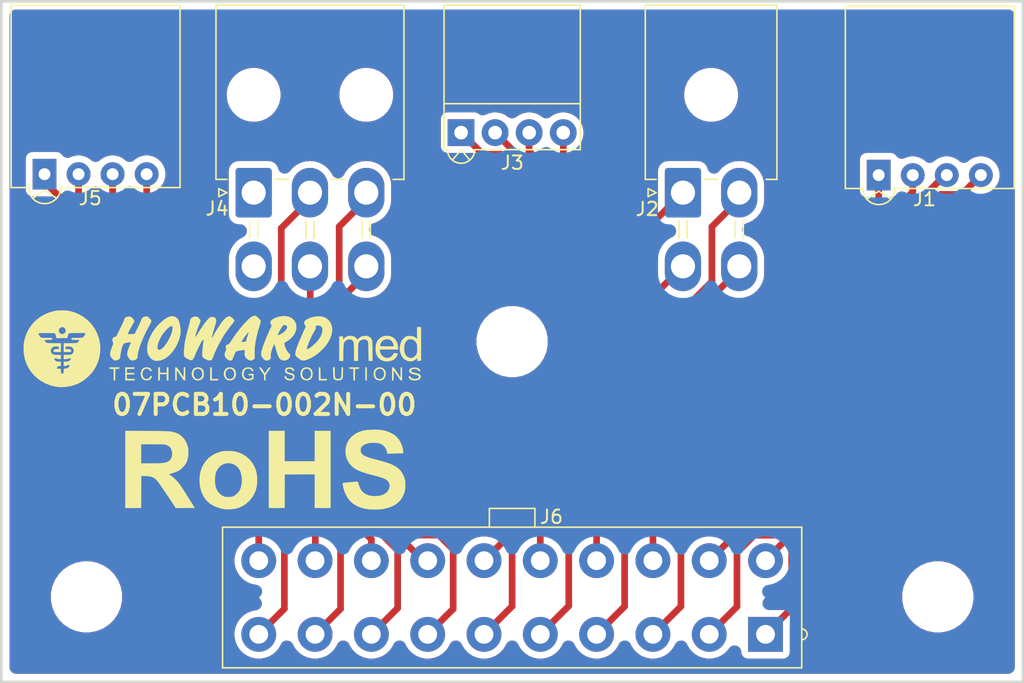
<source format=kicad_pcb>
(kicad_pcb (version 20171130) (host pcbnew "(5.1.4)-1")

  (general
    (thickness 1.6)
    (drawings 12)
    (tracks 128)
    (zones 0)
    (modules 11)
    (nets 23)
  )

  (page A4)
  (title_block
    (title "Procedure Cart Breakout Board - 07PCB10-002N-00")
    (date 2020-01-20)
    (rev A)
    (company "Howard Medical R&D")
    (comment 1 "Robert James King")
  )

  (layers
    (0 F.Cu signal hide)
    (31 B.Cu signal hide)
    (32 B.Adhes user hide)
    (33 F.Adhes user hide)
    (34 B.Paste user hide)
    (35 F.Paste user hide)
    (36 B.SilkS user hide)
    (37 F.SilkS user)
    (38 B.Mask user hide)
    (39 F.Mask user hide)
    (40 Dwgs.User user hide)
    (41 Cmts.User user hide)
    (42 Eco1.User user hide)
    (43 Eco2.User user hide)
    (44 Edge.Cuts user)
    (45 Margin user hide)
    (46 B.CrtYd user hide)
    (47 F.CrtYd user hide)
    (48 B.Fab user hide)
    (49 F.Fab user hide)
  )

  (setup
    (last_trace_width 0.5)
    (trace_clearance 0.3)
    (zone_clearance 0.508)
    (zone_45_only no)
    (trace_min 0.2)
    (via_size 0.8)
    (via_drill 0.4)
    (via_min_size 0.4)
    (via_min_drill 0.3)
    (uvia_size 0.3)
    (uvia_drill 0.1)
    (uvias_allowed no)
    (uvia_min_size 0.2)
    (uvia_min_drill 0.1)
    (edge_width 0.05)
    (segment_width 0.2)
    (pcb_text_width 0.3)
    (pcb_text_size 1.5 1.5)
    (mod_edge_width 0.12)
    (mod_text_size 1 1)
    (mod_text_width 0.15)
    (pad_size 4.3 4.3)
    (pad_drill 4.3)
    (pad_to_mask_clearance 0.051)
    (solder_mask_min_width 0.25)
    (aux_axis_origin 0 0)
    (visible_elements 7FFFFFFF)
    (pcbplotparams
      (layerselection 0x310fc_ffffffff)
      (usegerberextensions false)
      (usegerberattributes false)
      (usegerberadvancedattributes false)
      (creategerberjobfile true)
      (excludeedgelayer true)
      (linewidth 0.100000)
      (plotframeref false)
      (viasonmask false)
      (mode 1)
      (useauxorigin false)
      (hpglpennumber 1)
      (hpglpenspeed 20)
      (hpglpendiameter 15.000000)
      (psnegative false)
      (psa4output false)
      (plotreference true)
      (plotvalue true)
      (plotinvisibletext false)
      (padsonsilk false)
      (subtractmaskfromsilk false)
      (outputformat 1)
      (mirror false)
      (drillshape 0)
      (scaleselection 1)
      (outputdirectory "Gerbers/"))
  )

  (net 0 "")
  (net 1 "Net-(J1-Pad4)")
  (net 2 "Net-(J1-Pad3)")
  (net 3 "Net-(J1-Pad2)")
  (net 4 "Net-(J1-Pad1)")
  (net 5 "Net-(J2-Pad4)")
  (net 6 "Net-(J2-Pad3)")
  (net 7 "Net-(J2-Pad2)")
  (net 8 "Net-(J2-Pad1)")
  (net 9 "Net-(J3-Pad4)")
  (net 10 "Net-(J3-Pad3)")
  (net 11 "Net-(J3-Pad2)")
  (net 12 "Net-(J3-Pad1)")
  (net 13 "Net-(J4-Pad6)")
  (net 14 "Net-(J4-Pad5)")
  (net 15 "Net-(J4-Pad4)")
  (net 16 "Net-(J4-Pad3)")
  (net 17 "Net-(J4-Pad2)")
  (net 18 "Net-(J4-Pad1)")
  (net 19 "Net-(J5-Pad4)")
  (net 20 "Net-(J5-Pad3)")
  (net 21 "Net-(J5-Pad2)")
  (net 22 "Net-(J5-Pad1)")

  (net_class Default "This is the default net class."
    (clearance 0.3)
    (trace_width 0.5)
    (via_dia 0.8)
    (via_drill 0.4)
    (uvia_dia 0.3)
    (uvia_drill 0.1)
    (add_net "Net-(J1-Pad1)")
    (add_net "Net-(J1-Pad2)")
    (add_net "Net-(J1-Pad3)")
    (add_net "Net-(J1-Pad4)")
    (add_net "Net-(J2-Pad1)")
    (add_net "Net-(J2-Pad2)")
    (add_net "Net-(J2-Pad3)")
    (add_net "Net-(J2-Pad4)")
    (add_net "Net-(J3-Pad1)")
    (add_net "Net-(J3-Pad2)")
    (add_net "Net-(J3-Pad3)")
    (add_net "Net-(J3-Pad4)")
    (add_net "Net-(J4-Pad1)")
    (add_net "Net-(J4-Pad2)")
    (add_net "Net-(J4-Pad3)")
    (add_net "Net-(J4-Pad4)")
    (add_net "Net-(J4-Pad5)")
    (add_net "Net-(J4-Pad6)")
    (add_net "Net-(J5-Pad1)")
    (add_net "Net-(J5-Pad2)")
    (add_net "Net-(J5-Pad3)")
    (add_net "Net-(J5-Pad4)")
  )

  (module 07PCB10:MINIFIT-5596-06a2 (layer F.Cu) (tedit 5E2613B7) (tstamp 5E26ACBE)
    (at 169.07 71.43)
    (path /5E2E2C64)
    (fp_text reference J4 (at -6.93 1.19) (layer F.SilkS)
      (effects (font (size 1 1) (thickness 0.15)))
    )
    (fp_text value 640455-4 (at 0 -0.5) (layer F.Fab)
      (effects (font (size 1 1) (thickness 0.15)))
    )
    (fp_line (start -6.2 -0.99) (end -7.01 -0.99) (layer F.SilkS) (width 0.12))
    (fp_line (start -7.01 -0.99) (end -7.01 -14.01) (layer F.SilkS) (width 0.12))
    (fp_line (start -6.9 -1.1) (end 6.9 -1.1) (layer F.Fab) (width 0.1))
    (fp_line (start -7.4 7.85) (end 7.4 7.85) (layer F.CrtYd) (width 0.05))
    (fp_line (start 6.2 -0.99) (end 7.01 -0.99) (layer F.SilkS) (width 0.12))
    (fp_line (start -5.2 -1.1) (end -4.2 -2.514214) (layer F.Fab) (width 0.1))
    (fp_line (start 0.3 2.11) (end 0.3 3.39) (layer F.SilkS) (width 0.12))
    (fp_line (start -6.8 -0.3) (end -6.2 0) (layer F.SilkS) (width 0.12))
    (fp_line (start -0.3 2.11) (end -0.3 3.39) (layer F.SilkS) (width 0.12))
    (fp_line (start -6.8 0.3) (end -6.8 -0.3) (layer F.SilkS) (width 0.12))
    (fp_line (start -7.01 -14.01) (end 0 -14.01) (layer F.SilkS) (width 0.12))
    (fp_line (start 3.9 2.11) (end 3.9 3.39) (layer F.SilkS) (width 0.12))
    (fp_line (start -4.2 -2.514214) (end -3.2 -1.1) (layer F.Fab) (width 0.1))
    (fp_line (start -7.4 -14.4) (end -7.4 7.85) (layer F.CrtYd) (width 0.05))
    (fp_line (start 6.9 -13.9) (end -6.9 -13.9) (layer F.Fab) (width 0.1))
    (fp_line (start 1.61 -1) (end 2.59 -1) (layer F.SilkS) (width 0.12))
    (fp_line (start -6.2 0) (end -6.8 0.3) (layer F.SilkS) (width 0.12))
    (fp_line (start -4.5 2.11) (end -4.5 3.39) (layer F.SilkS) (width 0.12))
    (fp_line (start -2.59 -1) (end -1.61 -1) (layer F.SilkS) (width 0.12))
    (fp_line (start -6.9 -13.9) (end -6.9 -1.1) (layer F.Fab) (width 0.1))
    (fp_line (start 7.01 -14.01) (end 0 -14.01) (layer F.SilkS) (width 0.12))
    (fp_line (start 7.01 -0.99) (end 7.01 -14.01) (layer F.SilkS) (width 0.12))
    (fp_line (start 6.9 -1.1) (end 6.9 -13.9) (layer F.Fab) (width 0.1))
    (fp_line (start -3.9 2.11) (end -3.9 3.39) (layer F.SilkS) (width 0.12))
    (fp_line (start 7.4 7.85) (end 7.4 -14.4) (layer F.CrtYd) (width 0.05))
    (fp_line (start 7.4 -14.4) (end -7.4 -14.4) (layer F.CrtYd) (width 0.05))
    (fp_line (start 4.5 2.11) (end 4.5 3.39) (layer F.SilkS) (width 0.12))
    (fp_text user Molex_Mini-Fit_Jr_5569-06A2_2x03_P4.20mm_Horizontal (at 0 8.55) (layer F.Fab)
      (effects (font (size 1 1) (thickness 0.15)))
    )
    (fp_text user %R (at 0 -13.2) (layer F.Fab)
      (effects (font (size 1 1) (thickness 0.15)))
    )
    (pad 2 thru_hole oval (at 0 0) (size 2.7 3.7) (drill 1.8) (layers *.Cu *.Mask)
      (net 17 "Net-(J4-Pad2)"))
    (pad 3 thru_hole oval (at 4.2 0) (size 2.7 3.7) (drill 1.8) (layers *.Cu *.Mask)
      (net 16 "Net-(J4-Pad3)"))
    (pad 4 thru_hole oval (at -4.2 5.5) (size 2.7 3.7) (drill 1.8) (layers *.Cu *.Mask)
      (net 15 "Net-(J4-Pad4)"))
    (pad 1 thru_hole roundrect (at -4.2 0) (size 2.7 3.7) (drill 1.8) (layers *.Cu *.Mask) (roundrect_rratio 0.09259299999999999)
      (net 18 "Net-(J4-Pad1)"))
    (pad "" np_thru_hole circle (at 4.2 -7.3) (size 3 3) (drill 3) (layers *.Cu *.Mask))
    (pad 5 thru_hole oval (at 0 5.5) (size 2.7 3.7) (drill 1.8) (layers *.Cu *.Mask)
      (net 14 "Net-(J4-Pad5)"))
    (pad 6 thru_hole oval (at 4.2 5.5) (size 2.7 3.7) (drill 1.8) (layers *.Cu *.Mask)
      (net 13 "Net-(J4-Pad6)"))
    (pad "" np_thru_hole circle (at -4.2 -7.3) (size 3 3) (drill 3) (layers *.Cu *.Mask))
    (model C:/Users/rking/Downloads/35318-0620_stp/353180620.stp
      (offset (xyz 0 7.5 5))
      (scale (xyz 1 1 1))
      (rotate (xyz -90 0 -90))
    )
  )

  (module 07PCB10:Molex_Mini-Fit_Jr_5569-04A2_2x02_P4.20mm_Horizontal (layer F.Cu) (tedit 5E261413) (tstamp 5E269214)
    (at 196.89 71.43)
    (descr "Molex Mini-Fit Jr. Power Connectors, old mpn/engineering number: 5569-04A2, example for new mpn: 39-30-0040, 2 Pins per row, Mounting: Snap-in Plastic Peg PCB Lock (http://www.molex.com/pdm_docs/sd/039300020_sd.pdf), generated with kicad-footprint-generator")
    (tags "connector Molex Mini-Fit_Jr top entryplastic_peg")
    (path /5E266ED5)
    (fp_text reference J2 (at -2.67 1.22) (layer F.SilkS)
      (effects (font (size 1 1) (thickness 0.15)))
    )
    (fp_text value 0353180420 (at 2.1 8.55) (layer F.Fab)
      (effects (font (size 1 1) (thickness 0.15)))
    )
    (fp_text user %R (at 2.1 -13.2) (layer F.Fab)
      (effects (font (size 1 1) (thickness 0.15)))
    )
    (fp_line (start 7.4 -14.4) (end -3.2 -14.4) (layer F.CrtYd) (width 0.05))
    (fp_line (start 7.4 7.85) (end 7.4 -14.4) (layer F.CrtYd) (width 0.05))
    (fp_line (start -3.2 7.85) (end 7.4 7.85) (layer F.CrtYd) (width 0.05))
    (fp_line (start -3.2 -14.4) (end -3.2 7.85) (layer F.CrtYd) (width 0.05))
    (fp_line (start 0 -2.514214) (end 1 -1.1) (layer F.Fab) (width 0.1))
    (fp_line (start -1 -1.1) (end 0 -2.514214) (layer F.Fab) (width 0.1))
    (fp_line (start -2.6 -0.3) (end -2 0) (layer F.SilkS) (width 0.12))
    (fp_line (start -2.6 0.3) (end -2.6 -0.3) (layer F.SilkS) (width 0.12))
    (fp_line (start -2 0) (end -2.6 0.3) (layer F.SilkS) (width 0.12))
    (fp_line (start 1.61 -1) (end 2.59 -1) (layer F.SilkS) (width 0.12))
    (fp_line (start 4.5 2.11) (end 4.5 3.39) (layer F.SilkS) (width 0.12))
    (fp_line (start 3.9 2.11) (end 3.9 3.39) (layer F.SilkS) (width 0.12))
    (fp_line (start 0.3 2.11) (end 0.3 3.39) (layer F.SilkS) (width 0.12))
    (fp_line (start -0.3 2.11) (end -0.3 3.39) (layer F.SilkS) (width 0.12))
    (fp_line (start 7.01 -14.01) (end 2.1 -14.01) (layer F.SilkS) (width 0.12))
    (fp_line (start 7.01 -0.99) (end 7.01 -14.01) (layer F.SilkS) (width 0.12))
    (fp_line (start 6.2 -0.99) (end 7.01 -0.99) (layer F.SilkS) (width 0.12))
    (fp_line (start -2.81 -14.01) (end 2.1 -14.01) (layer F.SilkS) (width 0.12))
    (fp_line (start -2.81 -0.99) (end -2.81 -14.01) (layer F.SilkS) (width 0.12))
    (fp_line (start -2 -0.99) (end -2.81 -0.99) (layer F.SilkS) (width 0.12))
    (fp_line (start 6.9 -13.9) (end -2.7 -13.9) (layer F.Fab) (width 0.1))
    (fp_line (start 6.9 -1.1) (end 6.9 -13.9) (layer F.Fab) (width 0.1))
    (fp_line (start -2.7 -1.1) (end 6.9 -1.1) (layer F.Fab) (width 0.1))
    (fp_line (start -2.7 -13.9) (end -2.7 -1.1) (layer F.Fab) (width 0.1))
    (pad "" np_thru_hole circle (at 2.1 -7.3) (size 3 3) (drill 3) (layers *.Cu *.Mask))
    (pad 4 thru_hole oval (at 4.2 5.5) (size 2.7 3.7) (drill 1.8) (layers *.Cu *.Mask)
      (net 5 "Net-(J2-Pad4)"))
    (pad 3 thru_hole oval (at 0 5.5) (size 2.7 3.7) (drill 1.8) (layers *.Cu *.Mask)
      (net 6 "Net-(J2-Pad3)"))
    (pad 2 thru_hole oval (at 4.2 0) (size 2.7 3.7) (drill 1.8) (layers *.Cu *.Mask)
      (net 7 "Net-(J2-Pad2)"))
    (pad 1 thru_hole roundrect (at 0 0) (size 2.7 3.7) (drill 1.8) (layers *.Cu *.Mask) (roundrect_rratio 0.09259299999999999)
      (net 8 "Net-(J2-Pad1)"))
    (model ${KISYS3DMOD}/Connector_Molex.3dshapes/Molex_Mini-Fit_Jr_5569-04A2_2x02_P4.20mm_Horizontal.wrl
      (at (xyz 0 0 0))
      (scale (xyz 1 1 1))
      (rotate (xyz 0 0 0))
    )
    (model C:/Users/rking/Downloads/35318-0420_stp/353180420.stp
      (offset (xyz 2 7.5 5))
      (scale (xyz 1 1 1))
      (rotate (xyz -90 0 -90))
    )
  )

  (module 07PCB10:MOLEX0039281203 (layer F.Cu) (tedit 5E26192C) (tstamp 5E269274)
    (at 184.15 101.6 180)
    (path /5E2AACC1)
    (fp_text reference J6 (at -2.93 5.97 180) (layer F.SilkS)
      (effects (font (size 1 1) (thickness 0.15)))
    )
    (fp_text value 0039281203 (at 16.66 6.26 180) (layer Dwgs.User)
      (effects (font (size 1 1) (thickness 0.15)))
    )
    (fp_arc (start -21.6 -2.8) (end -21.6 -3.2) (angle -180) (layer F.SilkS) (width 0.12))
    (fp_line (start 21.6 -5.3) (end -21.6 -5.3) (layer F.SilkS) (width 0.12))
    (fp_line (start 21.6 5.2) (end 21.6 -5.3) (layer F.SilkS) (width 0.12))
    (fp_line (start -21.6 5.2) (end 21.6 5.2) (layer F.SilkS) (width 0.12))
    (fp_line (start -21.6 -5.3) (end -21.6 5.2) (layer F.SilkS) (width 0.12))
    (fp_line (start 21.6 5.2) (end 21.6 -5.3) (layer F.CrtYd) (width 0.12))
    (fp_line (start -21.6 5.2) (end 21.6 5.2) (layer F.CrtYd) (width 0.12))
    (fp_line (start -21.6 -5.3) (end -21.6 5.2) (layer F.CrtYd) (width 0.12))
    (fp_line (start 21.6 -5.3) (end -21.6 -5.3) (layer F.CrtYd) (width 0.12))
    (fp_line (start 1.7 5.2) (end 1.7 6.6) (layer F.SilkS) (width 0.12))
    (fp_line (start 1.7 6.6) (end -1.7 6.6) (layer F.SilkS) (width 0.12))
    (fp_line (start -1.7 6.6) (end -1.7 5.2) (layer F.SilkS) (width 0.12))
    (pad 13 thru_hole circle (at -10.5 2.7 180) (size 2.6 2.6) (drill 1.4) (layers *.Cu *.Mask)
      (net 7 "Net-(J2-Pad2)"))
    (pad 14 thru_hole circle (at -6.3 2.7 180) (size 2.6 2.6) (drill 1.4) (layers *.Cu *.Mask)
      (net 8 "Net-(J2-Pad1)"))
    (pad 20 thru_hole circle (at 18.9 2.7 180) (size 2.6 2.6) (drill 1.4) (layers *.Cu *.Mask)
      (net 22 "Net-(J5-Pad1)"))
    (pad 15 thru_hole circle (at -2.1 2.7 180) (size 2.6 2.6) (drill 1.4) (layers *.Cu *.Mask)
      (net 10 "Net-(J3-Pad3)"))
    (pad 18 thru_hole circle (at 10.5 2.7 180) (size 2.6 2.6) (drill 1.4) (layers *.Cu *.Mask)
      (net 17 "Net-(J4-Pad2)"))
    (pad 12 thru_hole circle (at -14.7 2.7 180) (size 2.6 2.6) (drill 1.4) (layers *.Cu *.Mask)
      (net 4 "Net-(J1-Pad1)"))
    (pad 16 thru_hole circle (at 2.1 2.7 180) (size 2.6 2.6) (drill 1.4) (layers *.Cu *.Mask)
      (net 12 "Net-(J3-Pad1)"))
    (pad 17 thru_hole circle (at 6.3 2.7 180) (size 2.6 2.6) (drill 1.4) (layers *.Cu *.Mask)
      (net 16 "Net-(J4-Pad3)"))
    (pad 19 thru_hole circle (at 14.7 2.7 180) (size 2.6 2.6) (drill 1.4) (layers *.Cu *.Mask)
      (net 20 "Net-(J5-Pad3)"))
    (pad 11 thru_hole circle (at -18.9 2.7 180) (size 2.6 2.6) (drill 1.4) (layers *.Cu *.Mask)
      (net 2 "Net-(J1-Pad3)"))
    (pad 10 thru_hole circle (at 18.9 -2.8 180) (size 2.6 2.6) (drill 1.4) (layers *.Cu *.Mask)
      (net 21 "Net-(J5-Pad2)"))
    (pad 9 thru_hole circle (at 14.7 -2.8 180) (size 2.6 2.6) (drill 1.4) (layers *.Cu *.Mask)
      (net 19 "Net-(J5-Pad4)"))
    (pad 8 thru_hole circle (at 10.5 -2.8 180) (size 2.6 2.6) (drill 1.4) (layers *.Cu *.Mask)
      (net 14 "Net-(J4-Pad5)"))
    (pad 7 thru_hole circle (at 6.3 -2.8 180) (size 2.6 2.6) (drill 1.4) (layers *.Cu *.Mask)
      (net 13 "Net-(J4-Pad6)"))
    (pad 6 thru_hole circle (at 2.1 -2.8 180) (size 2.6 2.6) (drill 1.4) (layers *.Cu *.Mask)
      (net 11 "Net-(J3-Pad2)"))
    (pad 5 thru_hole circle (at -2.1 -2.8 180) (size 2.6 2.6) (drill 1.4) (layers *.Cu *.Mask)
      (net 9 "Net-(J3-Pad4)"))
    (pad 4 thru_hole circle (at -6.3 -2.8 180) (size 2.6 2.6) (drill 1.4) (layers *.Cu *.Mask)
      (net 6 "Net-(J2-Pad3)"))
    (pad 3 thru_hole circle (at -10.5 -2.8 180) (size 2.6 2.6) (drill 1.4) (layers *.Cu *.Mask)
      (net 5 "Net-(J2-Pad4)"))
    (pad 2 thru_hole circle (at -14.7 -2.8 180) (size 2.6 2.6) (drill 1.4) (layers *.Cu *.Mask)
      (net 3 "Net-(J1-Pad2)"))
    (pad 1 thru_hole rect (at -18.9 -2.8 180) (size 2.6 2.6) (drill 1.4) (layers *.Cu *.Mask)
      (net 1 "Net-(J1-Pad4)"))
    (model C:/Users/rking/Downloads/39-28-1203_stp/039281203.stp
      (offset (xyz 0 0.25 0))
      (scale (xyz 1 1 1))
      (rotate (xyz -90 0 180))
    )
  )

  (module 07PCB10:TECON_640455-4 (layer F.Cu) (tedit 5E2612B0) (tstamp 5E2691F2)
    (at 184.15 68.22 180)
    (path /5E26E7D4)
    (fp_text reference J3 (at -0.01 -0.98 180) (layer F.SilkS)
      (effects (font (size 1 1) (thickness 0.15)))
    )
    (fp_text value 640455-4 (at -0.13 4.4 180) (layer Dwgs.User)
      (effects (font (size 1 1) (thickness 0.15)))
    )
    (fp_line (start 4.9 0.2) (end -4.9 0.2) (layer F.Fab) (width 0.12))
    (fp_line (start 4.9 10.6) (end 4.9 0.2) (layer F.Fab) (width 0.12))
    (fp_line (start -4.9 10.6) (end 4.9 10.6) (layer F.Fab) (width 0.12))
    (fp_line (start -4.9 0.2) (end -4.9 10.6) (layer F.Fab) (width 0.12))
    (fp_line (start 3.81 0) (end 4.445 -0.762) (layer F.SilkS) (width 0.12))
    (fp_line (start 3.175 -0.762) (end 3.81 0) (layer F.SilkS) (width 0.12))
    (fp_line (start -5.08 3.429) (end 5.08 3.429) (layer F.SilkS) (width 0.12))
    (fp_line (start -5.08 0) (end 2.794 0) (layer F.SilkS) (width 0.12))
    (fp_line (start -5.08 10.795) (end -5.08 0) (layer F.SilkS) (width 0.12))
    (fp_line (start 5.08 10.795) (end -5.08 10.795) (layer F.SilkS) (width 0.12))
    (fp_line (start 5.08 0) (end 5.08 10.795) (layer F.SilkS) (width 0.12))
    (fp_line (start 4.826 0) (end 5.08 0) (layer F.SilkS) (width 0.12))
    (fp_arc (start 3.81 0) (end 4.826 0) (angle -180) (layer F.SilkS) (width 0.12))
    (fp_line (start -5.08 10.795) (end -5.08 0) (layer F.CrtYd) (width 0.12))
    (fp_line (start 5.08 10.795) (end -5.08 10.795) (layer F.CrtYd) (width 0.12))
    (fp_line (start 5.08 0) (end 5.08 10.795) (layer F.CrtYd) (width 0.12))
    (fp_line (start -5.08 0) (end 5.08 0) (layer F.CrtYd) (width 0.12))
    (pad 4 thru_hole circle (at -3.81 1.27 180) (size 2 2) (drill 1.02) (layers *.Cu *.Mask)
      (net 9 "Net-(J3-Pad4)"))
    (pad 3 thru_hole circle (at -1.27 1.27 180) (size 2 2) (drill 1.02) (layers *.Cu *.Mask)
      (net 10 "Net-(J3-Pad3)"))
    (pad 2 thru_hole circle (at 1.27 1.27 180) (size 2 2) (drill 1.02) (layers *.Cu *.Mask)
      (net 11 "Net-(J3-Pad2)"))
    (pad 1 thru_hole rect (at 3.81 1.27 180) (size 2 2) (drill 1.02) (layers *.Cu *.Mask)
      (net 12 "Net-(J3-Pad1)"))
    (model C:/Users/rking/Downloads/ENG_CVM_640455-4_Y.3d_stp/c-640455-4-y-3d.stp
      (offset (xyz 0 -4.5 3))
      (scale (xyz 1 1 1))
      (rotate (xyz -90 0 0))
    )
  )

  (module 07PCB10:TECON_5-104935-1 (layer F.Cu) (tedit 5E2611EF) (tstamp 5E269250)
    (at 153.1 70.05 180)
    (path /5E268526)
    (fp_text reference J5 (at 0.42 -1.8 180) (layer F.SilkS)
      (effects (font (size 1 1) (thickness 0.15)))
    )
    (fp_text value 5-104935-1 (at -5.27 6.41 270) (layer Dwgs.User)
      (effects (font (size 1 1) (thickness 0.15)))
    )
    (fp_line (start 3.82 -1.2) (end 2.92 -1.8) (layer F.SilkS) (width 0.12))
    (fp_line (start 4.72 -1.8) (end 3.82 -1.2) (layer F.SilkS) (width 0.12))
    (fp_arc (start 3.82 -1) (end 2.62 -1) (angle 180) (layer F.SilkS) (width 0.12))
    (fp_line (start -6.28 -1) (end 2.62 -1) (layer F.SilkS) (width 0.12))
    (fp_line (start 6.32 -1) (end 5.02 -1) (layer F.SilkS) (width 0.12))
    (fp_line (start 6.32 12.6) (end 6.32 -1) (layer F.SilkS) (width 0.12))
    (fp_line (start -6.28 12.6) (end 6.32 12.6) (layer F.SilkS) (width 0.12))
    (fp_line (start -6.28 -1) (end -6.28 12.6) (layer F.SilkS) (width 0.12))
    (fp_line (start -6.28 12.6) (end 6.32 12.6) (layer F.CrtYd) (width 0.12))
    (fp_line (start -6.28 -1) (end -6.28 12.6) (layer F.CrtYd) (width 0.12))
    (fp_line (start 6.32 -1) (end -6.28 -1) (layer F.CrtYd) (width 0.12))
    (fp_line (start 6.32 12.6) (end 6.32 -1) (layer F.CrtYd) (width 0.12))
    (pad 4 thru_hole circle (at -3.79 0 180) (size 1.78 1.78) (drill 0.89) (layers *.Cu *.Mask)
      (net 19 "Net-(J5-Pad4)"))
    (pad 3 thru_hole circle (at -1.25 0 180) (size 1.78 1.78) (drill 0.89) (layers *.Cu *.Mask)
      (net 20 "Net-(J5-Pad3)"))
    (pad 2 thru_hole circle (at 1.29 0 180) (size 1.78 1.78) (drill 0.89) (layers *.Cu *.Mask)
      (net 21 "Net-(J5-Pad2)"))
    (pad 1 thru_hole rect (at 3.83 0 180) (size 1.78 2.29) (drill 0.89) (layers *.Cu *.Mask)
      (net 22 "Net-(J5-Pad1)"))
    (model C:/Users/rking/Downloads/ENG_CVM_CVM_5-104935-1_J.3d_stp/c-5-104935-1-j-3d.stp
      (offset (xyz 0 -12.5 3))
      (scale (xyz 1 1 1))
      (rotate (xyz -90 0 0))
    )
  )

  (module 07PCB10:TECON_5-104935-1 (layer F.Cu) (tedit 5E2611EF) (tstamp 5E2691DD)
    (at 215.32 70.12 180)
    (path /5E2699B8)
    (fp_text reference J1 (at 0.42 -1.8 180) (layer F.SilkS)
      (effects (font (size 1 1) (thickness 0.15)))
    )
    (fp_text value 5-104935-1 (at -5.16 7.22 270) (layer Dwgs.User)
      (effects (font (size 1 1) (thickness 0.15)))
    )
    (fp_line (start 3.82 -1.2) (end 2.92 -1.8) (layer F.SilkS) (width 0.12))
    (fp_line (start 4.72 -1.8) (end 3.82 -1.2) (layer F.SilkS) (width 0.12))
    (fp_arc (start 3.82 -1) (end 2.62 -1) (angle 180) (layer F.SilkS) (width 0.12))
    (fp_line (start -6.28 -1) (end 2.62 -1) (layer F.SilkS) (width 0.12))
    (fp_line (start 6.32 -1) (end 5.02 -1) (layer F.SilkS) (width 0.12))
    (fp_line (start 6.32 12.6) (end 6.32 -1) (layer F.SilkS) (width 0.12))
    (fp_line (start -6.28 12.6) (end 6.32 12.6) (layer F.SilkS) (width 0.12))
    (fp_line (start -6.28 -1) (end -6.28 12.6) (layer F.SilkS) (width 0.12))
    (fp_line (start -6.28 12.6) (end 6.32 12.6) (layer F.CrtYd) (width 0.12))
    (fp_line (start -6.28 -1) (end -6.28 12.6) (layer F.CrtYd) (width 0.12))
    (fp_line (start 6.32 -1) (end -6.28 -1) (layer F.CrtYd) (width 0.12))
    (fp_line (start 6.32 12.6) (end 6.32 -1) (layer F.CrtYd) (width 0.12))
    (pad 4 thru_hole circle (at -3.79 0 180) (size 1.78 1.78) (drill 0.89) (layers *.Cu *.Mask)
      (net 1 "Net-(J1-Pad4)"))
    (pad 3 thru_hole circle (at -1.25 0 180) (size 1.78 1.78) (drill 0.89) (layers *.Cu *.Mask)
      (net 2 "Net-(J1-Pad3)"))
    (pad 2 thru_hole circle (at 1.29 0 180) (size 1.78 1.78) (drill 0.89) (layers *.Cu *.Mask)
      (net 3 "Net-(J1-Pad2)"))
    (pad 1 thru_hole rect (at 3.83 0 180) (size 1.78 2.29) (drill 0.89) (layers *.Cu *.Mask)
      (net 4 "Net-(J1-Pad1)"))
    (model C:/Users/rking/Downloads/ENG_CVM_CVM_5-104935-1_J.3d_stp/c-5-104935-1-j-3d.stp
      (offset (xyz 0 -12.5 3))
      (scale (xyz 1 1 1))
      (rotate (xyz -90 0 0))
    )
  )

  (module Symbol:RoHS-Logo_6mm_SilkScreen (layer F.Cu) (tedit 0) (tstamp 5E26E15E)
    (at 165.75 92.09)
    (descr "Restriction of Hazardous Substances Directive Logo")
    (tags "Logo RoHS")
    (attr virtual)
    (fp_text reference REF** (at -0.29 6.82) (layer Dwgs.User) hide
      (effects (font (size 1 1) (thickness 0.15)))
    )
    (fp_text value RoHS-Logo_6mm_SilkScreen (at 0.69 4.97) (layer Dwgs.User) hide
      (effects (font (size 1 1) (thickness 0.15)))
    )
    (fp_poly (pts (xy 1.42875 -0.612321) (xy 3.673928 -0.612321) (xy 3.673928 -2.880179) (xy 4.853214 -2.880179)
      (xy 4.853214 2.880179) (xy 3.673928 2.880179) (xy 3.673928 0.36243) (xy 2.557008 0.368313)
      (xy 1.440089 0.374196) (xy 1.434227 1.627187) (xy 1.428365 2.880179) (xy 0.249464 2.880179)
      (xy 0.249464 -2.880179) (xy 1.42875 -2.880179) (xy 1.42875 -0.612321)) (layer F.SilkS) (width 0.01))
    (fp_poly (pts (xy -8.861652 -2.872954) (xy -8.505405 -2.870235) (xy -8.187134 -2.86702) (xy -7.907855 -2.86333)
      (xy -7.668584 -2.859186) (xy -7.470337 -2.854609) (xy -7.314129 -2.84962) (xy -7.200976 -2.84424)
      (xy -7.131893 -2.838489) (xy -7.121072 -2.836901) (xy -6.91057 -2.795776) (xy -6.736407 -2.750064)
      (xy -6.589567 -2.695637) (xy -6.461035 -2.628368) (xy -6.341796 -2.544132) (xy -6.222832 -2.4388)
      (xy -6.197601 -2.414167) (xy -6.102109 -2.315495) (xy -6.031593 -2.230617) (xy -5.97545 -2.145193)
      (xy -5.923081 -2.044883) (xy -5.920266 -2.038998) (xy -5.85113 -1.883256) (xy -5.802871 -1.744381)
      (xy -5.772223 -1.607352) (xy -5.755921 -1.457144) (xy -5.7507 -1.278735) (xy -5.750662 -1.258661)
      (xy -5.76256 -1.004707) (xy -5.800139 -0.782572) (xy -5.866225 -0.584896) (xy -5.963644 -0.404321)
      (xy -6.095221 -0.233487) (xy -6.177789 -0.146348) (xy -6.288577 -0.043442) (xy -6.399505 0.042462)
      (xy -6.518579 0.115341) (xy -6.653806 0.17917) (xy -6.81319 0.237928) (xy -7.004739 0.29559)
      (xy -7.140572 0.331866) (xy -7.216769 0.351518) (xy -7.049858 0.464581) (xy -6.880055 0.595003)
      (xy -6.705 0.757436) (xy -6.535086 0.941314) (xy -6.380705 1.136076) (xy -6.357854 1.167946)
      (xy -6.318862 1.225149) (xy -6.262238 1.310945) (xy -6.190977 1.420589) (xy -6.108073 1.549336)
      (xy -6.016522 1.692441) (xy -5.919316 1.845156) (xy -5.819452 2.002738) (xy -5.719923 2.16044)
      (xy -5.623725 2.313517) (xy -5.533851 2.457224) (xy -5.453297 2.586814) (xy -5.385057 2.697542)
      (xy -5.332125 2.784663) (xy -5.297497 2.843431) (xy -5.284166 2.869101) (xy -5.284108 2.869531)
      (xy -5.305875 2.872164) (xy -5.36753 2.87456) (xy -5.463605 2.876635) (xy -5.588631 2.878308)
      (xy -5.73714 2.879494) (xy -5.903662 2.88011) (xy -5.983188 2.880179) (xy -6.682268 2.880179)
      (xy -7.261583 2.012723) (xy -7.386485 1.826423) (xy -7.509316 1.644574) (xy -7.626628 1.472186)
      (xy -7.734972 1.314272) (xy -7.830901 1.17584) (xy -7.910965 1.061902) (xy -7.971718 0.977469)
      (xy -7.999559 0.940342) (xy -8.119728 0.797055) (xy -8.236606 0.686516) (xy -8.35857 0.604885)
      (xy -8.493996 0.548317) (xy -8.651261 0.512969) (xy -8.838742 0.495) (xy -8.979396 0.490833)
      (xy -9.264197 0.487589) (xy -9.275937 2.880179) (xy -10.454822 2.880179) (xy -10.454822 -1.882321)
      (xy -9.275536 -1.882321) (xy -9.275536 -0.453571) (xy -8.566831 -0.453758) (xy -8.380818 -0.454547)
      (xy -8.199682 -0.456691) (xy -8.031074 -0.459994) (xy -7.882647 -0.464264) (xy -7.762052 -0.469309)
      (xy -7.676939 -0.474934) (xy -7.659973 -0.476648) (xy -7.48138 -0.504984) (xy -7.339586 -0.546299)
      (xy -7.22714 -0.603623) (xy -7.136588 -0.679983) (xy -7.123031 -0.694853) (xy -7.030162 -0.832364)
      (xy -6.974813 -0.992368) (xy -6.95608 -1.177548) (xy -6.956109 -1.190625) (xy -6.97545 -1.375932)
      (xy -7.030341 -1.53308) (xy -7.120889 -1.662215) (xy -7.247199 -1.763482) (xy -7.409381 -1.837026)
      (xy -7.439209 -1.846392) (xy -7.47781 -1.855941) (xy -7.526016 -1.863695) (xy -7.588547 -1.869828)
      (xy -7.670123 -1.874513) (xy -7.775465 -1.877923) (xy -7.909292 -1.880232) (xy -8.076324 -1.881612)
      (xy -8.281282 -1.882237) (xy -8.417867 -1.882321) (xy -9.275536 -1.882321) (xy -10.454822 -1.882321)
      (xy -10.454822 -2.883424) (xy -8.861652 -2.872954)) (layer F.SilkS) (width 0.01))
    (fp_poly (pts (xy 8.486632 -2.955013) (xy 8.715956 -2.927503) (xy 8.925995 -2.883063) (xy 9.124833 -2.820289)
      (xy 9.320557 -2.737774) (xy 9.363706 -2.716977) (xy 9.597308 -2.578687) (xy 9.797374 -2.410047)
      (xy 9.964331 -2.210564) (xy 10.098605 -1.979746) (xy 10.185327 -1.764637) (xy 10.221998 -1.636645)
      (xy 10.250695 -1.501404) (xy 10.265667 -1.38933) (xy 10.279241 -1.213304) (xy 10.21395 -1.212074)
      (xy 10.172922 -1.210933) (xy 10.093991 -1.208414) (xy 9.984579 -1.204768) (xy 9.852112 -1.200242)
      (xy 9.704014 -1.195086) (xy 9.627053 -1.192372) (xy 9.105446 -1.173899) (xy 9.064182 -1.334266)
      (xy 8.994587 -1.527005) (xy 8.893741 -1.688021) (xy 8.76287 -1.815954) (xy 8.603204 -1.909441)
      (xy 8.515803 -1.941959) (xy 8.410822 -1.965005) (xy 8.274864 -1.980945) (xy 8.121807 -1.989404)
      (xy 7.965529 -1.990006) (xy 7.819909 -1.982374) (xy 7.698824 -1.966134) (xy 7.690025 -1.964327)
      (xy 7.513834 -1.913657) (xy 7.360331 -1.843139) (xy 7.236255 -1.75682) (xy 7.148346 -1.658748)
      (xy 7.130386 -1.628314) (xy 7.107454 -1.551975) (xy 7.099531 -1.452542) (xy 7.10669 -1.349744)
      (xy 7.129004 -1.263315) (xy 7.129032 -1.263248) (xy 7.164967 -1.203893) (xy 7.220362 -1.138673)
      (xy 7.247407 -1.112884) (xy 7.306873 -1.065768) (xy 7.376214 -1.021711) (xy 7.459893 -0.979099)
      (xy 7.562377 -0.936318) (xy 7.68813 -0.891752) (xy 7.841618 -0.843787) (xy 8.027305 -0.790808)
      (xy 8.249657 -0.731201) (xy 8.436428 -0.682897) (xy 8.750274 -0.598703) (xy 9.023178 -0.516417)
      (xy 9.259378 -0.433902) (xy 9.463107 -0.349023) (xy 9.638601 -0.259643) (xy 9.790096 -0.163625)
      (xy 9.921828 -0.058833) (xy 10.038031 0.056868) (xy 10.133647 0.173166) (xy 10.242507 0.345468)
      (xy 10.33252 0.542798) (xy 10.395397 0.746074) (xy 10.407405 0.803585) (xy 10.425052 0.945109)
      (xy 10.432548 1.110686) (xy 10.430263 1.284673) (xy 10.418569 1.451429) (xy 10.397839 1.595314)
      (xy 10.3875 1.641401) (xy 10.323079 1.832721) (xy 10.22911 2.030214) (xy 10.114633 2.216207)
      (xy 10.048303 2.304613) (xy 9.873069 2.485408) (xy 9.662131 2.640166) (xy 9.417594 2.767908)
      (xy 9.141561 2.867654) (xy 8.836136 2.938424) (xy 8.622637 2.968445) (xy 8.446432 2.982327)
      (xy 8.250022 2.989306) (xy 8.047612 2.989504) (xy 7.853409 2.983046) (xy 7.681616 2.970055)
      (xy 7.597321 2.959498) (xy 7.287341 2.89874) (xy 7.012881 2.814451) (xy 6.769461 2.704486)
      (xy 6.552604 2.566698) (xy 6.357829 2.398942) (xy 6.29804 2.337078) (xy 6.151579 2.151526)
      (xy 6.021569 1.932745) (xy 5.912629 1.691292) (xy 5.829375 1.437725) (xy 5.776423 1.182601)
      (xy 5.769406 1.128259) (xy 5.762091 1.055101) (xy 5.763756 1.016161) (xy 5.777626 1.000666)
      (xy 5.806928 0.997842) (xy 5.808454 0.99784) (xy 5.846837 0.995702) (xy 5.922629 0.989746)
      (xy 6.028103 0.980644) (xy 6.155533 0.969066) (xy 6.297193 0.955683) (xy 6.327321 0.952775)
      (xy 6.501296 0.935879) (xy 6.635424 0.923213) (xy 6.73503 0.914932) (xy 6.805442 0.91119)
      (xy 6.851985 0.912139) (xy 6.879986 0.917934) (xy 6.894771 0.928728) (xy 6.901666 0.944676)
      (xy 6.905997 0.965932) (xy 6.906738 0.969509) (xy 6.937902 1.084752) (xy 6.983833 1.217631)
      (xy 7.037496 1.350014) (xy 7.091854 1.463769) (xy 7.113243 1.501702) (xy 7.236881 1.663918)
      (xy 7.392416 1.794475) (xy 7.578787 1.892873) (xy 7.794931 1.958616) (xy 8.039789 1.991205)
      (xy 8.164285 1.994927) (xy 8.417181 1.980309) (xy 8.637328 1.935989) (xy 8.826849 1.861266)
      (xy 8.987868 1.75544) (xy 9.044309 1.704697) (xy 9.156896 1.569232) (xy 9.230659 1.424532)
      (xy 9.265015 1.276086) (xy 9.259382 1.12938) (xy 9.213178 0.989904) (xy 9.132789 0.870925)
      (xy 9.082217 0.819365) (xy 9.023219 0.772122) (xy 8.951629 0.727619) (xy 8.863284 0.68428)
      (xy 8.754019 0.640527) (xy 8.619669 0.594785) (xy 8.456069 0.545477) (xy 8.259056 0.491026)
      (xy 8.024465 0.429856) (xy 7.853667 0.386699) (xy 7.501473 0.289589) (xy 7.192105 0.185409)
      (xy 6.926115 0.074386) (xy 6.704059 -0.043255) (xy 6.558187 -0.142157) (xy 6.369578 -0.314291)
      (xy 6.215784 -0.511615) (xy 6.097833 -0.729054) (xy 6.016757 -0.961535) (xy 5.973584 -1.203983)
      (xy 5.969346 -1.451323) (xy 6.005073 -1.698482) (xy 6.081794 -1.940384) (xy 6.16007 -2.103201)
      (xy 6.284884 -2.286923) (xy 6.445529 -2.458497) (xy 6.632659 -2.609836) (xy 6.83693 -2.732855)
      (xy 6.944721 -2.782095) (xy 7.111354 -2.844381) (xy 7.271902 -2.891318) (xy 7.437851 -2.92502)
      (xy 7.620689 -2.9476) (xy 7.831903 -2.961174) (xy 7.937791 -2.964866) (xy 8.229939 -2.966999)
      (xy 8.486632 -2.955013)) (layer F.SilkS) (width 0.01))
    (fp_poly (pts (xy -2.766786 -1.369861) (xy -2.615368 -1.368819) (xy -2.498683 -1.365855) (xy -2.406119 -1.35994)
      (xy -2.327062 -1.350049) (xy -2.250896 -1.335153) (xy -2.167008 -1.314228) (xy -2.153023 -1.310484)
      (xy -1.862869 -1.20975) (xy -1.595309 -1.071021) (xy -1.353326 -0.896787) (xy -1.139905 -0.689533)
      (xy -0.958029 -0.451747) (xy -0.815064 -0.195322) (xy -0.731969 0.008601) (xy -0.673332 0.217963)
      (xy -0.636252 0.445596) (xy -0.619143 0.671394) (xy -0.622054 1.005223) (xy -0.661734 1.313691)
      (xy -0.739026 1.599125) (xy -0.854774 1.863849) (xy -1.009819 2.110189) (xy -1.205004 2.340472)
      (xy -1.234956 2.370937) (xy -1.456295 2.5665) (xy -1.690889 2.721647) (xy -1.946531 2.840986)
      (xy -2.135724 2.903854) (xy -2.253995 2.929662) (xy -2.403738 2.950474) (xy -2.571249 2.965339)
      (xy -2.742822 2.97331) (xy -2.904753 2.973438) (xy -3.032462 2.965912) (xy -3.269147 2.926899)
      (xy -3.513177 2.858784) (xy -3.752483 2.766426) (xy -3.974996 2.654685) (xy -4.168647 2.528419)
      (xy -4.220137 2.487747) (xy -4.413802 2.297838) (xy -4.578561 2.075038) (xy -4.712694 1.822762)
      (xy -4.814481 1.544424) (xy -4.882203 1.24344) (xy -4.89611 1.145268) (xy -4.918669 0.801926)
      (xy -4.918221 0.79375) (xy -3.769799 0.79375) (xy -3.756071 1.063973) (xy -3.712314 1.30124)
      (xy -3.637779 1.507234) (xy -3.531718 1.683638) (xy -3.393384 1.832135) (xy -3.265689 1.927695)
      (xy -3.159493 1.989022) (xy -3.059603 2.028883) (xy -2.951801 2.050725) (xy -2.821871 2.057998)
      (xy -2.732768 2.056954) (xy -2.616089 2.05172) (xy -2.529679 2.041662) (xy -2.458495 2.023986)
      (xy -2.387495 1.995903) (xy -2.376305 1.990793) (xy -2.242011 1.910974) (xy -2.110281 1.801219)
      (xy -1.996385 1.675136) (xy -1.953045 1.613617) (xy -1.876705 1.461827) (xy -1.817553 1.278326)
      (xy -1.777588 1.074143) (xy -1.758812 0.860304) (xy -1.763223 0.647838) (xy -1.768312 0.595092)
      (xy -1.80533 0.365291) (xy -1.861592 0.171242) (xy -1.939812 0.006456) (xy -2.042709 -0.135554)
      (xy -2.099103 -0.195045) (xy -2.259903 -0.322754) (xy -2.436653 -0.41135) (xy -2.623394 -0.460836)
      (xy -2.814166 -0.471212) (xy -3.003009 -0.44248) (xy -3.183965 -0.374642) (xy -3.351073 -0.2677)
      (xy -3.432435 -0.194718) (xy -3.556616 -0.047009) (xy -3.650672 0.118858) (xy -3.716363 0.308039)
      (xy -3.75545 0.525694) (xy -3.769694 0.77698) (xy -3.769799 0.79375) (xy -4.918221 0.79375)
      (xy -4.900706 0.474671) (xy -4.842751 0.165131) (xy -4.745329 -0.125067) (xy -4.608969 -0.394296)
      (xy -4.434197 -0.640927) (xy -4.255358 -0.832033) (xy -4.038311 -1.00736) (xy -3.790274 -1.15411)
      (xy -3.518293 -1.268405) (xy -3.388479 -1.30863) (xy -3.301869 -1.331632) (xy -3.227258 -1.348137)
      (xy -3.154117 -1.359185) (xy -3.071918 -1.365811) (xy -2.970132 -1.369053) (xy -2.838229 -1.369947)
      (xy -2.766786 -1.369861)) (layer F.SilkS) (width 0.01))
  )

  (module 07PCB10:HowardMEDlogoSMALL (layer F.Cu) (tedit 5E25FC5D) (tstamp 5E26DCAD)
    (at 163.51 83.03)
    (fp_text reference G*** (at -2.5 -4.4) (layer Dwgs.User) hide
      (effects (font (size 1.524 1.524) (thickness 0.3)))
    )
    (fp_text value LOGO (at 3.8 -4.7) (layer Dwgs.User) hide
      (effects (font (size 1.524 1.524) (thickness 0.3)))
    )
    (fp_poly (pts (xy -12.726474 -2.803284) (xy -12.557793 -2.790501) (xy -12.412629 -2.771537) (xy -12.361334 -2.761706)
      (xy -12.025606 -2.668027) (xy -11.708383 -2.537927) (xy -11.41207 -2.373711) (xy -11.139073 -2.177686)
      (xy -10.891798 -1.952159) (xy -10.672651 -1.699436) (xy -10.484037 -1.421822) (xy -10.328361 -1.121626)
      (xy -10.208031 -0.801152) (xy -10.168105 -0.659071) (xy -10.103789 -0.321477) (xy -10.08021 0.019231)
      (xy -10.09672 0.359005) (xy -10.152674 0.693794) (xy -10.247423 1.019548) (xy -10.380321 1.332217)
      (xy -10.527846 1.592596) (xy -10.719831 1.85529) (xy -10.944854 2.097953) (xy -11.197177 2.316103)
      (xy -11.471066 2.505254) (xy -11.760785 2.660924) (xy -12.033841 2.76987) (xy -12.207319 2.818349)
      (xy -12.406974 2.858641) (xy -12.619489 2.889156) (xy -12.831544 2.908303) (xy -13.029821 2.914492)
      (xy -13.186834 2.907543) (xy -13.504539 2.860217) (xy -13.813128 2.777544) (xy -14.12087 2.657123)
      (xy -14.234584 2.603306) (xy -14.532788 2.432939) (xy -14.804124 2.231191) (xy -15.04685 2.000755)
      (xy -15.259221 1.74432) (xy -15.439495 1.464578) (xy -15.58593 1.164219) (xy -15.696782 0.845934)
      (xy -15.770309 0.512415) (xy -15.804183 0.179916) (xy -15.799769 -0.167941) (xy -15.755845 -0.504812)
      (xy -15.674348 -0.82833) (xy -15.576749 -1.084792) (xy -14.689202 -1.084792) (xy -14.674541 -1.019524)
      (xy -14.637848 -0.941565) (xy -14.588047 -0.867103) (xy -14.542888 -0.819333) (xy -14.474752 -0.762)
      (xy -14.090085 -0.761676) (xy -13.965304 -0.760622) (xy -13.854234 -0.757891) (xy -13.76419 -0.753808)
      (xy -13.702486 -0.748696) (xy -13.677107 -0.743408) (xy -13.657766 -0.710639) (xy -13.65594 -0.67494)
      (xy -13.660054 -0.654798) (xy -13.670222 -0.64072) (xy -13.693198 -0.63143) (xy -13.735734 -0.625649)
      (xy -13.804583 -0.6221) (xy -13.906497 -0.619506) (xy -13.954125 -0.618528) (xy -14.079524 -0.615197)
      (xy -14.166692 -0.609586) (xy -14.219734 -0.599418) (xy -14.242754 -0.582414) (xy -14.239854 -0.556294)
      (xy -14.215138 -0.518781) (xy -14.189729 -0.487698) (xy -14.155841 -0.449329) (xy -14.122766 -0.419513)
      (xy -14.084831 -0.397173) (xy -14.036363 -0.381233) (xy -13.971689 -0.370617) (xy -13.885137 -0.364247)
      (xy -13.771034 -0.361047) (xy -13.623706 -0.359941) (xy -13.515968 -0.359834) (xy -13.0175 -0.359834)
      (xy -13.0175 0.296333) (xy -13.267267 0.296333) (xy -13.386111 0.294993) (xy -13.469001 0.289438)
      (xy -13.522276 0.277362) (xy -13.552271 0.25646) (xy -13.565325 0.224428) (xy -13.567834 0.187011)
      (xy -13.557178 0.138111) (xy -13.521559 0.106519) (xy -13.455501 0.089588) (xy -13.356167 0.084666)
      (xy -13.279687 0.081185) (xy -13.215734 0.072176) (xy -13.185442 0.062755) (xy -13.150712 0.024347)
      (xy -13.147399 -0.027141) (xy -13.174412 -0.077673) (xy -13.197903 -0.097515) (xy -13.256863 -0.118035)
      (xy -13.341394 -0.126067) (xy -13.436912 -0.12253) (xy -13.528833 -0.108339) (xy -13.602574 -0.084414)
      (xy -13.626132 -0.070574) (xy -13.711381 0.014732) (xy -13.761094 0.112029) (xy -13.775163 0.214047)
      (xy -13.753481 0.313516) (xy -13.695939 0.403164) (xy -13.633979 0.456375) (xy -13.599484 0.477842)
      (xy -13.564711 0.492375) (xy -13.520674 0.501316) (xy -13.458392 0.506003) (xy -13.368882 0.507775)
      (xy -13.287754 0.508) (xy -13.0175 0.508) (xy -13.0175 0.8255) (xy -13.129872 0.8255)
      (xy -13.209366 0.81919) (xy -13.269436 0.802486) (xy -13.28333 0.794423) (xy -13.325495 0.775979)
      (xy -13.384215 0.76529) (xy -13.445919 0.762689) (xy -13.497033 0.768512) (xy -13.523986 0.783092)
      (xy -13.525361 0.788458) (xy -13.510069 0.834753) (xy -13.471624 0.892508) (xy -13.420608 0.947604)
      (xy -13.384926 0.975828) (xy -13.333844 0.999737) (xy -13.26453 1.012326) (xy -13.170959 1.01586)
      (xy -13.0175 1.016) (xy -13.0175 1.3335) (xy -13.102912 1.3335) (xy -13.171932 1.341793)
      (xy -13.23135 1.362198) (xy -13.238911 1.366646) (xy -13.27573 1.402854) (xy -13.306259 1.452361)
      (xy -13.323347 1.500363) (xy -13.319843 1.532052) (xy -13.319161 1.532783) (xy -13.293225 1.539005)
      (xy -13.237074 1.543451) (xy -13.162815 1.545166) (xy -13.0175 1.545166) (xy -13.0175 1.702404)
      (xy -13.014288 1.797179) (xy -13.003728 1.85797) (xy -12.984437 1.892705) (xy -12.984239 1.892904)
      (xy -12.929964 1.923326) (xy -12.875232 1.913563) (xy -12.838784 1.879123) (xy -12.815701 1.81685)
      (xy -12.806108 1.716047) (xy -12.805834 1.691537) (xy -12.805834 1.550995) (xy -12.687594 1.537098)
      (xy -12.608358 1.523228) (xy -12.536467 1.503142) (xy -12.506741 1.490823) (xy -12.45547 1.451769)
      (xy -12.406734 1.395117) (xy -12.371817 1.335957) (xy -12.361413 1.296458) (xy -12.379602 1.278799)
      (xy -12.424863 1.270392) (xy -12.483033 1.270906) (xy -12.539949 1.280006) (xy -12.581448 1.297361)
      (xy -12.586608 1.30175) (xy -12.630298 1.323188) (xy -12.698538 1.333236) (xy -12.712096 1.3335)
      (xy -12.805834 1.3335) (xy -12.805834 1.016) (xy -12.641792 1.01592) (xy -12.543116 1.012698)
      (xy -12.473474 1.001585) (xy -12.419933 0.980243) (xy -12.408765 0.973781) (xy -12.359982 0.934268)
      (xy -12.311167 0.879915) (xy -12.272892 0.82424) (xy -12.255728 0.780763) (xy -12.25558 0.777875)
      (xy -12.273961 0.765731) (xy -12.32041 0.76177) (xy -12.381634 0.76514) (xy -12.444341 0.774991)
      (xy -12.49524 0.790474) (xy -12.501789 0.793619) (xy -12.557441 0.811499) (xy -12.634293 0.823023)
      (xy -12.684125 0.825369) (xy -12.805834 0.8255) (xy -12.805834 0.508) (xy -12.552552 0.508)
      (xy -12.414632 0.505202) (xy -12.311194 0.495268) (xy -12.234658 0.475884) (xy -12.17745 0.444737)
      (xy -12.131992 0.399514) (xy -12.113328 0.373923) (xy -12.06542 0.26972) (xy -12.0569 0.164093)
      (xy -12.085773 0.064558) (xy -12.150047 -0.021372) (xy -12.233527 -0.079375) (xy -12.319498 -0.110468)
      (xy -12.417091 -0.127006) (xy -12.513787 -0.128833) (xy -12.597067 -0.115793) (xy -12.65441 -0.08773)
      (xy -12.657667 -0.084667) (xy -12.697924 -0.028191) (xy -12.698368 0.018636) (xy -12.660758 0.054158)
      (xy -12.586853 0.07672) (xy -12.478412 0.084666) (xy -12.47775 0.084666) (xy -12.373993 0.089951)
      (xy -12.306014 0.107661) (xy -12.26837 0.140581) (xy -12.255617 0.191495) (xy -12.2555 0.198361)
      (xy -12.259933 0.237248) (xy -12.277393 0.26439) (xy -12.314126 0.281824) (xy -12.376379 0.291585)
      (xy -12.470397 0.295709) (xy -12.556067 0.296333) (xy -12.805834 0.296333) (xy -12.805834 -0.359834)
      (xy -12.350071 -0.359834) (xy -12.181886 -0.36047) (xy -12.050191 -0.363131) (xy -11.949153 -0.368942)
      (xy -11.872939 -0.379029) (xy -11.815715 -0.39452) (xy -11.771647 -0.416541) (xy -11.734902 -0.446218)
      (xy -11.699647 -0.484678) (xy -11.698887 -0.48558) (xy -11.66086 -0.533402) (xy -11.642685 -0.567598)
      (xy -11.64839 -0.590442) (xy -11.682 -0.604208) (xy -11.747544 -0.61117) (xy -11.849048 -0.613602)
      (xy -11.925991 -0.613834) (xy -12.040816 -0.614214) (xy -12.120292 -0.61603) (xy -12.171399 -0.620298)
      (xy -12.201118 -0.628033) (xy -12.216431 -0.640251) (xy -12.224073 -0.657183) (xy -12.231661 -0.69207)
      (xy -12.226113 -0.718306) (xy -12.202678 -0.7371) (xy -12.156605 -0.749658) (xy -12.083144 -0.757187)
      (xy -11.977544 -0.760895) (xy -11.835054 -0.761987) (xy -11.811539 -0.762) (xy -11.675976 -0.762296)
      (xy -11.575761 -0.763682) (xy -11.50391 -0.766903) (xy -11.453441 -0.772708) (xy -11.417369 -0.781843)
      (xy -11.388712 -0.795054) (xy -11.365483 -0.809697) (xy -11.279242 -0.892579) (xy -11.221985 -1.002413)
      (xy -11.208166 -1.053042) (xy -11.193804 -1.121834) (xy -11.795455 -1.121834) (xy -11.977606 -1.122045)
      (xy -12.122199 -1.121681) (xy -12.233998 -1.119247) (xy -12.31777 -1.113248) (xy -12.378279 -1.102189)
      (xy -12.42029 -1.084575) (xy -12.448568 -1.058912) (xy -12.467879 -1.023703) (xy -12.482987 -0.977454)
      (xy -12.498658 -0.918671) (xy -12.503844 -0.899584) (xy -12.544811 -0.751417) (xy -12.946514 -0.745682)
      (xy -13.348218 -0.739948) (xy -13.385254 -0.897047) (xy -13.408054 -0.977859) (xy -13.433797 -1.04513)
      (xy -13.457322 -1.085618) (xy -13.459687 -1.08799) (xy -13.475455 -1.098059) (xy -13.501087 -1.105951)
      (xy -13.541339 -1.111921) (xy -13.600967 -1.116223) (xy -13.684726 -1.119111) (xy -13.797373 -1.120838)
      (xy -13.943663 -1.121659) (xy -14.093376 -1.121834) (xy -14.26812 -1.121678) (xy -14.405087 -1.121021)
      (xy -14.508833 -1.11958) (xy -14.583914 -1.117072) (xy -14.634886 -1.113214) (xy -14.666305 -1.107722)
      (xy -14.682726 -1.100312) (xy -14.688706 -1.090703) (xy -14.689202 -1.084792) (xy -15.576749 -1.084792)
      (xy -15.557213 -1.136126) (xy -15.456714 -1.329154) (xy -13.181729 -1.329154) (xy -13.181166 -1.279152)
      (xy -13.164175 -1.220629) (xy -13.112565 -1.129417) (xy -13.036509 -1.068662) (xy -12.944054 -1.041687)
      (xy -12.84325 -1.051813) (xy -12.797519 -1.069259) (xy -12.722044 -1.126446) (xy -12.674751 -1.206779)
      (xy -12.658186 -1.299719) (xy -12.674895 -1.394724) (xy -12.704904 -1.452736) (xy -12.748648 -1.504118)
      (xy -12.794668 -1.540681) (xy -12.80115 -1.544004) (xy -12.896125 -1.565864) (xy -12.991713 -1.55133)
      (xy -13.077475 -1.504869) (xy -13.142968 -1.430953) (xy -13.163423 -1.388936) (xy -13.181729 -1.329154)
      (xy -15.456714 -1.329154) (xy -15.406377 -1.425836) (xy -15.223777 -1.69509) (xy -15.011349 -1.941523)
      (xy -14.77103 -2.162766) (xy -14.504755 -2.356454) (xy -14.214462 -2.520218) (xy -13.902086 -2.651693)
      (xy -13.569565 -2.74851) (xy -13.377586 -2.786328) (xy -13.244228 -2.801407) (xy -13.082631 -2.80905)
      (xy -12.905733 -2.809571) (xy -12.726474 -2.803284)) (layer F.SilkS) (width 0.01))
    (fp_poly (pts (xy -8.657167 1.491322) (xy -8.659621 1.518232) (xy -8.673014 1.534313) (xy -8.706391 1.542996)
      (xy -8.7688 1.547712) (xy -8.810625 1.549531) (xy -8.964084 1.55575) (xy -8.975544 2.413)
      (xy -9.079624 2.413) (xy -9.091084 1.55575) (xy -9.244542 1.549531) (xy -9.323679 1.545492)
      (xy -9.369543 1.539096) (xy -9.39118 1.526912) (xy -9.397637 1.505507) (xy -9.398 1.491322)
      (xy -9.398 1.439333) (xy -8.657167 1.439333) (xy -8.657167 1.491322)) (layer F.SilkS) (width 0.01))
    (fp_poly (pts (xy -7.535334 1.543937) (xy -7.815792 1.549843) (xy -8.09625 1.55575) (xy -8.09625 1.852083)
      (xy -7.5565 1.863931) (xy -7.5565 1.916215) (xy -7.56195 1.954703) (xy -7.572375 1.965993)
      (xy -7.598556 1.965223) (xy -7.658314 1.964959) (xy -7.742898 1.9652) (xy -7.843555 1.965946)
      (xy -7.848433 1.965993) (xy -8.108615 1.9685) (xy -8.102433 2.132541) (xy -8.09625 2.296583)
      (xy -7.805209 2.302472) (xy -7.514167 2.308361) (xy -7.514167 2.413) (xy -8.212667 2.413)
      (xy -8.212667 1.439333) (xy -7.535334 1.439333) (xy -7.535334 1.543937)) (layer F.SilkS) (width 0.01))
    (fp_poly (pts (xy -6.446727 1.467036) (xy -6.348098 1.519844) (xy -6.279896 1.59969) (xy -6.265586 1.629223)
      (xy -6.247829 1.680772) (xy -6.254302 1.706381) (xy -6.28965 1.717641) (xy -6.3017 1.719335)
      (xy -6.345838 1.706981) (xy -6.392724 1.656345) (xy -6.396416 1.651) (xy -6.467986 1.579751)
      (xy -6.557384 1.541561) (xy -6.6554 1.536917) (xy -6.752822 1.566304) (xy -6.837947 1.627689)
      (xy -6.891773 1.708509) (xy -6.923798 1.813366) (xy -6.934016 1.930036) (xy -6.922424 2.046292)
      (xy -6.889018 2.149911) (xy -6.838137 2.224453) (xy -6.747506 2.289261) (xy -6.648932 2.316667)
      (xy -6.55063 2.307906) (xy -6.460819 2.26421) (xy -6.387716 2.186812) (xy -6.368622 2.15401)
      (xy -6.333004 2.098245) (xy -6.301924 2.081418) (xy -6.294027 2.08316) (xy -6.254908 2.094244)
      (xy -6.243651 2.0955) (xy -6.228483 2.110495) (xy -6.234855 2.149253) (xy -6.257926 2.202428)
      (xy -6.292854 2.260675) (xy -6.334796 2.314649) (xy -6.377655 2.354119) (xy -6.461613 2.392468)
      (xy -6.568226 2.410884) (xy -6.682585 2.408957) (xy -6.789783 2.38628) (xy -6.836719 2.366685)
      (xy -6.925549 2.298589) (xy -6.991971 2.202615) (xy -7.035305 2.087217) (xy -7.054867 1.96085)
      (xy -7.049978 1.831969) (xy -7.019955 1.709028) (xy -6.964116 1.600481) (xy -6.903936 1.532764)
      (xy -6.814793 1.475101) (xy -6.706915 1.445956) (xy -6.572698 1.443133) (xy -6.446727 1.467036)) (layer F.SilkS) (width 0.01))
    (fp_poly (pts (xy -5.630334 1.8415) (xy -5.122334 1.8415) (xy -5.122334 1.439333) (xy -4.995334 1.439333)
      (xy -4.995334 2.413) (xy -5.122334 2.413) (xy -5.122334 1.947333) (xy -5.630334 1.947333)
      (xy -5.630334 2.413) (xy -5.757334 2.413) (xy -5.757334 1.439333) (xy -5.630334 1.439333)
      (xy -5.630334 1.8415)) (layer F.SilkS) (width 0.01))
    (fp_poly (pts (xy -4.405244 1.442173) (xy -4.382517 1.4536) (xy -4.355386 1.477974) (xy -4.320227 1.519656)
      (xy -4.273417 1.583005) (xy -4.211332 1.672382) (xy -4.13035 1.792146) (xy -4.11498 1.815041)
      (xy -3.862917 2.19075) (xy -3.857137 1.815041) (xy -3.851357 1.439333) (xy -3.7465 1.439333)
      (xy -3.7465 2.413) (xy -3.804709 2.412405) (xy -3.826494 2.408943) (xy -3.849579 2.396069)
      (xy -3.877561 2.369367) (xy -3.914038 2.324422) (xy -3.962606 2.256817) (xy -4.026864 2.162136)
      (xy -4.106334 2.042155) (xy -4.179651 1.931908) (xy -4.245641 1.83475) (xy -4.300651 1.755894)
      (xy -4.341024 1.700551) (xy -4.363107 1.673936) (xy -4.365625 1.672332) (xy -4.370764 1.692313)
      (xy -4.37521 1.747856) (xy -4.378671 1.832191) (xy -4.380859 1.938549) (xy -4.3815 2.042583)
      (xy -4.3815 2.413) (xy -4.487334 2.413) (xy -4.487334 1.439333) (xy -4.427188 1.439333)
      (xy -4.405244 1.442173)) (layer F.SilkS) (width 0.01))
    (fp_poly (pts (xy -2.686197 1.449302) (xy -2.582884 1.479912) (xy -2.49699 1.540225) (xy -2.424464 1.626544)
      (xy -2.3947 1.671446) (xy -2.375874 1.711263) (xy -2.365491 1.757595) (xy -2.36106 1.822046)
      (xy -2.360087 1.916215) (xy -2.360084 1.926166) (xy -2.360894 2.023594) (xy -2.364976 2.090327)
      (xy -2.374803 2.138) (xy -2.39285 2.178243) (xy -2.421592 2.222689) (xy -2.423867 2.225968)
      (xy -2.515517 2.323415) (xy -2.630112 2.385384) (xy -2.767063 2.411585) (xy -2.803777 2.412518)
      (xy -2.895476 2.405632) (xy -2.97499 2.388078) (xy -3.001424 2.377616) (xy -3.104572 2.304452)
      (xy -3.182409 2.203442) (xy -3.232925 2.082082) (xy -3.254113 1.947869) (xy -3.250709 1.901052)
      (xy -3.130549 1.901052) (xy -3.121339 2.02205) (xy -3.086063 2.127972) (xy -3.029026 2.21471)
      (xy -2.954535 2.278155) (xy -2.866895 2.314199) (xy -2.770411 2.318735) (xy -2.66939 2.287655)
      (xy -2.606546 2.248833) (xy -2.529829 2.165675) (xy -2.48501 2.054691) (xy -2.471977 1.936564)
      (xy -2.485106 1.797019) (xy -2.527219 1.68805) (xy -2.584404 1.620756) (xy -2.682978 1.561452)
      (xy -2.787647 1.538314) (xy -2.890417 1.549082) (xy -2.983297 1.5915) (xy -3.058293 1.663309)
      (xy -3.107414 1.76225) (xy -3.109387 1.769084) (xy -3.130549 1.901052) (xy -3.250709 1.901052)
      (xy -3.243963 1.808298) (xy -3.200466 1.670866) (xy -3.194312 1.65775) (xy -3.130848 1.561275)
      (xy -3.046118 1.495326) (xy -2.934906 1.456948) (xy -2.816715 1.443838) (xy -2.686197 1.449302)) (layer F.SilkS) (width 0.01))
    (fp_poly (pts (xy -1.756834 2.307166) (xy -1.291167 2.307166) (xy -1.291167 2.413) (xy -1.883834 2.413)
      (xy -1.883834 1.439333) (xy -1.756834 1.439333) (xy -1.756834 2.307166)) (layer F.SilkS) (width 0.01))
    (fp_poly (pts (xy -0.230758 1.468271) (xy -0.127841 1.523973) (xy -0.047847 1.607431) (xy 0.011492 1.727739)
      (xy 0.039989 1.859664) (xy 0.038915 1.994385) (xy 0.009543 2.12308) (xy -0.046858 2.236926)
      (xy -0.129017 2.327101) (xy -0.154151 2.345389) (xy -0.25231 2.389273) (xy -0.370253 2.410734)
      (xy -0.491559 2.40886) (xy -0.599809 2.382738) (xy -0.624417 2.371538) (xy -0.723888 2.297743)
      (xy -0.79838 2.19678) (xy -0.846326 2.076753) (xy -0.863347 1.964329) (xy -0.741894 1.964329)
      (xy -0.72318 2.077201) (xy -0.700048 2.1348) (xy -0.655125 2.208962) (xy -0.603438 2.256761)
      (xy -0.528628 2.292512) (xy -0.513493 2.298045) (xy -0.402503 2.316302) (xy -0.293307 2.293487)
      (xy -0.214713 2.248833) (xy -0.143664 2.175355) (xy -0.101259 2.079689) (xy -0.085008 1.955757)
      (xy -0.084667 1.931331) (xy -0.100642 1.803993) (xy -0.144977 1.696766) (xy -0.212289 1.613523)
      (xy -0.297192 1.558138) (xy -0.394303 1.534486) (xy -0.498238 1.546441) (xy -0.574088 1.579164)
      (xy -0.647581 1.644076) (xy -0.701666 1.737051) (xy -0.733913 1.847374) (xy -0.741894 1.964329)
      (xy -0.863347 1.964329) (xy -0.866158 1.945765) (xy -0.856308 1.811919) (xy -0.815209 1.683319)
      (xy -0.772137 1.608021) (xy -0.690348 1.524328) (xy -0.586298 1.468499) (xy -0.469005 1.440542)
      (xy -0.347485 1.440464) (xy -0.230758 1.468271)) (layer F.SilkS) (width 0.01))
    (fp_poly (pts (xy 1.089811 1.448469) (xy 1.169407 1.479648) (xy 1.247076 1.536379) (xy 1.307647 1.605943)
      (xy 1.329869 1.649684) (xy 1.341038 1.693458) (xy 1.327905 1.714254) (xy 1.297504 1.724257)
      (xy 1.256378 1.732162) (xy 1.240038 1.731405) (xy 1.22988 1.709541) (xy 1.211703 1.667893)
      (xy 1.164375 1.607238) (xy 1.088768 1.56412) (xy 0.996198 1.541088) (xy 0.897977 1.540693)
      (xy 0.80542 1.565485) (xy 0.790127 1.572875) (xy 0.707674 1.63294) (xy 0.653316 1.714989)
      (xy 0.623791 1.825121) (xy 0.617129 1.896255) (xy 0.615654 1.988558) (xy 0.624126 2.056011)
      (xy 0.645178 2.115461) (xy 0.654307 2.134189) (xy 0.719763 2.218912) (xy 0.810928 2.276475)
      (xy 0.919344 2.304713) (xy 1.036556 2.301464) (xy 1.154104 2.264563) (xy 1.157483 2.262945)
      (xy 1.212819 2.233409) (xy 1.239612 2.205174) (xy 1.248167 2.162719) (xy 1.248833 2.125361)
      (xy 1.248833 2.032) (xy 1.11125 2.032) (xy 1.037291 2.031072) (xy 0.996096 2.025836)
      (xy 0.978103 2.012613) (xy 0.973746 1.987725) (xy 0.973666 1.979083) (xy 0.975173 1.954076)
      (xy 0.985113 1.93853) (xy 1.011616 1.930195) (xy 1.062809 1.926824) (xy 1.146822 1.926169)
      (xy 1.16499 1.926166) (xy 1.356314 1.926166) (xy 1.350199 2.111375) (xy 1.344083 2.296583)
      (xy 1.229162 2.354791) (xy 1.086175 2.404761) (xy 0.937884 2.415263) (xy 0.792426 2.38631)
      (xy 0.717519 2.354064) (xy 0.641531 2.307502) (xy 0.588967 2.253845) (xy 0.545768 2.182314)
      (xy 0.499352 2.055395) (xy 0.484627 1.921278) (xy 0.499821 1.788985) (xy 0.543163 1.667538)
      (xy 0.612881 1.565959) (xy 0.677642 1.510699) (xy 0.775278 1.466369) (xy 0.896155 1.442044)
      (xy 1.025063 1.440021) (xy 1.089811 1.448469)) (layer F.SilkS) (width 0.01))
    (fp_poly (pts (xy 2.605544 1.442026) (xy 2.624658 1.448518) (xy 2.624666 1.448668) (xy 2.613243 1.468357)
      (xy 2.581696 1.51667) (xy 2.534111 1.587502) (xy 2.474572 1.674748) (xy 2.434166 1.733366)
      (xy 2.243666 2.008727) (xy 2.243666 2.210863) (xy 2.243304 2.30431) (xy 2.240835 2.363332)
      (xy 2.234191 2.395839) (xy 2.221301 2.409739) (xy 2.200093 2.412942) (xy 2.19075 2.413)
      (xy 2.166266 2.41161) (xy 2.15081 2.402162) (xy 2.142307 2.37674) (xy 2.138678 2.327426)
      (xy 2.137847 2.246301) (xy 2.137833 2.211292) (xy 2.137833 2.009585) (xy 1.963208 1.751445)
      (xy 1.900053 1.657941) (xy 1.84456 1.575512) (xy 1.801454 1.511195) (xy 1.775461 1.472031)
      (xy 1.77088 1.464932) (xy 1.767988 1.446833) (xy 1.795319 1.441304) (xy 1.83185 1.443238)
      (xy 1.866709 1.448192) (xy 1.895705 1.460448) (xy 1.924958 1.486235) (xy 1.96059 1.531787)
      (xy 2.008719 1.603334) (xy 2.046303 1.661583) (xy 2.100393 1.744361) (xy 2.146889 1.812643)
      (xy 2.180788 1.859276) (xy 2.196999 1.877089) (xy 2.213469 1.861825) (xy 2.247599 1.817388)
      (xy 2.294542 1.750459) (xy 2.349454 1.667719) (xy 2.35436 1.66013) (xy 2.415159 1.567259)
      (xy 2.459336 1.504649) (xy 2.492359 1.466448) (xy 2.519699 1.446805) (xy 2.546825 1.439868)
      (xy 2.560735 1.439333) (xy 2.605544 1.442026)) (layer F.SilkS) (width 0.01))
    (fp_poly (pts (xy 4.16182 1.453976) (xy 4.263779 1.49674) (xy 4.335572 1.565873) (xy 4.341586 1.575222)
      (xy 4.37612 1.646757) (xy 4.377027 1.692846) (xy 4.344318 1.713355) (xy 4.328059 1.7145)
      (xy 4.277772 1.698311) (xy 4.255312 1.663719) (xy 4.212144 1.598697) (xy 4.140223 1.559799)
      (xy 4.036215 1.545339) (xy 4.020948 1.545166) (xy 3.919917 1.557227) (xy 3.85011 1.592211)
      (xy 3.814299 1.648317) (xy 3.81 1.682062) (xy 3.828774 1.745894) (xy 3.885718 1.793727)
      (xy 3.95382 1.819579) (xy 4.019943 1.837741) (xy 4.103353 1.860646) (xy 4.152459 1.874129)
      (xy 4.268989 1.916676) (xy 4.347808 1.971133) (xy 4.39253 2.040224) (xy 4.398724 2.059789)
      (xy 4.407001 2.166457) (xy 4.37678 2.262627) (xy 4.311796 2.340698) (xy 4.239304 2.384171)
      (xy 4.166391 2.402426) (xy 4.070618 2.410173) (xy 3.970175 2.407255) (xy 3.88325 2.393518)
      (xy 3.862916 2.3874) (xy 3.77585 2.339596) (xy 3.708096 2.269188) (xy 3.668463 2.187065)
      (xy 3.661833 2.138884) (xy 3.675372 2.10197) (xy 3.707674 2.091645) (xy 3.746263 2.105926)
      (xy 3.778667 2.142832) (xy 3.785503 2.158545) (xy 3.818562 2.212064) (xy 3.870396 2.259699)
      (xy 3.877531 2.264299) (xy 3.954304 2.294876) (xy 4.043119 2.306023) (xy 4.132456 2.299254)
      (xy 4.210798 2.27608) (xy 4.266628 2.238013) (xy 4.283684 2.210968) (xy 4.2982 2.140631)
      (xy 4.280818 2.082425) (xy 4.228991 2.034032) (xy 4.140171 1.993136) (xy 4.011811 1.95742)
      (xy 4.002524 1.955331) (xy 3.869278 1.914618) (xy 3.775054 1.859908) (xy 3.718551 1.790101)
      (xy 3.698469 1.704096) (xy 3.698393 1.697853) (xy 3.715538 1.595976) (xy 3.766576 1.519108)
      (xy 3.850916 1.467705) (xy 3.967967 1.442224) (xy 4.033662 1.439333) (xy 4.16182 1.453976)) (layer F.SilkS) (width 0.01))
    (fp_poly (pts (xy 5.440759 1.449126) (xy 5.498398 1.468962) (xy 5.515849 1.477462) (xy 5.621409 1.548012)
      (xy 5.694877 1.637433) (xy 5.738958 1.750813) (xy 5.756356 1.893241) (xy 5.756868 1.930778)
      (xy 5.742823 2.082768) (xy 5.700667 2.204489) (xy 5.62885 2.298638) (xy 5.525823 2.36791)
      (xy 5.498432 2.380239) (xy 5.413548 2.402718) (xy 5.312114 2.411025) (xy 5.211424 2.405267)
      (xy 5.128772 2.385552) (xy 5.11175 2.377828) (xy 4.999383 2.300766) (xy 4.921576 2.204301)
      (xy 4.876007 2.084253) (xy 4.865691 1.986833) (xy 4.982399 1.986833) (xy 5.011964 2.103848)
      (xy 5.068089 2.202083) (xy 5.146867 2.274054) (xy 5.216916 2.30585) (xy 5.276525 2.321495)
      (xy 5.319688 2.324535) (xy 5.369552 2.315056) (xy 5.40105 2.306534) (xy 5.466001 2.275625)
      (xy 5.529758 2.225672) (xy 5.543034 2.21168) (xy 5.607505 2.112379) (xy 5.64088 2.00325)
      (xy 5.645524 1.891345) (xy 5.623805 1.783718) (xy 5.578087 1.687421) (xy 5.510738 1.609509)
      (xy 5.424123 1.557034) (xy 5.320609 1.537049) (xy 5.316709 1.537025) (xy 5.198527 1.554845)
      (xy 5.103939 1.607316) (xy 5.03448 1.692957) (xy 4.991689 1.810286) (xy 4.983302 1.85852)
      (xy 4.982399 1.986833) (xy 4.865691 1.986833) (xy 4.860354 1.936439) (xy 4.860319 1.924847)
      (xy 4.873575 1.782052) (xy 4.91499 1.665377) (xy 4.988406 1.566291) (xy 5.044511 1.515641)
      (xy 5.09404 1.48015) (xy 5.14251 1.459203) (xy 5.205241 1.448048) (xy 5.279277 1.442814)
      (xy 5.37298 1.44118) (xy 5.440759 1.449126)) (layer F.SilkS) (width 0.01))
    (fp_poly (pts (xy 6.281208 1.443219) (xy 6.339416 1.449916) (xy 6.350876 2.307166) (xy 6.815666 2.307166)
      (xy 6.815666 2.413) (xy 6.223 2.413) (xy 6.223 1.436521) (xy 6.281208 1.443219)) (layer F.SilkS) (width 0.01))
    (fp_poly (pts (xy 7.408333 1.789634) (xy 7.409793 1.943408) (xy 7.415068 2.060541) (xy 7.4255 2.146653)
      (xy 7.442433 2.207365) (xy 7.46721 2.248296) (xy 7.501172 2.275067) (xy 7.527141 2.286909)
      (xy 7.614218 2.30485) (xy 7.711814 2.302719) (xy 7.797621 2.281424) (xy 7.810565 2.275382)
      (xy 7.846539 2.250011) (xy 7.873623 2.212386) (xy 7.892962 2.15694) (xy 7.905704 2.078109)
      (xy 7.912992 1.970329) (xy 7.915973 1.828033) (xy 7.916215 1.762125) (xy 7.916333 1.439333)
      (xy 8.022166 1.439333) (xy 8.022166 1.811842) (xy 8.020956 1.970114) (xy 8.01626 2.09205)
      (xy 8.006479 2.183604) (xy 7.990018 2.250731) (xy 7.965276 2.299386) (xy 7.930658 2.335524)
      (xy 7.884564 2.365099) (xy 7.87193 2.371722) (xy 7.780548 2.40148) (xy 7.67015 2.413219)
      (xy 7.558741 2.406762) (xy 7.464329 2.381926) (xy 7.451386 2.375925) (xy 7.399657 2.345618)
      (xy 7.36023 2.309693) (xy 7.331324 2.262153) (xy 7.31116 2.197001) (xy 7.297957 2.108241)
      (xy 7.289935 1.989875) (xy 7.285315 1.835905) (xy 7.28491 1.815041) (xy 7.277905 1.439333)
      (xy 7.408333 1.439333) (xy 7.408333 1.789634)) (layer F.SilkS) (width 0.01))
    (fp_poly (pts (xy 9.228666 1.491322) (xy 9.226212 1.518232) (xy 9.21282 1.534313) (xy 9.179442 1.542996)
      (xy 9.117033 1.547712) (xy 9.075208 1.549531) (xy 8.92175 1.55575) (xy 8.91029 2.413)
      (xy 8.806209 2.413) (xy 8.800479 1.984375) (xy 8.79475 1.55575) (xy 8.641291 1.549531)
      (xy 8.562154 1.545492) (xy 8.51629 1.539096) (xy 8.494653 1.526912) (xy 8.488196 1.505507)
      (xy 8.487833 1.491322) (xy 8.487833 1.439333) (xy 9.228666 1.439333) (xy 9.228666 1.491322)) (layer F.SilkS) (width 0.01))
    (fp_poly (pts (xy 9.800166 2.413) (xy 9.694333 2.413) (xy 9.694333 1.439333) (xy 9.800166 1.439333)
      (xy 9.800166 2.413)) (layer F.SilkS) (width 0.01))
    (fp_poly (pts (xy 10.929824 1.468552) (xy 11.041524 1.528058) (xy 11.126637 1.620019) (xy 11.183712 1.743118)
      (xy 11.200731 1.812913) (xy 11.210626 1.960008) (xy 11.186816 2.097559) (xy 11.132244 2.218752)
      (xy 11.04985 2.31677) (xy 10.956541 2.378506) (xy 10.859677 2.406326) (xy 10.744755 2.412425)
      (xy 10.629772 2.397267) (xy 10.545312 2.367953) (xy 10.438496 2.293173) (xy 10.363318 2.190381)
      (xy 10.319932 2.059865) (xy 10.308166 1.926166) (xy 10.312556 1.88401) (xy 10.429902 1.88401)
      (xy 10.431544 1.979311) (xy 10.442582 2.066569) (xy 10.461792 2.127573) (xy 10.533847 2.226503)
      (xy 10.625409 2.2905) (xy 10.730173 2.317672) (xy 10.841832 2.30613) (xy 10.931021 2.268251)
      (xy 11.004651 2.202919) (xy 11.056008 2.110924) (xy 11.084191 2.002145) (xy 11.088303 1.886459)
      (xy 11.067446 1.773744) (xy 11.020721 1.673879) (xy 10.988777 1.633341) (xy 10.90062 1.566344)
      (xy 10.801473 1.535893) (xy 10.698994 1.540531) (xy 10.600841 1.5788) (xy 10.514672 1.649242)
      (xy 10.455806 1.734799) (xy 10.437907 1.797045) (xy 10.429902 1.88401) (xy 10.312556 1.88401)
      (xy 10.32425 1.771728) (xy 10.371326 1.644726) (xy 10.447627 1.54692) (xy 10.55139 1.480068)
      (xy 10.680848 1.445932) (xy 10.792984 1.442814) (xy 10.929824 1.468552)) (layer F.SilkS) (width 0.01))
    (fp_poly (pts (xy 11.765929 1.442091) (xy 11.788325 1.453242) (xy 11.814991 1.477106) (xy 11.849473 1.518)
      (xy 11.89532 1.580241) (xy 11.956079 1.668148) (xy 12.0353 1.786038) (xy 12.061684 1.825625)
      (xy 12.318864 2.211916) (xy 12.318932 1.825625) (xy 12.319 1.439333) (xy 12.424833 1.439333)
      (xy 12.424833 2.413) (xy 12.366625 2.412521) (xy 12.345208 2.409159) (xy 12.322399 2.396552)
      (xy 12.294686 2.370376) (xy 12.258558 2.32631) (xy 12.210505 2.260031) (xy 12.147014 2.167218)
      (xy 12.064574 2.043548) (xy 12.054416 2.028204) (xy 11.800416 1.644365) (xy 11.794647 2.028682)
      (xy 11.788878 2.413) (xy 11.684 2.413) (xy 11.684 1.439333) (xy 11.744252 1.439333)
      (xy 11.765929 1.442091)) (layer F.SilkS) (width 0.01))
    (fp_poly (pts (xy 13.47202 1.461181) (xy 13.588543 1.492029) (xy 13.686748 1.54282) (xy 13.757115 1.61181)
      (xy 13.766436 1.626627) (xy 13.790785 1.675235) (xy 13.791957 1.702076) (xy 13.777374 1.716261)
      (xy 13.716171 1.73585) (xy 13.664434 1.715281) (xy 13.635297 1.673458) (xy 13.587499 1.614469)
      (xy 13.509221 1.572401) (xy 13.410176 1.550887) (xy 13.31101 1.552138) (xy 13.206276 1.573114)
      (xy 13.13964 1.607744) (xy 13.108553 1.657868) (xy 13.106214 1.69978) (xy 13.114942 1.739239)
      (xy 13.136575 1.770223) (xy 13.177305 1.795862) (xy 13.24333 1.819281) (xy 13.340845 1.843609)
      (xy 13.427986 1.8622) (xy 13.571097 1.89583) (xy 13.676735 1.931806) (xy 13.749745 1.973656)
      (xy 13.794971 2.024912) (xy 13.817257 2.089102) (xy 13.821833 2.149166) (xy 13.802157 2.23759)
      (xy 13.742928 2.311975) (xy 13.643844 2.372677) (xy 13.626721 2.380127) (xy 13.551189 2.399569)
      (xy 13.449829 2.409855) (xy 13.33816 2.410916) (xy 13.231701 2.402681) (xy 13.145972 2.385081)
      (xy 13.137807 2.382333) (xy 13.034143 2.329006) (xy 12.960526 2.250943) (xy 12.939718 2.215347)
      (xy 12.918854 2.152071) (xy 12.931964 2.111363) (xy 12.978167 2.095611) (xy 12.98393 2.0955)
      (xy 13.03592 2.113621) (xy 13.06397 2.151804) (xy 13.113332 2.222671) (xy 13.183665 2.269486)
      (xy 13.282048 2.295825) (xy 13.364705 2.303673) (xy 13.495896 2.300272) (xy 13.592738 2.274559)
      (xy 13.657271 2.225855) (xy 13.674211 2.200314) (xy 13.691504 2.146771) (xy 13.679416 2.10089)
      (xy 13.635164 2.060717) (xy 13.555964 2.024298) (xy 13.439033 1.98968) (xy 13.342367 1.967408)
      (xy 13.198904 1.931423) (xy 13.093336 1.891669) (xy 13.021239 1.845527) (xy 12.97819 1.79038)
      (xy 12.962495 1.742564) (xy 12.961232 1.657489) (xy 12.994869 1.587743) (xy 13.066429 1.528397)
      (xy 13.107746 1.505773) (xy 13.222102 1.466307) (xy 13.3467 1.452025) (xy 13.47202 1.461181)) (layer F.SilkS) (width 0.01))
    (fp_poly (pts (xy 11.456904 -0.898639) (xy 11.552821 -0.876704) (xy 11.580851 -0.868471) (xy 11.732425 -0.801093)
      (xy 11.863946 -0.69964) (xy 11.972355 -0.568813) (xy 12.054594 -0.413309) (xy 12.107602 -0.237827)
      (xy 12.128321 -0.047066) (xy 12.1285 -0.027303) (xy 12.1285 0.105833) (xy 10.773833 0.105833)
      (xy 10.773833 0.176074) (xy 10.794517 0.323174) (xy 10.855138 0.460771) (xy 10.950207 0.580638)
      (xy 11.070297 0.675295) (xy 11.199576 0.728796) (xy 11.339843 0.741607) (xy 11.479841 0.717941)
      (xy 11.557582 0.681966) (xy 11.638807 0.621732) (xy 11.710592 0.54905) (xy 11.760016 0.475736)
      (xy 11.769227 0.453383) (xy 11.787128 0.413738) (xy 11.814437 0.389926) (xy 11.859261 0.380093)
      (xy 11.929708 0.382387) (xy 12.028287 0.394185) (xy 12.124483 0.40737) (xy 12.101933 0.47356)
      (xy 12.060292 0.564598) (xy 11.9979 0.665521) (xy 11.926449 0.759016) (xy 11.869254 0.818038)
      (xy 11.762573 0.888153) (xy 11.627106 0.94171) (xy 11.473792 0.976783) (xy 11.313566 0.991449)
      (xy 11.157367 0.983783) (xy 11.049513 0.962242) (xy 10.878322 0.89384) (xy 10.733446 0.792657)
      (xy 10.61621 0.660082) (xy 10.527938 0.497504) (xy 10.485106 0.370416) (xy 10.468445 0.2754)
      (xy 10.459361 0.153371) (xy 10.457789 0.018956) (xy 10.463666 -0.113221) (xy 10.467076 -0.142875)
      (xy 10.792757 -0.142875) (xy 10.813604 -0.138449) (xy 10.870964 -0.134497) (xy 10.959021 -0.131202)
      (xy 11.071954 -0.128745) (xy 11.203946 -0.127305) (xy 11.303 -0.127) (xy 11.462644 -0.127175)
      (xy 11.584909 -0.127947) (xy 11.674751 -0.129693) (xy 11.737122 -0.132789) (xy 11.776978 -0.137609)
      (xy 11.799273 -0.144529) (xy 11.808961 -0.153925) (xy 11.811 -0.165492) (xy 11.799254 -0.243964)
      (xy 11.768795 -0.337728) (xy 11.726787 -0.428573) (xy 11.680394 -0.498287) (xy 11.679803 -0.498963)
      (xy 11.574711 -0.590864) (xy 11.452757 -0.64471) (xy 11.314434 -0.662116) (xy 11.177431 -0.648715)
      (xy 11.060393 -0.603995) (xy 10.959716 -0.531566) (xy 10.886107 -0.447375) (xy 10.829774 -0.345025)
      (xy 10.796715 -0.23848) (xy 10.792757 -0.142875) (xy 10.467076 -0.142875) (xy 10.476926 -0.228532)
      (xy 10.487982 -0.281949) (xy 10.537791 -0.431506) (xy 10.605828 -0.555541) (xy 10.700951 -0.669814)
      (xy 10.712562 -0.681578) (xy 10.837908 -0.786573) (xy 10.972659 -0.856625) (xy 11.126287 -0.895742)
      (xy 11.244661 -0.906645) (xy 11.361137 -0.90783) (xy 11.456904 -0.898639)) (layer F.SilkS) (width 0.01))
    (fp_poly (pts (xy 13.843 -0.328084) (xy 13.843003 -0.102924) (xy 13.843012 0.109577) (xy 13.843026 0.30565)
      (xy 13.843046 0.481528) (xy 13.84307 0.633441) (xy 13.843097 0.757621) (xy 13.843128 0.8503)
      (xy 13.843161 0.907707) (xy 13.843191 0.926041) (xy 13.823983 0.934997) (xy 13.773533 0.943009)
      (xy 13.705608 0.948175) (xy 13.567833 0.954434) (xy 13.567833 0.73504) (xy 13.464613 0.83159)
      (xy 13.338436 0.9217) (xy 13.194388 0.976253) (xy 13.039895 0.993637) (xy 12.882383 0.972239)
      (xy 12.854221 0.964125) (xy 12.689107 0.891402) (xy 12.548583 0.784908) (xy 12.433962 0.646232)
      (xy 12.346559 0.476963) (xy 12.287768 0.279074) (xy 12.266124 0.158969) (xy 12.257547 0.057273)
      (xy 12.258668 0.03175) (xy 12.586135 0.03175) (xy 12.597675 0.227598) (xy 12.633773 0.390527)
      (xy 12.695461 0.522811) (xy 12.783771 0.626725) (xy 12.888947 0.698977) (xy 12.970907 0.726532)
      (xy 13.07226 0.739198) (xy 13.172413 0.735695) (xy 13.237265 0.720611) (xy 13.308215 0.679465)
      (xy 13.385263 0.612869) (xy 13.455898 0.533395) (xy 13.507604 0.453614) (xy 13.511922 0.444662)
      (xy 13.530085 0.399752) (xy 13.542586 0.351499) (xy 13.550453 0.290877) (xy 13.554715 0.208858)
      (xy 13.5564 0.096415) (xy 13.556562 0.052916) (xy 13.556167 -0.068661) (xy 13.553621 -0.157364)
      (xy 13.54777 -0.222644) (xy 13.537457 -0.273947) (xy 13.521528 -0.320724) (xy 13.50664 -0.35534)
      (xy 13.432733 -0.476995) (xy 13.338236 -0.569028) (xy 13.229478 -0.630648) (xy 13.112786 -0.661065)
      (xy 12.994488 -0.659487) (xy 12.880911 -0.625124) (xy 12.778384 -0.557184) (xy 12.694459 -0.456843)
      (xy 12.64408 -0.360547) (xy 12.610791 -0.255029) (xy 12.592259 -0.129772) (xy 12.586152 0.025739)
      (xy 12.586135 0.03175) (xy 12.258668 0.03175) (xy 12.261994 -0.043917) (xy 12.279422 -0.162508)
      (xy 12.286611 -0.201218) (xy 12.341739 -0.401192) (xy 12.424455 -0.572052) (xy 12.53355 -0.711965)
      (xy 12.667816 -0.819096) (xy 12.709733 -0.842956) (xy 12.766872 -0.870182) (xy 12.820473 -0.88696)
      (xy 12.883921 -0.895742) (xy 12.970605 -0.898977) (xy 13.0175 -0.89927) (xy 13.157912 -0.892565)
      (xy 13.269882 -0.869094) (xy 13.365419 -0.824569) (xy 13.456534 -0.754698) (xy 13.477875 -0.734834)
      (xy 13.546666 -0.669029) (xy 13.546666 -1.566334) (xy 13.843 -1.566334) (xy 13.843 -0.328084)) (layer F.SilkS) (width 0.01))
    (fp_poly (pts (xy -4.603655 -2.366877) (xy -4.479394 -2.316207) (xy -4.358713 -2.228446) (xy -4.342653 -2.213885)
      (xy -4.297793 -2.168504) (xy -4.26231 -2.12105) (xy -4.232833 -2.063585) (xy -4.205992 -1.988173)
      (xy -4.178417 -1.886878) (xy -4.1471 -1.753369) (xy -4.101995 -1.500081) (xy -4.087221 -1.264976)
      (xy -4.103469 -1.036375) (xy -4.151434 -0.802596) (xy -4.215703 -0.59661) (xy -4.327556 -0.321461)
      (xy -4.461347 -0.06414) (xy -4.613989 0.171917) (xy -4.782393 0.383269) (xy -4.963473 0.566479)
      (xy -5.154141 0.718108) (xy -5.351309 0.834718) (xy -5.551888 0.91287) (xy -5.577466 0.919873)
      (xy -5.675756 0.938242) (xy -5.788184 0.948238) (xy -5.899204 0.949422) (xy -5.993266 0.941355)
      (xy -6.0325 0.932706) (xy -6.187352 0.864807) (xy -6.319768 0.762048) (xy -6.430875 0.623398)
      (xy -6.493586 0.510681) (xy -6.528703 0.434047) (xy -6.551647 0.369931) (xy -6.565648 0.303976)
      (xy -6.573935 0.221827) (xy -6.578737 0.132216) (xy -6.578608 -0.057708) (xy -5.818284 -0.057708)
      (xy -5.80454 0.036307) (xy -5.766893 0.101603) (xy -5.758248 0.109349) (xy -5.719285 0.136889)
      (xy -5.684488 0.145256) (xy -5.639906 0.134084) (xy -5.574724 0.104529) (xy -5.472771 0.037709)
      (xy -5.364462 -0.064197) (xy -5.253305 -0.195105) (xy -5.142805 -0.348933) (xy -5.03647 -0.519597)
      (xy -4.937807 -0.701013) (xy -4.850322 -0.8871) (xy -4.777523 -1.071775) (xy -4.722917 -1.248953)
      (xy -4.690011 -1.412552) (xy -4.687238 -1.434878) (xy -4.680884 -1.508497) (xy -4.684381 -1.554435)
      (xy -4.700293 -1.586713) (xy -4.718794 -1.607294) (xy -4.768791 -1.640254) (xy -4.811208 -1.638821)
      (xy -4.884724 -1.602327) (xy -4.975081 -1.535602) (xy -5.076689 -1.444318) (xy -5.183958 -1.334145)
      (xy -5.291297 -1.210754) (xy -5.393116 -1.079817) (xy -5.46627 -0.974316) (xy -5.570635 -0.801952)
      (xy -5.658329 -0.631461) (xy -5.728146 -0.467317) (xy -5.778881 -0.313994) (xy -5.809329 -0.175966)
      (xy -5.818284 -0.057708) (xy -6.578608 -0.057708) (xy -6.578598 -0.071374) (xy -6.55703 -0.259576)
      (xy -6.511294 -0.450412) (xy -6.47188 -0.5715) (xy -6.339059 -0.889328) (xy -6.169955 -1.195067)
      (xy -5.968838 -1.483253) (xy -5.739977 -1.748422) (xy -5.487641 -1.98511) (xy -5.2161 -2.187852)
      (xy -5.201485 -2.197396) (xy -5.03041 -2.295715) (xy -4.875914 -2.356693) (xy -4.734745 -2.380393)
      (xy -4.603655 -2.366877)) (layer F.SilkS) (width 0.01))
    (fp_poly (pts (xy 8.586054 -0.907308) (xy 8.611593 -0.906117) (xy 8.757553 -0.889067) (xy 8.872965 -0.850852)
      (xy 8.966351 -0.786602) (xy 9.046235 -0.691448) (xy 9.078988 -0.639077) (xy 9.097534 -0.63217)
      (xy 9.13267 -0.653636) (xy 9.188333 -0.705657) (xy 9.295701 -0.800116) (xy 9.403136 -0.861259)
      (xy 9.524453 -0.895169) (xy 9.645464 -0.906985) (xy 9.740394 -0.908995) (xy 9.809713 -0.903595)
      (xy 9.869873 -0.888186) (xy 9.935038 -0.861214) (xy 10.053108 -0.785195) (xy 10.140697 -0.680601)
      (xy 10.195172 -0.550743) (xy 10.200809 -0.527053) (xy 10.207132 -0.475423) (xy 10.212614 -0.386083)
      (xy 10.217124 -0.263648) (xy 10.22053 -0.112737) (xy 10.222698 0.062034) (xy 10.223498 0.256049)
      (xy 10.2235 0.265625) (xy 10.2235 0.9525) (xy 9.930242 0.9525) (xy 9.923412 0.259291)
      (xy 9.921199 0.054233) (xy 9.918431 -0.112848) (xy 9.914249 -0.246305) (xy 9.907797 -0.350492)
      (xy 9.898215 -0.429764) (xy 9.884647 -0.488476) (xy 9.866234 -0.53098) (xy 9.842117 -0.561632)
      (xy 9.81144 -0.584786) (xy 9.773345 -0.604796) (xy 9.751137 -0.615032) (xy 9.624817 -0.650824)
      (xy 9.498894 -0.64537) (xy 9.378289 -0.599515) (xy 9.290789 -0.535988) (xy 9.251781 -0.498)
      (xy 9.220324 -0.45858) (xy 9.195613 -0.412865) (xy 9.176847 -0.355991) (xy 9.163222 -0.283095)
      (xy 9.153936 -0.189313) (xy 9.148184 -0.069781) (xy 9.145165 0.080363) (xy 9.144075 0.265984)
      (xy 9.144 0.353091) (xy 9.144 0.9525) (xy 8.847666 0.9525) (xy 8.847666 0.352139)
      (xy 8.846944 0.142828) (xy 8.844465 -0.028834) (xy 8.839765 -0.167516) (xy 8.832379 -0.277882)
      (xy 8.821839 -0.364599) (xy 8.807681 -0.432332) (xy 8.78944 -0.485749) (xy 8.766648 -0.529516)
      (xy 8.758428 -0.542084) (xy 8.689407 -0.607902) (xy 8.598028 -0.645126) (xy 8.493082 -0.653834)
      (xy 8.38336 -0.634099) (xy 8.277652 -0.585999) (xy 8.21283 -0.537381) (xy 8.171927 -0.497996)
      (xy 8.138882 -0.458103) (xy 8.112773 -0.412745) (xy 8.092675 -0.356965) (xy 8.077663 -0.285807)
      (xy 8.066814 -0.194314) (xy 8.059203 -0.077529) (xy 8.053906 0.069504) (xy 8.049998 0.251742)
      (xy 8.048486 0.343958) (xy 8.039046 0.9525) (xy 7.747 0.9525) (xy 7.747 -0.867834)
      (xy 8.022166 -0.867834) (xy 8.022166 -0.641555) (xy 8.110924 -0.725989) (xy 8.184349 -0.78516)
      (xy 8.271357 -0.840775) (xy 8.314059 -0.862786) (xy 8.377041 -0.888977) (xy 8.433299 -0.903661)
      (xy 8.497936 -0.909038) (xy 8.586054 -0.907308)) (layer F.SilkS) (width 0.01))
    (fp_poly (pts (xy -6.557378 -2.342911) (xy -6.500222 -2.306953) (xy -6.432359 -2.247271) (xy -6.365439 -2.176091)
      (xy -6.311114 -2.105637) (xy -6.283622 -2.055663) (xy -6.274962 -2.027497) (xy -6.273225 -1.998225)
      (xy -6.280721 -1.962036) (xy -6.29976 -1.913116) (xy -6.332655 -1.845651) (xy -6.381716 -1.753828)
      (xy -6.449253 -1.631834) (xy -6.459141 -1.614117) (xy -6.58944 -1.371682) (xy -6.714229 -1.12195)
      (xy -6.831734 -0.8696) (xy -6.940183 -0.619311) (xy -7.037802 -0.375763) (xy -7.122818 -0.143636)
      (xy -7.193459 0.072391) (xy -7.247951 0.267639) (xy -7.284521 0.437427) (xy -7.301395 0.577077)
      (xy -7.302352 0.611334) (xy -7.30423 0.68737) (xy -7.313279 0.736383) (xy -7.334931 0.773647)
      (xy -7.374579 0.814396) (xy -7.467335 0.87889) (xy -7.573884 0.916529) (xy -7.682966 0.925857)
      (xy -7.783322 0.905419) (xy -7.839803 0.874549) (xy -7.877792 0.837614) (xy -7.92759 0.777897)
      (xy -7.977965 0.708966) (xy -8.024635 0.636357) (xy -8.050787 0.580311) (xy -8.062158 0.524184)
      (xy -8.0645 0.458021) (xy -8.060068 0.367696) (xy -8.04537 0.273431) (xy -8.018306 0.167429)
      (xy -7.976776 0.041894) (xy -7.91868 -0.110972) (xy -7.895952 -0.167665) (xy -7.857402 -0.264803)
      (xy -7.82627 -0.346936) (xy -7.805259 -0.406637) (xy -7.797076 -0.436481) (xy -7.79734 -0.438395)
      (xy -7.822141 -0.4401) (xy -7.878159 -0.43478) (xy -7.955191 -0.424156) (xy -8.043034 -0.409951)
      (xy -8.131484 -0.393888) (xy -8.21034 -0.377689) (xy -8.269398 -0.363076) (xy -8.293763 -0.354587)
      (xy -8.334257 -0.317481) (xy -8.378503 -0.247668) (xy -8.422107 -0.153981) (xy -8.460677 -0.045257)
      (xy -8.477371 0.014632) (xy -8.529819 0.238241) (xy -8.566086 0.428063) (xy -8.585706 0.581664)
      (xy -8.585977 0.584997) (xy -8.599248 0.691783) (xy -8.618715 0.764627) (xy -8.633533 0.79071)
      (xy -8.699162 0.843811) (xy -8.787595 0.886536) (xy -8.884903 0.914835) (xy -8.977158 0.924664)
      (xy -9.050433 0.911974) (xy -9.050609 0.911898) (xy -9.098527 0.87885) (xy -9.158683 0.820409)
      (xy -9.221879 0.747686) (xy -9.278919 0.671793) (xy -9.320604 0.603842) (xy -9.33552 0.567712)
      (xy -9.347995 0.470982) (xy -9.338198 0.352266) (xy -9.305438 0.208322) (xy -9.249019 0.035905)
      (xy -9.188259 -0.120144) (xy -9.149811 -0.214714) (xy -9.125794 -0.279549) (xy -9.114496 -0.324049)
      (xy -9.114202 -0.357613) (xy -9.123198 -0.38964) (xy -9.134234 -0.416478) (xy -9.155755 -0.48461)
      (xy -9.168673 -0.560528) (xy -9.172381 -0.632151) (xy -9.166275 -0.687395) (xy -9.149749 -0.714176)
      (xy -9.14916 -0.714389) (xy -9.132075 -0.733821) (xy -9.134692 -0.742896) (xy -9.123031 -0.76041)
      (xy -9.080986 -0.788208) (xy -9.017358 -0.820561) (xy -9.010668 -0.823593) (xy -8.874523 -0.884678)
      (xy -8.595524 -1.452563) (xy -8.523665 -1.600538) (xy -8.457213 -1.740634) (xy -8.398755 -1.86714)
      (xy -8.350878 -1.974346) (xy -8.31617 -2.05654) (xy -8.297217 -2.108011) (xy -8.295265 -2.115317)
      (xy -8.276886 -2.179907) (xy -8.255921 -2.229684) (xy -8.248627 -2.240864) (xy -8.186095 -2.288941)
      (xy -8.096858 -2.324046) (xy -7.994846 -2.344019) (xy -7.893988 -2.346697) (xy -7.808213 -2.32992)
      (xy -7.776247 -2.314164) (xy -7.735286 -2.279651) (xy -7.68079 -2.223878) (xy -7.627443 -2.16236)
      (xy -7.584058 -2.107197) (xy -7.557012 -2.062075) (xy -7.547246 -2.018835) (xy -7.555701 -1.969316)
      (xy -7.583317 -1.905359) (xy -7.631035 -1.818805) (xy -7.675882 -1.742135) (xy -7.769968 -1.579371)
      (xy -7.851933 -1.431777) (xy -7.919911 -1.303077) (xy -7.972037 -1.196996) (xy -8.006446 -1.117259)
      (xy -8.021273 -1.067588) (xy -8.020349 -1.054333) (xy -7.988429 -1.032444) (xy -7.954858 -1.028155)
      (xy -7.91239 -1.031247) (xy -7.840305 -1.036899) (xy -7.75117 -1.044117) (xy -7.708629 -1.047628)
      (xy -7.511507 -1.064002) (xy -7.26983 -1.547007) (xy -7.202775 -1.683299) (xy -7.141754 -1.811663)
      (xy -7.089564 -1.925866) (xy -7.048999 -2.019676) (xy -7.022858 -2.08686) (xy -7.014327 -2.116467)
      (xy -6.981284 -2.198706) (xy -6.916489 -2.269272) (xy -6.829995 -2.323183) (xy -6.731851 -2.355458)
      (xy -6.632107 -2.361117) (xy -6.557378 -2.342911)) (layer F.SilkS) (width 0.01))
    (fp_poly (pts (xy -0.345836 -2.329799) (xy -0.252056 -2.261727) (xy -0.209555 -2.222102) (xy -0.154576 -2.167509)
      (xy -0.115053 -2.122576) (xy -0.092394 -2.081723) (xy -0.088004 -2.039372) (xy -0.103289 -1.989945)
      (xy -0.139655 -1.927865) (xy -0.198509 -1.847552) (xy -0.281255 -1.743428) (xy -0.352331 -1.655629)
      (xy -0.601287 -1.331477) (xy -0.829925 -0.997573) (xy -1.04437 -0.64421) (xy -1.250747 -0.261682)
      (xy -1.323531 -0.116417) (xy -1.390786 0.022694) (xy -1.455653 0.161277) (xy -1.514303 0.290815)
      (xy -1.562905 0.402789) (xy -1.597628 0.488683) (xy -1.606224 0.512241) (xy -1.657086 0.650901)
      (xy -1.701595 0.753793) (xy -1.742787 0.826428) (xy -1.783701 0.874315) (xy -1.81949 0.899147)
      (xy -1.898719 0.92607) (xy -1.984132 0.923989) (xy -2.086551 0.892337) (xy -2.106084 0.884125)
      (xy -2.238317 0.823464) (xy -2.335276 0.768437) (xy -2.402235 0.712515) (xy -2.444468 0.649168)
      (xy -2.467247 0.571864) (xy -2.475848 0.474073) (xy -2.4765 0.425436) (xy -2.473739 0.345509)
      (xy -2.466063 0.234091) (xy -2.45439 0.101623) (xy -2.439635 -0.041456) (xy -2.423584 -0.17781)
      (xy -2.407491 -0.306236) (xy -2.393368 -0.41961) (xy -2.382011 -0.511505) (xy -2.374212 -0.575493)
      (xy -2.370765 -0.605148) (xy -2.370667 -0.606377) (xy -2.387948 -0.613018) (xy -2.402284 -0.613834)
      (xy -2.431949 -0.597925) (xy -2.473547 -0.55718) (xy -2.500439 -0.523875) (xy -2.535905 -0.468306)
      (xy -2.584839 -0.380879) (xy -2.643847 -0.268565) (xy -2.709533 -0.138337) (xy -2.778503 0.002834)
      (xy -2.847363 0.147976) (xy -2.912718 0.290116) (xy -2.971173 0.422284) (xy -3.019335 0.537506)
      (xy -3.028614 0.560916) (xy -3.087543 0.701581) (xy -3.142089 0.803597) (xy -3.19772 0.869484)
      (xy -3.259901 0.901765) (xy -3.334099 0.902961) (xy -3.425781 0.875594) (xy -3.540414 0.822185)
      (xy -3.566095 0.808853) (xy -3.665634 0.754381) (xy -3.73785 0.705869) (xy -3.78704 0.655098)
      (xy -3.817504 0.593852) (xy -3.833538 0.513912) (xy -3.83944 0.407061) (xy -3.839678 0.28575)
      (xy -3.827553 0.021667) (xy -3.79468 -0.267081) (xy -3.740604 -0.582998) (xy -3.66487 -0.928584)
      (xy -3.567024 -1.306341) (xy -3.520415 -1.471084) (xy -3.482559 -1.605556) (xy -3.447701 -1.736082)
      (xy -3.41816 -1.85346) (xy -3.396255 -1.948485) (xy -3.38446 -2.010834) (xy -3.3613 -2.120262)
      (xy -3.323508 -2.199381) (xy -3.2637 -2.259589) (xy -3.196461 -2.301052) (xy -3.106313 -2.334227)
      (xy -3.005597 -2.349103) (xy -2.91105 -2.344481) (xy -2.850817 -2.325794) (xy -2.776872 -2.275843)
      (xy -2.706584 -2.20793) (xy -2.648697 -2.13289) (xy -2.611956 -2.061557) (xy -2.6035 -2.019354)
      (xy -2.611547 -1.987433) (xy -2.633595 -1.925092) (xy -2.666508 -1.840618) (xy -2.707146 -1.742301)
      (xy -2.718082 -1.716678) (xy -2.758739 -1.617204) (xy -2.803059 -1.500699) (xy -2.848512 -1.374756)
      (xy -2.892565 -1.246966) (xy -2.93269 -1.124923) (xy -2.966355 -1.016217) (xy -2.991029 -0.928442)
      (xy -3.004182 -0.86919) (xy -3.005667 -0.853907) (xy -3.000243 -0.830029) (xy -2.982874 -0.832744)
      (xy -2.951915 -0.86408) (xy -2.905723 -0.926069) (xy -2.842652 -1.020741) (xy -2.761058 -1.150126)
      (xy -2.7459 -1.174629) (xy -2.608395 -1.391913) (xy -2.473556 -1.594465) (xy -2.344198 -1.778531)
      (xy -2.223137 -1.940352) (xy -2.113187 -2.076174) (xy -2.017165 -2.182238) (xy -1.937887 -2.254788)
      (xy -1.934247 -2.257595) (xy -1.88152 -2.292571) (xy -1.829604 -2.310787) (xy -1.760749 -2.317294)
      (xy -1.72283 -2.31775) (xy -1.645496 -2.315389) (xy -1.594715 -2.305033) (xy -1.554819 -2.281774)
      (xy -1.52588 -2.256051) (xy -1.476478 -2.199597) (xy -1.445183 -2.138223) (xy -1.43208 -2.06598)
      (xy -1.437253 -1.976918) (xy -1.460787 -1.865089) (xy -1.502767 -1.724543) (xy -1.534797 -1.629834)
      (xy -1.561185 -1.549555) (xy -1.592265 -1.448063) (xy -1.625836 -1.333378) (xy -1.659695 -1.213521)
      (xy -1.69164 -1.096514) (xy -1.719471 -0.990376) (xy -1.740986 -0.903129) (xy -1.753983 -0.842793)
      (xy -1.756834 -0.820922) (xy -1.74963 -0.786602) (xy -1.728812 -0.790826) (xy -1.695569 -0.832474)
      (xy -1.651088 -0.91043) (xy -1.641324 -0.929532) (xy -1.559597 -1.082718) (xy -1.462069 -1.250724)
      (xy -1.353832 -1.425908) (xy -1.239982 -1.600625) (xy -1.125612 -1.767232) (xy -1.015817 -1.918086)
      (xy -0.915691 -2.045541) (xy -0.840102 -2.131771) (xy -0.722912 -2.245304) (xy -0.619377 -2.32123)
      (xy -0.52501 -2.360193) (xy -0.435325 -2.362835) (xy -0.345836 -2.329799)) (layer F.SilkS) (width 0.01))
    (fp_poly (pts (xy 1.508368 -2.405576) (xy 1.543637 -2.385765) (xy 1.599457 -2.342132) (xy 1.667366 -2.281681)
      (xy 1.721313 -2.229343) (xy 1.790789 -2.157899) (xy 1.839836 -2.099212) (xy 1.869543 -2.045025)
      (xy 1.881001 -1.98708) (xy 1.875301 -1.917119) (xy 1.853534 -1.826885) (xy 1.816789 -1.708119)
      (xy 1.797844 -1.649862) (xy 1.678655 -1.255827) (xy 1.581414 -0.872674) (xy 1.50687 -0.504791)
      (xy 1.455774 -0.156566) (xy 1.428874 0.167613) (xy 1.42692 0.463358) (xy 1.429053 0.509224)
      (xy 1.443602 0.775032) (xy 1.368277 0.841168) (xy 1.268012 0.903905) (xy 1.158584 0.927359)
      (xy 1.044799 0.912209) (xy 0.931465 0.859133) (xy 0.823389 0.768812) (xy 0.818363 0.763495)
      (xy 0.748089 0.675578) (xy 0.704322 0.585261) (xy 0.68378 0.481296) (xy 0.68318 0.352433)
      (xy 0.68614 0.310341) (xy 0.699801 0.144432) (xy 0.535109 0.158803) (xy 0.409551 0.172605)
      (xy 0.289724 0.190916) (xy 0.184359 0.211952) (xy 0.102186 0.233927) (xy 0.051936 0.255055)
      (xy 0.046944 0.25864) (xy 0.0191 0.294781) (xy -0.018072 0.361138) (xy -0.060023 0.447931)
      (xy -0.102206 0.545382) (xy -0.140074 0.643712) (xy -0.160832 0.705428) (xy -0.207746 0.819625)
      (xy -0.265957 0.893706) (xy -0.337537 0.928871) (xy -0.424558 0.926318) (xy -0.499062 0.901309)
      (xy -0.589785 0.846591) (xy -0.678131 0.767989) (xy -0.747628 0.680941) (xy -0.763248 0.653722)
      (xy -0.800289 0.536322) (xy -0.797266 0.407286) (xy -0.754135 0.265815) (xy -0.740646 0.235861)
      (xy -0.707161 0.161007) (xy -0.691177 0.109491) (xy -0.690032 0.067426) (xy -0.700079 0.024195)
      (xy -0.714128 -0.050281) (xy -0.716357 -0.124368) (xy -0.716125 -0.127) (xy -0.708931 -0.1683)
      (xy -0.690752 -0.198111) (xy -0.652424 -0.225451) (xy -0.584783 -0.259337) (xy -0.57875 -0.26217)
      (xy -0.515978 -0.293736) (xy -0.468897 -0.325536) (xy -0.427938 -0.366996) (xy -0.383532 -0.427547)
      (xy -0.348434 -0.481768) (xy 0.465666 -0.481768) (xy 0.470262 -0.45955) (xy 0.488976 -0.448173)
      (xy 0.529201 -0.447101) (xy 0.598329 -0.4558) (xy 0.666732 -0.467217) (xy 0.797183 -0.489934)
      (xy 0.823293 -0.620676) (xy 0.843338 -0.702116) (xy 0.873832 -0.804434) (xy 0.909203 -0.909322)
      (xy 0.920781 -0.940811) (xy 0.956472 -1.040066) (xy 0.975469 -1.106341) (xy 0.978615 -1.145185)
      (xy 0.96675 -1.16215) (xy 0.954667 -1.164167) (xy 0.93031 -1.147451) (xy 0.887853 -1.10172)
      (xy 0.832043 -1.033595) (xy 0.767625 -0.949701) (xy 0.699345 -0.856661) (xy 0.63195 -0.761099)
      (xy 0.570186 -0.669637) (xy 0.5188 -0.588899) (xy 0.482537 -0.525508) (xy 0.466143 -0.486087)
      (xy 0.465666 -0.481768) (xy -0.348434 -0.481768) (xy -0.335333 -0.502007) (xy -0.116918 -0.832802)
      (xy 0.113442 -1.154748) (xy 0.349415 -1.459616) (xy 0.584671 -1.739176) (xy 0.777845 -1.949199)
      (xy 0.930288 -2.10203) (xy 1.062095 -2.221986) (xy 1.176549 -2.311118) (xy 1.276935 -2.371476)
      (xy 1.366537 -2.405113) (xy 1.448638 -2.41408) (xy 1.508368 -2.405576)) (layer F.SilkS) (width 0.01))
    (fp_poly (pts (xy 3.755456 -2.381975) (xy 3.946776 -2.345621) (xy 4.1159 -2.278148) (xy 4.260489 -2.182929)
      (xy 4.378209 -2.063338) (xy 4.466724 -1.92275) (xy 4.523696 -1.76454) (xy 4.54679 -1.592081)
      (xy 4.533669 -1.408747) (xy 4.481998 -1.217913) (xy 4.431851 -1.101887) (xy 4.355711 -0.976957)
      (xy 4.251294 -0.8461) (xy 4.129161 -0.720231) (xy 3.999872 -0.610265) (xy 3.877706 -0.529167)
      (xy 3.774722 -0.469889) (xy 3.70491 -0.423953) (xy 3.66298 -0.387023) (xy 3.643637 -0.354763)
      (xy 3.640666 -0.334961) (xy 3.648592 -0.286056) (xy 3.669767 -0.20949) (xy 3.700288 -0.116304)
      (xy 3.73625 -0.017542) (xy 3.773751 0.075755) (xy 3.808887 0.152546) (xy 3.821298 0.175979)
      (xy 3.868285 0.24646) (xy 3.931694 0.325368) (xy 3.984664 0.382247) (xy 4.040161 0.438615)
      (xy 4.070907 0.478563) (xy 4.082936 0.51473) (xy 4.082283 0.559756) (xy 4.079963 0.581841)
      (xy 4.047976 0.688995) (xy 3.982579 0.781443) (xy 3.891366 0.854993) (xy 3.781935 0.905452)
      (xy 3.66188 0.92863) (xy 3.538799 0.920332) (xy 3.490366 0.907243) (xy 3.417705 0.876294)
      (xy 3.353505 0.832763) (xy 3.295602 0.772662) (xy 3.241827 0.692002) (xy 3.190013 0.586797)
      (xy 3.137993 0.453059) (xy 3.083599 0.286799) (xy 3.024665 0.084031) (xy 3.00583 0.015686)
      (xy 2.979756 -0.074527) (xy 2.952726 -0.159507) (xy 2.930166 -0.222284) (xy 2.928216 -0.227045)
      (xy 2.906238 -0.275474) (xy 2.890759 -0.289626) (xy 2.873086 -0.274738) (xy 2.865597 -0.264764)
      (xy 2.848496 -0.230673) (xy 2.821718 -0.164627) (xy 2.788443 -0.075004) (xy 2.751853 0.029818)
      (xy 2.737301 0.073216) (xy 2.69777 0.195004) (xy 2.670341 0.288247) (xy 2.652776 0.364231)
      (xy 2.642837 0.434241) (xy 2.638284 0.509563) (xy 2.637037 0.578618) (xy 2.635589 0.674769)
      (xy 2.631713 0.738381) (xy 2.623134 0.77925) (xy 2.607575 0.80717) (xy 2.582759 0.831936)
      (xy 2.577006 0.836924) (xy 2.49502 0.887379) (xy 2.396038 0.919335) (xy 2.296645 0.92907)
      (xy 2.2225 0.91648) (xy 2.173259 0.885572) (xy 2.11134 0.828166) (xy 2.046042 0.753946)
      (xy 1.986661 0.672595) (xy 1.983191 0.667233) (xy 1.941759 0.588212) (xy 1.918866 0.504401)
      (xy 1.914773 0.409066) (xy 1.929737 0.295472) (xy 1.964018 0.156885) (xy 2.008244 0.015285)
      (xy 2.055037 -0.120034) (xy 2.111177 -0.273408) (xy 2.174441 -0.439513) (xy 2.242602 -0.613027)
      (xy 2.313435 -0.788625) (xy 2.384717 -0.960984) (xy 2.390813 -0.975352) (xy 3.163375 -0.975352)
      (xy 3.185288 -0.961218) (xy 3.225864 -0.966271) (xy 3.290364 -0.992104) (xy 3.384048 -1.040312)
      (xy 3.391898 -1.044601) (xy 3.532488 -1.131477) (xy 3.650633 -1.224061) (xy 3.744339 -1.318718)
      (xy 3.81161 -1.411816) (xy 3.850453 -1.49972) (xy 3.858873 -1.578797) (xy 3.834875 -1.645413)
      (xy 3.776466 -1.695935) (xy 3.755025 -1.706141) (xy 3.681731 -1.72895) (xy 3.620512 -1.72663)
      (xy 3.564198 -1.695496) (xy 3.505621 -1.631862) (xy 3.447956 -1.548316) (xy 3.384812 -1.445639)
      (xy 3.323505 -1.338392) (xy 3.26745 -1.233455) (xy 3.220066 -1.137708) (xy 3.18477 -1.058031)
      (xy 3.16498 -1.001306) (xy 3.163375 -0.975352) (xy 2.390813 -0.975352) (xy 2.45422 -1.12478)
      (xy 2.519722 -1.274691) (xy 2.578995 -1.405392) (xy 2.629817 -1.511561) (xy 2.66996 -1.587873)
      (xy 2.693878 -1.625104) (xy 2.700061 -1.656806) (xy 2.681692 -1.711194) (xy 2.659474 -1.754969)
      (xy 2.62737 -1.825823) (xy 2.607122 -1.893332) (xy 2.6035 -1.923003) (xy 2.623795 -1.997607)
      (xy 2.681338 -2.072219) (xy 2.771114 -2.144384) (xy 2.888112 -2.211646) (xy 3.027315 -2.271549)
      (xy 3.183712 -2.321637) (xy 3.352287 -2.359454) (xy 3.528028 -2.382544) (xy 3.544275 -2.383834)
      (xy 3.755456 -2.381975)) (layer F.SilkS) (width 0.01))
    (fp_poly (pts (xy 6.434808 -2.355646) (xy 6.455833 -2.351759) (xy 6.627363 -2.297001) (xy 6.790172 -2.209266)
      (xy 6.934642 -2.095312) (xy 7.051154 -1.961897) (xy 7.08474 -1.909831) (xy 7.165525 -1.730929)
      (xy 7.209571 -1.535636) (xy 7.217716 -1.327054) (xy 7.190801 -1.108282) (xy 7.129664 -0.882422)
      (xy 7.035146 -0.652574) (xy 6.908085 -0.421838) (xy 6.749322 -0.193316) (xy 6.559695 0.029893)
      (xy 6.559439 0.030168) (xy 6.359965 0.227232) (xy 6.145333 0.40892) (xy 5.922163 0.570858)
      (xy 5.697077 0.708673) (xy 5.476697 0.81799) (xy 5.267644 0.894436) (xy 5.23875 0.90251)
      (xy 5.088798 0.928482) (xy 4.962065 0.919726) (xy 4.885264 0.892236) (xy 4.824881 0.854858)
      (xy 4.74598 0.797129) (xy 4.66021 0.728401) (xy 4.579216 0.658023) (xy 4.514648 0.595349)
      (xy 4.512135 0.592666) (xy 4.486344 0.560499) (xy 4.472798 0.525751) (xy 4.46906 0.47563)
      (xy 4.472689 0.39734) (xy 4.47327 0.388823) (xy 4.488398 0.278845) (xy 4.517786 0.150877)
      (xy 4.543673 0.065729) (xy 5.312833 0.065729) (xy 5.32937 0.083675) (xy 5.372607 0.081851)
      (xy 5.43298 0.062333) (xy 5.500925 0.027194) (xy 5.506466 0.023729) (xy 5.568735 -0.019249)
      (xy 5.648093 -0.078832) (xy 5.729718 -0.143804) (xy 5.748735 -0.15957) (xy 5.962696 -0.354373)
      (xy 6.142615 -0.551394) (xy 6.287026 -0.748359) (xy 6.394462 -0.942996) (xy 6.463456 -1.13303)
      (xy 6.492346 -1.312334) (xy 6.494935 -1.401317) (xy 6.489831 -1.462118) (xy 6.474916 -1.508518)
      (xy 6.45734 -1.540069) (xy 6.380275 -1.627268) (xy 6.283341 -1.677664) (xy 6.168842 -1.690516)
      (xy 6.054163 -1.669815) (xy 5.975666 -1.646297) (xy 5.985434 -1.544633) (xy 5.988079 -1.493648)
      (xy 5.982303 -1.449268) (xy 5.964257 -1.400372) (xy 5.930094 -1.335842) (xy 5.889198 -1.266526)
      (xy 5.716081 -0.953428) (xy 5.555632 -0.613288) (xy 5.49359 -0.46545) (xy 5.447944 -0.349107)
      (xy 5.404878 -0.233028) (xy 5.36712 -0.125231) (xy 5.337399 -0.033733) (xy 5.318444 0.033448)
      (xy 5.312833 0.065729) (xy 4.543673 0.065729) (xy 4.550433 0.043497) (xy 4.596069 -0.082593)
      (xy 4.656288 -0.238679) (xy 4.727636 -0.41646) (xy 4.806658 -0.607632) (xy 4.8899 -0.803895)
      (xy 4.973909 -0.996945) (xy 5.05523 -1.178481) (xy 5.093115 -1.260858) (xy 5.251123 -1.600965)
      (xy 5.186728 -1.723382) (xy 5.144076 -1.813647) (xy 5.126281 -1.882112) (xy 5.132653 -1.940728)
      (xy 5.162498 -2.00145) (xy 5.169958 -2.012995) (xy 5.221114 -2.065518) (xy 5.304733 -2.123396)
      (xy 5.412102 -2.182161) (xy 5.534506 -2.237343) (xy 5.663231 -2.284472) (xy 5.74675 -2.308822)
      (xy 5.880514 -2.336418) (xy 6.02942 -2.355698) (xy 6.180249 -2.365863) (xy 6.319785 -2.366113)
      (xy 6.434808 -2.355646)) (layer F.SilkS) (width 0.01))
  )

  (module MountingHole:MountingHole_4.3mm_M4 (layer F.Cu) (tedit 56D1B4CB) (tstamp 5E26CA7C)
    (at 215.9 101.6)
    (descr "Mounting Hole 4.3mm, no annular, M4")
    (tags "mounting hole 4.3mm no annular m4")
    (attr virtual)
    (fp_text reference REF** (at 0 -5.3) (layer Dwgs.User)
      (effects (font (size 1 1) (thickness 0.15)))
    )
    (fp_text value MountingHole_4.3mm_M4 (at 0 5.3) (layer Dwgs.User)
      (effects (font (size 1 1) (thickness 0.15)))
    )
    (fp_circle (center 0 0) (end 4.55 0) (layer F.CrtYd) (width 0.05))
    (fp_circle (center 0 0) (end 4.3 0) (layer Cmts.User) (width 0.15))
    (fp_text user %R (at 0.3 0) (layer Dwgs.User)
      (effects (font (size 1 1) (thickness 0.15)))
    )
    (pad 1 np_thru_hole circle (at 0 0) (size 4.3 4.3) (drill 4.3) (layers *.Cu *.Mask))
  )

  (module MountingHole:MountingHole_4.3mm_M4 (layer F.Cu) (tedit 56D1B4CB) (tstamp 5E26CA5F)
    (at 152.4 101.6)
    (descr "Mounting Hole 4.3mm, no annular, M4")
    (tags "mounting hole 4.3mm no annular m4")
    (attr virtual)
    (fp_text reference REF** (at 0 -5.3) (layer Dwgs.User)
      (effects (font (size 1 1) (thickness 0.15)))
    )
    (fp_text value MountingHole_4.3mm_M4 (at 0 5.3) (layer Dwgs.User)
      (effects (font (size 1 1) (thickness 0.15)))
    )
    (fp_circle (center 0 0) (end 4.55 0) (layer F.CrtYd) (width 0.05))
    (fp_circle (center 0 0) (end 4.3 0) (layer Cmts.User) (width 0.15))
    (fp_text user %R (at 0.3 0) (layer Dwgs.User)
      (effects (font (size 1 1) (thickness 0.15)))
    )
    (pad 1 np_thru_hole circle (at 0 0) (size 4.3 4.3) (drill 4.3) (layers *.Cu *.Mask))
  )

  (module MountingHole:MountingHole_4.3mm_M4 (layer F.Cu) (tedit 56D1B4CB) (tstamp 5E26CA42)
    (at 184.15 82.55)
    (descr "Mounting Hole 4.3mm, no annular, M4")
    (tags "mounting hole 4.3mm no annular m4")
    (attr virtual)
    (fp_text reference REF** (at 0 -5.3) (layer Dwgs.User)
      (effects (font (size 1 1) (thickness 0.15)))
    )
    (fp_text value MountingHole_4.3mm_M4 (at 0 5.3) (layer Dwgs.User)
      (effects (font (size 1 1) (thickness 0.15)))
    )
    (fp_circle (center 0 0) (end 4.55 0) (layer F.CrtYd) (width 0.05))
    (fp_circle (center 0 0) (end 4.3 0) (layer Cmts.User) (width 0.15))
    (fp_text user %R (at 0.3 0) (layer Dwgs.User)
      (effects (font (size 1 1) (thickness 0.15)))
    )
    (pad 1 np_thru_hole circle (at 0 0) (size 4.3 4.3) (drill 4.3) (layers *.Cu *.Mask))
  )

  (gr_text 07PCB10-002N-00 (at 165.67 87.27) (layer F.SilkS)
    (effects (font (size 1.5 1.5) (thickness 0.3)))
  )
  (gr_line (start 222.25 57.15) (end 146.05 57.15) (layer Edge.Cuts) (width 0.2))
  (gr_line (start 222.25 107.95) (end 222.25 57.15) (layer Edge.Cuts) (width 0.2))
  (gr_line (start 146.05 107.95) (end 222.25 107.95) (layer Edge.Cuts) (width 0.2))
  (gr_line (start 146.05 57.15) (end 146.05 107.95) (layer Edge.Cuts) (width 0.2))
  (gr_circle (center 184.15 82.55) (end 186.5 82.55) (layer Dwgs.User) (width 0.2))
  (gr_circle (center 152.4 101.6) (end 154.75 101.6) (layer Dwgs.User) (width 0.2))
  (gr_line (start 146.05 57.15) (end 146.05 107.95) (layer Dwgs.User) (width 0.2))
  (gr_line (start 222.25 107.95) (end 222.25 57.15) (layer Dwgs.User) (width 0.2))
  (gr_line (start 146.05 107.95) (end 222.25 107.95) (layer Dwgs.User) (width 0.2))
  (gr_circle (center 215.9 101.6) (end 218.249999 101.6) (layer Dwgs.User) (width 0.2))
  (gr_line (start 222.25 57.15) (end 146.05 57.15) (layer Dwgs.User) (width 0.2))

  (segment (start 203.05 104.4) (end 203.05 104.39) (width 0.5) (layer F.Cu) (net 1))
  (segment (start 217.669999 71.560001) (end 219.11 70.12) (width 0.5) (layer F.Cu) (net 1))
  (segment (start 205 102.45) (end 205 98.04) (width 0.5) (layer F.Cu) (net 1))
  (segment (start 203.05 104.4) (end 205 102.45) (width 0.5) (layer F.Cu) (net 1))
  (segment (start 205 98.04) (end 213.93 89.11) (width 0.5) (layer F.Cu) (net 1))
  (segment (start 213.93 89.11) (end 213.93 73.751384) (width 0.5) (layer F.Cu) (net 1))
  (segment (start 213.93 73.751384) (end 216.121383 71.560001) (width 0.5) (layer F.Cu) (net 1))
  (segment (start 216.121383 71.560001) (end 217.669999 71.560001) (width 0.5) (layer F.Cu) (net 1))
  (segment (start 216.43 70.12) (end 216.57 70.12) (width 0.5) (layer F.Cu) (net 2))
  (segment (start 213.11 73.44) (end 216.43 70.12) (width 0.5) (layer F.Cu) (net 2))
  (segment (start 213.11 88.798614) (end 213.11 73.44) (width 0.5) (layer F.Cu) (net 2))
  (segment (start 203.05 98.9) (end 203.05 98.858614) (width 0.5) (layer F.Cu) (net 2))
  (segment (start 203.05 98.858614) (end 213.11 88.798614) (width 0.5) (layer F.Cu) (net 2))
  (segment (start 202.211998 97) (end 203.777228 97) (width 0.5) (layer F.Cu) (net 3))
  (segment (start 212.309989 88.467239) (end 212.309989 73.098661) (width 0.5) (layer F.Cu) (net 3))
  (segment (start 203.777228 97) (end 212.309989 88.467239) (width 0.5) (layer F.Cu) (net 3))
  (segment (start 214.03 71.37865) (end 214.03 70.12) (width 0.5) (layer F.Cu) (net 3))
  (segment (start 200.92 98.291998) (end 202.211998 97) (width 0.5) (layer F.Cu) (net 3))
  (segment (start 200.92 102.33) (end 200.92 98.291998) (width 0.5) (layer F.Cu) (net 3))
  (segment (start 198.85 104.4) (end 200.92 102.33) (width 0.5) (layer F.Cu) (net 3))
  (segment (start 212.309989 73.098661) (end 214.03 71.37865) (width 0.5) (layer F.Cu) (net 3))
  (segment (start 211.49 88.07) (end 211.49 70.12) (width 0.5) (layer F.Cu) (net 4))
  (segment (start 203.36 96.2) (end 211.49 88.07) (width 0.5) (layer F.Cu) (net 4))
  (segment (start 198.85 98.9) (end 201.55 96.2) (width 0.5) (layer F.Cu) (net 4))
  (segment (start 201.55 96.2) (end 203.36 96.2) (width 0.5) (layer F.Cu) (net 4))
  (segment (start 201.09 77.17) (end 201.09 76.93) (width 0.5) (layer F.Cu) (net 5))
  (segment (start 196.74 81.52) (end 201.09 77.17) (width 0.5) (layer F.Cu) (net 5))
  (segment (start 194.65 104.4) (end 196.74 102.31) (width 0.5) (layer F.Cu) (net 5))
  (segment (start 196.74 102.31) (end 196.74 81.52) (width 0.5) (layer F.Cu) (net 5))
  (segment (start 196.79 77.43) (end 196.79 76.93) (width 0.5) (layer F.Cu) (net 6))
  (segment (start 195.13 78.69) (end 196.89 76.93) (width 0.5) (layer F.Cu) (net 6))
  (segment (start 195.13 91.508614) (end 195.13 78.69) (width 0.5) (layer F.Cu) (net 6))
  (segment (start 192.54 94.098614) (end 195.13 91.508614) (width 0.5) (layer F.Cu) (net 6))
  (segment (start 190.45 104.4) (end 192.54 102.31) (width 0.5) (layer F.Cu) (net 6))
  (segment (start 192.54 102.31) (end 192.54 94.098614) (width 0.5) (layer F.Cu) (net 6))
  (segment (start 194.65 93.12) (end 195.93 91.84) (width 0.5) (layer F.Cu) (net 7))
  (segment (start 194.65 98.9) (end 194.65 93.12) (width 0.5) (layer F.Cu) (net 7))
  (segment (start 201.09 71.93) (end 201.09 71.43) (width 0.5) (layer F.Cu) (net 7))
  (segment (start 195.93 91.84) (end 195.93 81.18) (width 0.5) (layer F.Cu) (net 7))
  (segment (start 195.93 81.18) (end 199.05 78.06) (width 0.5) (layer F.Cu) (net 7))
  (segment (start 199.05 78.06) (end 199.05 73.97) (width 0.5) (layer F.Cu) (net 7))
  (segment (start 199.05 73.97) (end 201.09 71.93) (width 0.5) (layer F.Cu) (net 7))
  (segment (start 196.79 71.93) (end 196.79 71.43) (width 0.5) (layer F.Cu) (net 8))
  (segment (start 190.45 98.9) (end 190.68999 98.66001) (width 0.5) (layer F.Cu) (net 8))
  (segment (start 194.33 73.99) (end 196.89 71.43) (width 0.5) (layer F.Cu) (net 8))
  (segment (start 194.33 91.16) (end 194.33 73.99) (width 0.5) (layer F.Cu) (net 8))
  (segment (start 190.45 98.9) (end 190.45 95.04) (width 0.5) (layer F.Cu) (net 8))
  (segment (start 190.45 95.04) (end 194.33 91.16) (width 0.5) (layer F.Cu) (net 8))
  (segment (start 187.97 66.96) (end 187.96 66.95) (width 0.5) (layer F.Cu) (net 9))
  (segment (start 188.37 102.28) (end 188.37 95.98) (width 0.5) (layer F.Cu) (net 9))
  (segment (start 186.25 104.4) (end 188.37 102.28) (width 0.5) (layer F.Cu) (net 9))
  (segment (start 188.37 95.98) (end 193.53 90.82) (width 0.5) (layer F.Cu) (net 9))
  (segment (start 193.53 90.82) (end 193.53 75.28) (width 0.5) (layer F.Cu) (net 9))
  (segment (start 193.53 75.28) (end 187.97 69.72) (width 0.5) (layer F.Cu) (net 9))
  (segment (start 187.97 69.72) (end 187.97 66.96) (width 0.5) (layer F.Cu) (net 9))
  (segment (start 185.41 66.96) (end 185.42 66.95) (width 0.5) (layer F.Cu) (net 10))
  (segment (start 185.41 68.34) (end 185.41 66.96) (width 0.5) (layer F.Cu) (net 10))
  (segment (start 192.72 75.65) (end 185.41 68.34) (width 0.5) (layer F.Cu) (net 10))
  (segment (start 192.72 90.498614) (end 192.72 75.65) (width 0.5) (layer F.Cu) (net 10))
  (segment (start 186.25 98.9) (end 186.25 96.968614) (width 0.5) (layer F.Cu) (net 10))
  (segment (start 186.25 96.968614) (end 192.72 90.498614) (width 0.5) (layer F.Cu) (net 10))
  (segment (start 183.879999 67.949999) (end 182.88 66.95) (width 0.5) (layer F.Cu) (net 11))
  (segment (start 191.92 75.99) (end 183.879999 67.949999) (width 0.5) (layer F.Cu) (net 11))
  (segment (start 191.92 90.167228) (end 191.92 75.99) (width 0.5) (layer F.Cu) (net 11))
  (segment (start 184.15 97.937228) (end 191.92 90.167228) (width 0.5) (layer F.Cu) (net 11))
  (segment (start 182.05 104.4) (end 184.15 102.3) (width 0.5) (layer F.Cu) (net 11))
  (segment (start 184.15 102.3) (end 184.15 97.937228) (width 0.5) (layer F.Cu) (net 11))
  (segment (start 180.35 66.95) (end 180.34 66.95) (width 0.5) (layer F.Cu) (net 12))
  (segment (start 181.97 68.57) (end 180.35 66.95) (width 0.5) (layer F.Cu) (net 12))
  (segment (start 183.34 68.57) (end 181.97 68.57) (width 0.5) (layer F.Cu) (net 12))
  (segment (start 191.12 76.35) (end 183.34 68.57) (width 0.5) (layer F.Cu) (net 12))
  (segment (start 182.05 98.9) (end 191.12 89.83) (width 0.5) (layer F.Cu) (net 12))
  (segment (start 191.12 89.83) (end 191.12 76.35) (width 0.5) (layer F.Cu) (net 12))
  (segment (start 170.73 80.02) (end 173.28 77.47) (width 0.5) (layer F.Cu) (net 13))
  (segment (start 179.75 102.5) (end 179.75 98.061998) (width 0.5) (layer F.Cu) (net 13))
  (segment (start 177.85 104.4) (end 179.75 102.5) (width 0.5) (layer F.Cu) (net 13))
  (segment (start 179.75 98.061998) (end 178.678002 96.99) (width 0.5) (layer F.Cu) (net 13))
  (segment (start 178.678002 96.99) (end 176.740772 96.99) (width 0.5) (layer F.Cu) (net 13))
  (segment (start 173.28 77.47) (end 173.28 76.93) (width 0.5) (layer F.Cu) (net 13))
  (segment (start 176.740772 96.99) (end 170.73 90.979228) (width 0.5) (layer F.Cu) (net 13))
  (segment (start 170.73 90.979228) (end 170.73 80.02) (width 0.5) (layer F.Cu) (net 13))
  (segment (start 153.73 70.285) (end 153.73 70.03) (width 0.5) (layer F.Cu) (net 20))
  (segment (start 153.905 70.285) (end 153.73 70.285) (width 0.5) (layer F.Cu) (net 20))
  (segment (start 173.65 98.9) (end 173.62 98.9) (width 0.5) (layer F.Cu) (net 17))
  (segment (start 173.65 104.4) (end 173.68 104.4) (width 0.5) (layer F.Cu) (net 14))
  (segment (start 169.090011 76.940011) (end 169.08 76.93) (width 0.5) (layer F.Cu) (net 14))
  (segment (start 169.090011 91.602011) (end 169.090011 76.940011) (width 0.5) (layer F.Cu) (net 14))
  (segment (start 175.61 98.122) (end 169.090011 91.602011) (width 0.5) (layer F.Cu) (net 14))
  (segment (start 173.65 104.4) (end 175.61 102.44) (width 0.5) (layer F.Cu) (net 14))
  (segment (start 175.61 102.44) (end 175.61 98.122) (width 0.5) (layer F.Cu) (net 14))
  (segment (start 173.28 71.93) (end 173.28 71.43) (width 0.5) (layer F.Cu) (net 16))
  (segment (start 177.519386 98.9) (end 169.93 91.310614) (width 0.5) (layer F.Cu) (net 16))
  (segment (start 177.85 98.9) (end 177.519386 98.9) (width 0.5) (layer F.Cu) (net 16))
  (segment (start 169.93 91.310614) (end 169.93 79.63) (width 0.5) (layer F.Cu) (net 16))
  (segment (start 169.93 79.63) (end 171.25 78.31) (width 0.5) (layer F.Cu) (net 16))
  (segment (start 171.25 78.31) (end 171.25 73.96) (width 0.5) (layer F.Cu) (net 16))
  (segment (start 171.25 73.96) (end 173.28 71.93) (width 0.5) (layer F.Cu) (net 16))
  (segment (start 169.08 71.93) (end 169.08 71.43) (width 0.5) (layer F.Cu) (net 17))
  (segment (start 173.65 97.3) (end 168.29 91.94) (width 0.5) (layer F.Cu) (net 17))
  (segment (start 173.65 98.9) (end 173.65 97.3) (width 0.5) (layer F.Cu) (net 17))
  (segment (start 168.29 79.68) (end 166.93 78.32) (width 0.5) (layer F.Cu) (net 17))
  (segment (start 166.93 78.32) (end 166.93 74.08) (width 0.5) (layer F.Cu) (net 17))
  (segment (start 168.29 91.94) (end 168.29 79.68) (width 0.5) (layer F.Cu) (net 17))
  (segment (start 166.93 74.08) (end 169.08 71.93) (width 0.5) (layer F.Cu) (net 17))
  (segment (start 156.89 74.82) (end 156.89 70.05) (width 0.5) (layer F.Cu) (net 19))
  (segment (start 162.67 80.6) (end 156.89 74.82) (width 0.5) (layer F.Cu) (net 19))
  (segment (start 162.67 87.46) (end 162.67 80.6) (width 0.5) (layer F.Cu) (net 19))
  (segment (start 171.35 96.14) (end 162.67 87.46) (width 0.5) (layer F.Cu) (net 19))
  (segment (start 169.45 104.4) (end 171.35 102.5) (width 0.5) (layer F.Cu) (net 19))
  (segment (start 171.35 102.5) (end 171.35 96.14) (width 0.5) (layer F.Cu) (net 19))
  (segment (start 169.47 98.88) (end 169.45 98.9) (width 0.5) (layer F.Cu) (net 20))
  (segment (start 169.47 95.41) (end 169.47 98.88) (width 0.5) (layer F.Cu) (net 20))
  (segment (start 161.869989 87.809989) (end 169.47 95.41) (width 0.5) (layer F.Cu) (net 20))
  (segment (start 161.869989 80.949989) (end 161.869989 87.809989) (width 0.5) (layer F.Cu) (net 20))
  (segment (start 154.35 70.05) (end 154.35 73.43) (width 0.5) (layer F.Cu) (net 20))
  (segment (start 154.35 73.43) (end 161.869989 80.949989) (width 0.5) (layer F.Cu) (net 20))
  (segment (start 167.16 102.49) (end 167.16 94.25) (width 0.5) (layer F.Cu) (net 21))
  (segment (start 165.25 104.4) (end 167.16 102.49) (width 0.5) (layer F.Cu) (net 21))
  (segment (start 167.16 94.25) (end 161.030011 88.120011) (width 0.5) (layer F.Cu) (net 21))
  (segment (start 161.030011 88.120011) (end 161.030011 81.241397) (width 0.5) (layer F.Cu) (net 21))
  (segment (start 151.81 71.30865) (end 151.81 70.05) (width 0.5) (layer F.Cu) (net 21))
  (segment (start 161.030011 81.241397) (end 151.81 72.021386) (width 0.5) (layer F.Cu) (net 21))
  (segment (start 151.81 72.021386) (end 151.81 71.30865) (width 0.5) (layer F.Cu) (net 21))
  (segment (start 165.25 93.49) (end 165.25 98.9) (width 0.5) (layer F.Cu) (net 22))
  (segment (start 160.23 88.47) (end 165.25 93.49) (width 0.5) (layer F.Cu) (net 22))
  (segment (start 160.23 81.58) (end 160.23 88.47) (width 0.5) (layer F.Cu) (net 22))
  (segment (start 149.27 70.05) (end 149.27 70.62) (width 0.5) (layer F.Cu) (net 22))
  (segment (start 149.27 70.62) (end 160.23 81.58) (width 0.5) (layer F.Cu) (net 22))

  (zone (net 0) (net_name "") (layer F.Cu) (tstamp 5E277826) (hatch edge 0.508)
    (connect_pads (clearance 0.508))
    (min_thickness 1)
    (fill yes (arc_segments 32) (thermal_gap 0.508) (thermal_bridge_width 1.01) (smoothing fillet) (radius 10))
    (polygon
      (pts
        (xy 237.04 52.03) (xy 134.67 51.75) (xy 133.69 118.87) (xy 237.74 116.34)
      )
    )
    (filled_polygon
      (pts
        (xy 221.142 106.842) (xy 147.158 106.842) (xy 147.158 101.288964) (xy 149.242 101.288964) (xy 149.242 101.911036)
        (xy 149.36336 102.521155) (xy 149.601417 103.095874) (xy 149.947021 103.613108) (xy 150.386892 104.052979) (xy 150.904126 104.398583)
        (xy 151.478845 104.63664) (xy 152.088964 104.758) (xy 152.711036 104.758) (xy 153.321155 104.63664) (xy 153.895874 104.398583)
        (xy 154.413108 104.052979) (xy 154.852979 103.613108) (xy 155.198583 103.095874) (xy 155.43664 102.521155) (xy 155.558 101.911036)
        (xy 155.558 101.288964) (xy 155.43664 100.678845) (xy 155.198583 100.104126) (xy 154.852979 99.586892) (xy 154.413108 99.147021)
        (xy 153.895874 98.801417) (xy 153.321155 98.56336) (xy 152.711036 98.442) (xy 152.088964 98.442) (xy 151.478845 98.56336)
        (xy 150.904126 98.801417) (xy 150.386892 99.147021) (xy 149.947021 99.586892) (xy 149.601417 100.104126) (xy 149.36336 100.678845)
        (xy 149.242 101.288964) (xy 147.158 101.288964) (xy 147.158 68.905) (xy 147.367123 68.905) (xy 147.367123 71.195)
        (xy 147.386585 71.392603) (xy 147.444224 71.582611) (xy 147.537824 71.757724) (xy 147.663788 71.911212) (xy 147.817276 72.037176)
        (xy 147.992389 72.130776) (xy 148.182397 72.188415) (xy 148.38 72.207877) (xy 149.078798 72.207877) (xy 158.972 82.101081)
        (xy 158.972001 88.408198) (xy 158.965914 88.47) (xy 158.990203 88.71661) (xy 159.062137 88.953744) (xy 159.178686 89.171792)
        (xy 159.178952 89.172289) (xy 159.336157 89.363844) (xy 159.38416 89.403239) (xy 163.992 94.01108) (xy 163.992001 96.964761)
        (xy 163.778736 97.10726) (xy 163.45726 97.428736) (xy 163.204677 97.806752) (xy 163.030696 98.226781) (xy 162.942 98.672682)
        (xy 162.942 99.127318) (xy 163.030696 99.573219) (xy 163.204677 99.993248) (xy 163.45726 100.371264) (xy 163.778736 100.69274)
        (xy 164.156752 100.945323) (xy 164.576781 101.119304) (xy 164.999504 101.20339) (xy 164.896447 101.306447) (xy 164.834265 101.382215)
        (xy 164.78806 101.468658) (xy 164.759607 101.562455) (xy 164.75 101.66) (xy 164.759607 101.757545) (xy 164.78806 101.851342)
        (xy 164.834265 101.937785) (xy 164.896447 102.013553) (xy 164.982823 102.099929) (xy 164.576781 102.180696) (xy 164.156752 102.354677)
        (xy 163.778736 102.60726) (xy 163.45726 102.928736) (xy 163.204677 103.306752) (xy 163.030696 103.726781) (xy 162.942 104.172682)
        (xy 162.942 104.627318) (xy 163.030696 105.073219) (xy 163.204677 105.493248) (xy 163.45726 105.871264) (xy 163.778736 106.19274)
        (xy 164.156752 106.445323) (xy 164.576781 106.619304) (xy 165.022682 106.708) (xy 165.477318 106.708) (xy 165.923219 106.619304)
        (xy 166.343248 106.445323) (xy 166.721264 106.19274) (xy 167.04274 105.871264) (xy 167.295323 105.493248) (xy 167.35 105.361246)
        (xy 167.404677 105.493248) (xy 167.65726 105.871264) (xy 167.978736 106.19274) (xy 168.356752 106.445323) (xy 168.776781 106.619304)
        (xy 169.222682 106.708) (xy 169.677318 106.708) (xy 170.123219 106.619304) (xy 170.543248 106.445323) (xy 170.921264 106.19274)
        (xy 171.24274 105.871264) (xy 171.495323 105.493248) (xy 171.55 105.361246) (xy 171.604677 105.493248) (xy 171.85726 105.871264)
        (xy 172.178736 106.19274) (xy 172.556752 106.445323) (xy 172.976781 106.619304) (xy 173.422682 106.708) (xy 173.877318 106.708)
        (xy 174.323219 106.619304) (xy 174.743248 106.445323) (xy 175.121264 106.19274) (xy 175.44274 105.871264) (xy 175.695323 105.493248)
        (xy 175.75 105.361246) (xy 175.804677 105.493248) (xy 176.05726 105.871264) (xy 176.378736 106.19274) (xy 176.756752 106.445323)
        (xy 177.176781 106.619304) (xy 177.622682 106.708) (xy 178.077318 106.708) (xy 178.523219 106.619304) (xy 178.943248 106.445323)
        (xy 179.321264 106.19274) (xy 179.64274 105.871264) (xy 179.895323 105.493248) (xy 179.95 105.361246) (xy 180.004677 105.493248)
        (xy 180.25726 105.871264) (xy 180.578736 106.19274) (xy 180.956752 106.445323) (xy 181.376781 106.619304) (xy 181.822682 106.708)
        (xy 182.277318 106.708) (xy 182.723219 106.619304) (xy 183.143248 106.445323) (xy 183.521264 106.19274) (xy 183.84274 105.871264)
        (xy 184.095323 105.493248) (xy 184.15 105.361246) (xy 184.204677 105.493248) (xy 184.45726 105.871264) (xy 184.778736 106.19274)
        (xy 185.156752 106.445323) (xy 185.576781 106.619304) (xy 186.022682 106.708) (xy 186.477318 106.708) (xy 186.923219 106.619304)
        (xy 187.343248 106.445323) (xy 187.721264 106.19274) (xy 188.04274 105.871264) (xy 188.295323 105.493248) (xy 188.35 105.361246)
        (xy 188.404677 105.493248) (xy 188.65726 105.871264) (xy 188.978736 106.19274) (xy 189.356752 106.445323) (xy 189.776781 106.619304)
        (xy 190.222682 106.708) (xy 190.677318 106.708) (xy 191.123219 106.619304) (xy 191.543248 106.445323) (xy 191.921264 106.19274)
        (xy 192.24274 105.871264) (xy 192.495323 105.493248) (xy 192.55 105.361246) (xy 192.604677 105.493248) (xy 192.85726 105.871264)
        (xy 193.178736 106.19274) (xy 193.556752 106.445323) (xy 193.976781 106.619304) (xy 194.422682 106.708) (xy 194.877318 106.708)
        (xy 195.323219 106.619304) (xy 195.743248 106.445323) (xy 196.121264 106.19274) (xy 196.44274 105.871264) (xy 196.695323 105.493248)
        (xy 196.75 105.361246) (xy 196.804677 105.493248) (xy 197.05726 105.871264) (xy 197.378736 106.19274) (xy 197.756752 106.445323)
        (xy 198.176781 106.619304) (xy 198.622682 106.708) (xy 199.077318 106.708) (xy 199.523219 106.619304) (xy 199.943248 106.445323)
        (xy 200.321264 106.19274) (xy 200.64274 105.871264) (xy 200.739699 105.726155) (xy 200.756585 105.897603) (xy 200.814224 106.087611)
        (xy 200.907824 106.262724) (xy 201.033788 106.416212) (xy 201.187276 106.542176) (xy 201.362389 106.635776) (xy 201.552397 106.693415)
        (xy 201.75 106.712877) (xy 204.35 106.712877) (xy 204.547603 106.693415) (xy 204.737611 106.635776) (xy 204.912724 106.542176)
        (xy 205.066212 106.416212) (xy 205.192176 106.262724) (xy 205.285776 106.087611) (xy 205.343415 105.897603) (xy 205.362877 105.7)
        (xy 205.362877 103.866203) (xy 205.845847 103.383234) (xy 205.893844 103.343844) (xy 206.051049 103.152289) (xy 206.167863 102.933745)
        (xy 206.239797 102.696611) (xy 206.258 102.511792) (xy 206.258 102.511783) (xy 206.264085 102.450001) (xy 206.258 102.388219)
        (xy 206.258 101.288964) (xy 212.742 101.288964) (xy 212.742 101.911036) (xy 212.86336 102.521155) (xy 213.101417 103.095874)
        (xy 213.447021 103.613108) (xy 213.886892 104.052979) (xy 214.404126 104.398583) (xy 214.978845 104.63664) (xy 215.588964 104.758)
        (xy 216.211036 104.758) (xy 216.821155 104.63664) (xy 217.395874 104.398583) (xy 217.913108 104.052979) (xy 218.352979 103.613108)
        (xy 218.698583 103.095874) (xy 218.93664 102.521155) (xy 219.058 101.911036) (xy 219.058 101.288964) (xy 218.93664 100.678845)
        (xy 218.698583 100.104126) (xy 218.352979 99.586892) (xy 217.913108 99.147021) (xy 217.395874 98.801417) (xy 216.821155 98.56336)
        (xy 216.211036 98.442) (xy 215.588964 98.442) (xy 214.978845 98.56336) (xy 214.404126 98.801417) (xy 213.886892 99.147021)
        (xy 213.447021 99.586892) (xy 213.101417 100.104126) (xy 212.86336 100.678845) (xy 212.742 101.288964) (xy 206.258 101.288964)
        (xy 206.258 98.561079) (xy 214.775842 90.043238) (xy 214.823844 90.003844) (xy 214.981049 89.812289) (xy 215.097863 89.593745)
        (xy 215.169797 89.356611) (xy 215.188 89.171792) (xy 215.188 89.171791) (xy 215.194086 89.110001) (xy 215.188 89.048209)
        (xy 215.188 74.272463) (xy 216.642464 72.818001) (xy 217.608207 72.818001) (xy 217.669999 72.824087) (xy 217.731791 72.818001)
        (xy 217.91661 72.799798) (xy 218.153744 72.727864) (xy 218.372288 72.61105) (xy 218.563843 72.453845) (xy 218.603242 72.405837)
        (xy 218.991079 72.018) (xy 219.296937 72.018) (xy 219.663626 71.945061) (xy 220.00904 71.801986) (xy 220.319905 71.594273)
        (xy 220.584273 71.329905) (xy 220.791986 71.01904) (xy 220.935061 70.673626) (xy 221.008 70.306937) (xy 221.008 69.933063)
        (xy 220.935061 69.566374) (xy 220.791986 69.22096) (xy 220.584273 68.910095) (xy 220.319905 68.645727) (xy 220.00904 68.438014)
        (xy 219.663626 68.294939) (xy 219.296937 68.222) (xy 218.923063 68.222) (xy 218.556374 68.294939) (xy 218.21096 68.438014)
        (xy 217.900095 68.645727) (xy 217.84 68.705822) (xy 217.779905 68.645727) (xy 217.46904 68.438014) (xy 217.123626 68.294939)
        (xy 216.756937 68.222) (xy 216.383063 68.222) (xy 216.016374 68.294939) (xy 215.67096 68.438014) (xy 215.360095 68.645727)
        (xy 215.3 68.705822) (xy 215.239905 68.645727) (xy 214.92904 68.438014) (xy 214.583626 68.294939) (xy 214.216937 68.222)
        (xy 213.843063 68.222) (xy 213.476374 68.294939) (xy 213.214799 68.403287) (xy 213.096212 68.258788) (xy 212.942724 68.132824)
        (xy 212.767611 68.039224) (xy 212.577603 67.981585) (xy 212.38 67.962123) (xy 210.6 67.962123) (xy 210.402397 67.981585)
        (xy 210.212389 68.039224) (xy 210.037276 68.132824) (xy 209.883788 68.258788) (xy 209.757824 68.412276) (xy 209.664224 68.587389)
        (xy 209.606585 68.777397) (xy 209.587123 68.975) (xy 209.587123 71.265) (xy 209.606585 71.462603) (xy 209.664224 71.652611)
        (xy 209.757824 71.827724) (xy 209.883788 71.981212) (xy 210.037276 72.107176) (xy 210.212389 72.200776) (xy 210.232001 72.206725)
        (xy 210.232 87.54892) (xy 202.838921 94.942) (xy 201.611792 94.942) (xy 201.55 94.935914) (xy 201.488208 94.942)
        (xy 201.303389 94.960203) (xy 201.066255 95.032137) (xy 200.847711 95.148951) (xy 200.656156 95.306156) (xy 200.616765 95.354154)
        (xy 199.328881 96.642039) (xy 199.077318 96.592) (xy 198.622682 96.592) (xy 198.176781 96.680696) (xy 197.998 96.754749)
        (xy 197.998 82.041079) (xy 200.364926 79.674154) (xy 200.627752 79.753881) (xy 201.09 79.799409) (xy 201.552249 79.753881)
        (xy 201.996734 79.619048) (xy 202.406373 79.400092) (xy 202.765425 79.105425) (xy 203.060092 78.746373) (xy 203.279048 78.336733)
        (xy 203.413881 77.892248) (xy 203.448 77.545835) (xy 203.448 76.314164) (xy 203.413881 75.967751) (xy 203.279048 75.523266)
        (xy 203.060092 75.113627) (xy 202.765425 74.754575) (xy 202.406372 74.459908) (xy 201.996733 74.240952) (xy 201.795802 74.18)
        (xy 201.996734 74.119048) (xy 202.406373 73.900092) (xy 202.765425 73.605425) (xy 203.060092 73.246373) (xy 203.279048 72.836733)
        (xy 203.413881 72.392248) (xy 203.448 72.045835) (xy 203.448 70.814164) (xy 203.413881 70.467751) (xy 203.279048 70.023266)
        (xy 203.060092 69.613627) (xy 202.765425 69.254575) (xy 202.406372 68.959908) (xy 201.996733 68.740952) (xy 201.552248 68.606119)
        (xy 201.09 68.560591) (xy 200.627751 68.606119) (xy 200.183266 68.740952) (xy 199.773627 68.959908) (xy 199.414575 69.254575)
        (xy 199.20592 69.508823) (xy 199.156746 69.346719) (xy 199.040044 69.128384) (xy 198.882989 68.937011) (xy 198.691616 68.779956)
        (xy 198.473281 68.663254) (xy 198.236374 68.591389) (xy 197.989999 68.567123) (xy 195.790001 68.567123) (xy 195.543626 68.591389)
        (xy 195.306719 68.663254) (xy 195.088384 68.779956) (xy 194.897011 68.937011) (xy 194.739956 69.128384) (xy 194.623254 69.346719)
        (xy 194.551389 69.583626) (xy 194.527123 69.830001) (xy 194.527123 72.013797) (xy 193.48416 73.056761) (xy 193.436157 73.096156)
        (xy 193.331898 73.223196) (xy 193.296008 73.266928) (xy 189.228 69.198921) (xy 189.228 68.517751) (xy 189.240025 68.509716)
        (xy 189.519716 68.230025) (xy 189.739467 67.901145) (xy 189.890834 67.535712) (xy 189.968 67.147771) (xy 189.968 66.752229)
        (xy 189.890834 66.364288) (xy 189.739467 65.998855) (xy 189.519716 65.669975) (xy 189.240025 65.390284) (xy 188.911145 65.170533)
        (xy 188.545712 65.019166) (xy 188.157771 64.942) (xy 187.762229 64.942) (xy 187.374288 65.019166) (xy 187.008855 65.170533)
        (xy 186.69 65.383585) (xy 186.371145 65.170533) (xy 186.005712 65.019166) (xy 185.617771 64.942) (xy 185.222229 64.942)
        (xy 184.834288 65.019166) (xy 184.468855 65.170533) (xy 184.15 65.383585) (xy 183.831145 65.170533) (xy 183.465712 65.019166)
        (xy 183.077771 64.942) (xy 182.682229 64.942) (xy 182.294288 65.019166) (xy 181.96227 65.156692) (xy 181.902724 65.107824)
        (xy 181.727611 65.014224) (xy 181.537603 64.956585) (xy 181.34 64.937123) (xy 179.34 64.937123) (xy 179.142397 64.956585)
        (xy 178.952389 65.014224) (xy 178.777276 65.107824) (xy 178.623788 65.233788) (xy 178.497824 65.387276) (xy 178.404224 65.562389)
        (xy 178.346585 65.752397) (xy 178.327123 65.95) (xy 178.327123 67.95) (xy 178.346585 68.147603) (xy 178.404224 68.337611)
        (xy 178.497824 68.512724) (xy 178.623788 68.666212) (xy 178.777276 68.792176) (xy 178.952389 68.885776) (xy 179.142397 68.943415)
        (xy 179.34 68.962877) (xy 180.583797 68.962877) (xy 181.036761 69.415841) (xy 181.076156 69.463844) (xy 181.267711 69.621049)
        (xy 181.486255 69.737863) (xy 181.723389 69.809797) (xy 181.97 69.834086) (xy 182.031792 69.828) (xy 182.818921 69.828)
        (xy 189.862001 76.871082) (xy 189.862 89.30892) (xy 182.528881 96.642039) (xy 182.277318 96.592) (xy 181.822682 96.592)
        (xy 181.376781 96.680696) (xy 180.956752 96.854677) (xy 180.578736 97.10726) (xy 180.576539 97.109457) (xy 179.611245 96.144164)
        (xy 179.571846 96.096156) (xy 179.380291 95.938951) (xy 179.161747 95.822137) (xy 178.924613 95.750203) (xy 178.739794 95.732)
        (xy 178.678002 95.725914) (xy 178.61621 95.732) (xy 177.261852 95.732) (xy 171.988 90.458149) (xy 171.988 82.238964)
        (xy 180.992 82.238964) (xy 180.992 82.861036) (xy 181.11336 83.471155) (xy 181.351417 84.045874) (xy 181.697021 84.563108)
        (xy 182.136892 85.002979) (xy 182.654126 85.348583) (xy 183.228845 85.58664) (xy 183.838964 85.708) (xy 184.461036 85.708)
        (xy 185.071155 85.58664) (xy 185.645874 85.348583) (xy 186.163108 85.002979) (xy 186.602979 84.563108) (xy 186.948583 84.045874)
        (xy 187.18664 83.471155) (xy 187.308 82.861036) (xy 187.308 82.238964) (xy 187.18664 81.628845) (xy 186.948583 81.054126)
        (xy 186.602979 80.536892) (xy 186.163108 80.097021) (xy 185.645874 79.751417) (xy 185.071155 79.51336) (xy 184.461036 79.392)
        (xy 183.838964 79.392) (xy 183.228845 79.51336) (xy 182.654126 79.751417) (xy 182.136892 80.097021) (xy 181.697021 80.536892)
        (xy 181.351417 81.054126) (xy 181.11336 81.628845) (xy 180.992 82.238964) (xy 171.988 82.238964) (xy 171.988 80.541079)
        (xy 172.782775 79.746304) (xy 172.807752 79.753881) (xy 173.27 79.799409) (xy 173.732249 79.753881) (xy 174.176734 79.619048)
        (xy 174.586373 79.400092) (xy 174.945425 79.105425) (xy 175.240092 78.746373) (xy 175.459048 78.336733) (xy 175.593881 77.892248)
        (xy 175.628 77.545835) (xy 175.628 76.314164) (xy 175.593881 75.967751) (xy 175.459048 75.523266) (xy 175.240092 75.113627)
        (xy 174.945425 74.754575) (xy 174.586372 74.459908) (xy 174.176733 74.240952) (xy 173.975802 74.18) (xy 174.176734 74.119048)
        (xy 174.586373 73.900092) (xy 174.945425 73.605425) (xy 175.240092 73.246373) (xy 175.459048 72.836733) (xy 175.593881 72.392248)
        (xy 175.628 72.045835) (xy 175.628 70.814164) (xy 175.593881 70.467751) (xy 175.459048 70.023266) (xy 175.240092 69.613627)
        (xy 174.945425 69.254575) (xy 174.586372 68.959908) (xy 174.176733 68.740952) (xy 173.732248 68.606119) (xy 173.27 68.560591)
        (xy 172.807751 68.606119) (xy 172.363266 68.740952) (xy 171.953627 68.959908) (xy 171.594575 69.254575) (xy 171.299908 69.613628)
        (xy 171.17 69.856669) (xy 171.040092 69.613627) (xy 170.745425 69.254575) (xy 170.386372 68.959908) (xy 169.976733 68.740952)
        (xy 169.532248 68.606119) (xy 169.07 68.560591) (xy 168.607751 68.606119) (xy 168.163266 68.740952) (xy 167.753627 68.959908)
        (xy 167.394575 69.254575) (xy 167.18592 69.508823) (xy 167.136746 69.346719) (xy 167.020044 69.128384) (xy 166.862989 68.937011)
        (xy 166.671616 68.779956) (xy 166.453281 68.663254) (xy 166.216374 68.591389) (xy 165.969999 68.567123) (xy 163.770001 68.567123)
        (xy 163.523626 68.591389) (xy 163.286719 68.663254) (xy 163.068384 68.779956) (xy 162.877011 68.937011) (xy 162.719956 69.128384)
        (xy 162.603254 69.346719) (xy 162.531389 69.583626) (xy 162.507123 69.830001) (xy 162.507123 73.029999) (xy 162.531389 73.276374)
        (xy 162.603254 73.513281) (xy 162.719956 73.731616) (xy 162.877011 73.922989) (xy 163.068384 74.080044) (xy 163.286719 74.196746)
        (xy 163.523626 74.268611) (xy 163.770001 74.292877) (xy 163.866121 74.292877) (xy 163.553627 74.459908) (xy 163.194575 74.754575)
        (xy 162.899908 75.113628) (xy 162.680952 75.523267) (xy 162.546119 75.967752) (xy 162.512 76.314165) (xy 162.512 77.545836)
        (xy 162.546119 77.892249) (xy 162.680952 78.336734) (xy 162.899909 78.746373) (xy 163.194576 79.105425) (xy 163.553628 79.400092)
        (xy 163.963267 79.619048) (xy 164.407752 79.753881) (xy 164.87 79.799409) (xy 165.332249 79.753881) (xy 165.776734 79.619048)
        (xy 166.186373 79.400092) (xy 166.210891 79.37997) (xy 167.032001 80.201081) (xy 167.032 90.04292) (xy 163.928 86.938921)
        (xy 163.928 80.661789) (xy 163.934086 80.599999) (xy 163.926585 80.523843) (xy 163.909797 80.353389) (xy 163.837863 80.116255)
        (xy 163.721049 79.897711) (xy 163.563844 79.706156) (xy 163.515846 79.666765) (xy 158.148 74.298921) (xy 158.148 71.476178)
        (xy 158.364273 71.259905) (xy 158.571986 70.94904) (xy 158.715061 70.603626) (xy 158.788 70.236937) (xy 158.788 69.863063)
        (xy 158.715061 69.496374) (xy 158.571986 69.15096) (xy 158.364273 68.840095) (xy 158.099905 68.575727) (xy 157.78904 68.368014)
        (xy 157.443626 68.224939) (xy 157.076937 68.152) (xy 156.703063 68.152) (xy 156.336374 68.224939) (xy 155.99096 68.368014)
        (xy 155.680095 68.575727) (xy 155.62 68.635822) (xy 155.559905 68.575727) (xy 155.24904 68.368014) (xy 154.903626 68.224939)
        (xy 154.536937 68.152) (xy 154.163063 68.152) (xy 153.796374 68.224939) (xy 153.45096 68.368014) (xy 153.140095 68.575727)
        (xy 153.08 68.635822) (xy 153.019905 68.575727) (xy 152.70904 68.368014) (xy 152.363626 68.224939) (xy 151.996937 68.152)
        (xy 151.623063 68.152) (xy 151.256374 68.224939) (xy 150.994799 68.333287) (xy 150.876212 68.188788) (xy 150.722724 68.062824)
        (xy 150.547611 67.969224) (xy 150.357603 67.911585) (xy 150.16 67.892123) (xy 148.38 67.892123) (xy 148.182397 67.911585)
        (xy 147.992389 67.969224) (xy 147.817276 68.062824) (xy 147.663788 68.188788) (xy 147.537824 68.342276) (xy 147.444224 68.517389)
        (xy 147.386585 68.707397) (xy 147.367123 68.905) (xy 147.158 68.905) (xy 147.158 63.882984) (xy 162.362 63.882984)
        (xy 162.362 64.377016) (xy 162.458381 64.861557) (xy 162.647439 65.317983) (xy 162.921909 65.728757) (xy 163.271243 66.078091)
        (xy 163.682017 66.352561) (xy 164.138443 66.541619) (xy 164.622984 66.638) (xy 165.117016 66.638) (xy 165.601557 66.541619)
        (xy 166.057983 66.352561) (xy 166.468757 66.078091) (xy 166.818091 65.728757) (xy 167.092561 65.317983) (xy 167.281619 64.861557)
        (xy 167.378 64.377016) (xy 167.378 63.882984) (xy 170.762 63.882984) (xy 170.762 64.377016) (xy 170.858381 64.861557)
        (xy 171.047439 65.317983) (xy 171.321909 65.728757) (xy 171.671243 66.078091) (xy 172.082017 66.352561) (xy 172.538443 66.541619)
        (xy 173.022984 66.638) (xy 173.517016 66.638) (xy 174.001557 66.541619) (xy 174.457983 66.352561) (xy 174.868757 66.078091)
        (xy 175.218091 65.728757) (xy 175.492561 65.317983) (xy 175.681619 64.861557) (xy 175.778 64.377016) (xy 175.778 63.882984)
        (xy 196.482 63.882984) (xy 196.482 64.377016) (xy 196.578381 64.861557) (xy 196.767439 65.317983) (xy 197.041909 65.728757)
        (xy 197.391243 66.078091) (xy 197.802017 66.352561) (xy 198.258443 66.541619) (xy 198.742984 66.638) (xy 199.237016 66.638)
        (xy 199.721557 66.541619) (xy 200.177983 66.352561) (xy 200.588757 66.078091) (xy 200.938091 65.728757) (xy 201.212561 65.317983)
        (xy 201.401619 64.861557) (xy 201.498 64.377016) (xy 201.498 63.882984) (xy 201.401619 63.398443) (xy 201.212561 62.942017)
        (xy 200.938091 62.531243) (xy 200.588757 62.181909) (xy 200.177983 61.907439) (xy 199.721557 61.718381) (xy 199.237016 61.622)
        (xy 198.742984 61.622) (xy 198.258443 61.718381) (xy 197.802017 61.907439) (xy 197.391243 62.181909) (xy 197.041909 62.531243)
        (xy 196.767439 62.942017) (xy 196.578381 63.398443) (xy 196.482 63.882984) (xy 175.778 63.882984) (xy 175.681619 63.398443)
        (xy 175.492561 62.942017) (xy 175.218091 62.531243) (xy 174.868757 62.181909) (xy 174.457983 61.907439) (xy 174.001557 61.718381)
        (xy 173.517016 61.622) (xy 173.022984 61.622) (xy 172.538443 61.718381) (xy 172.082017 61.907439) (xy 171.671243 62.181909)
        (xy 171.321909 62.531243) (xy 171.047439 62.942017) (xy 170.858381 63.398443) (xy 170.762 63.882984) (xy 167.378 63.882984)
        (xy 167.281619 63.398443) (xy 167.092561 62.942017) (xy 166.818091 62.531243) (xy 166.468757 62.181909) (xy 166.057983 61.907439)
        (xy 165.601557 61.718381) (xy 165.117016 61.622) (xy 164.622984 61.622) (xy 164.138443 61.718381) (xy 163.682017 61.907439)
        (xy 163.271243 62.181909) (xy 162.921909 62.531243) (xy 162.647439 62.942017) (xy 162.458381 63.398443) (xy 162.362 63.882984)
        (xy 147.158 63.882984) (xy 147.158 58.258) (xy 221.142001 58.258)
      )
    )
  )
  (zone (net 0) (net_name "") (layer B.Cu) (tstamp 5E277823) (hatch edge 0.508)
    (connect_pads (clearance 0.508))
    (min_thickness 1)
    (fill yes (arc_segments 32) (thermal_gap 0.508) (thermal_bridge_width 1.01) (smoothing chamfer) (radius 10))
    (polygon
      (pts
        (xy 235.32 52.84) (xy 133.62 51.18) (xy 132.55 118.72) (xy 236.49 116.36) (xy 236.59 115.61)
      )
    )
    (filled_polygon
      (pts
        (xy 221.142 106.842) (xy 147.158 106.842) (xy 147.158 101.288964) (xy 149.242 101.288964) (xy 149.242 101.911036)
        (xy 149.36336 102.521155) (xy 149.601417 103.095874) (xy 149.947021 103.613108) (xy 150.386892 104.052979) (xy 150.904126 104.398583)
        (xy 151.478845 104.63664) (xy 152.088964 104.758) (xy 152.711036 104.758) (xy 153.321155 104.63664) (xy 153.895874 104.398583)
        (xy 154.413108 104.052979) (xy 154.852979 103.613108) (xy 155.198583 103.095874) (xy 155.43664 102.521155) (xy 155.558 101.911036)
        (xy 155.558 101.288964) (xy 155.43664 100.678845) (xy 155.198583 100.104126) (xy 154.852979 99.586892) (xy 154.413108 99.147021)
        (xy 153.895874 98.801417) (xy 153.585081 98.672682) (xy 162.942 98.672682) (xy 162.942 99.127318) (xy 163.030696 99.573219)
        (xy 163.204677 99.993248) (xy 163.45726 100.371264) (xy 163.778736 100.69274) (xy 164.156752 100.945323) (xy 164.576781 101.119304)
        (xy 164.999504 101.20339) (xy 164.896447 101.306447) (xy 164.834265 101.382215) (xy 164.78806 101.468658) (xy 164.759607 101.562455)
        (xy 164.75 101.66) (xy 164.759607 101.757545) (xy 164.78806 101.851342) (xy 164.834265 101.937785) (xy 164.896447 102.013553)
        (xy 164.982823 102.099929) (xy 164.576781 102.180696) (xy 164.156752 102.354677) (xy 163.778736 102.60726) (xy 163.45726 102.928736)
        (xy 163.204677 103.306752) (xy 163.030696 103.726781) (xy 162.942 104.172682) (xy 162.942 104.627318) (xy 163.030696 105.073219)
        (xy 163.204677 105.493248) (xy 163.45726 105.871264) (xy 163.778736 106.19274) (xy 164.156752 106.445323) (xy 164.576781 106.619304)
        (xy 165.022682 106.708) (xy 165.477318 106.708) (xy 165.923219 106.619304) (xy 166.343248 106.445323) (xy 166.721264 106.19274)
        (xy 167.04274 105.871264) (xy 167.295323 105.493248) (xy 167.35 105.361246) (xy 167.404677 105.493248) (xy 167.65726 105.871264)
        (xy 167.978736 106.19274) (xy 168.356752 106.445323) (xy 168.776781 106.619304) (xy 169.222682 106.708) (xy 169.677318 106.708)
        (xy 170.123219 106.619304) (xy 170.543248 106.445323) (xy 170.921264 106.19274) (xy 171.24274 105.871264) (xy 171.495323 105.493248)
        (xy 171.55 105.361246) (xy 171.604677 105.493248) (xy 171.85726 105.871264) (xy 172.178736 106.19274) (xy 172.556752 106.445323)
        (xy 172.976781 106.619304) (xy 173.422682 106.708) (xy 173.877318 106.708) (xy 174.323219 106.619304) (xy 174.743248 106.445323)
        (xy 175.121264 106.19274) (xy 175.44274 105.871264) (xy 175.695323 105.493248) (xy 175.75 105.361246) (xy 175.804677 105.493248)
        (xy 176.05726 105.871264) (xy 176.378736 106.19274) (xy 176.756752 106.445323) (xy 177.176781 106.619304) (xy 177.622682 106.708)
        (xy 178.077318 106.708) (xy 178.523219 106.619304) (xy 178.943248 106.445323) (xy 179.321264 106.19274) (xy 179.64274 105.871264)
        (xy 179.895323 105.493248) (xy 179.95 105.361246) (xy 180.004677 105.493248) (xy 180.25726 105.871264) (xy 180.578736 106.19274)
        (xy 180.956752 106.445323) (xy 181.376781 106.619304) (xy 181.822682 106.708) (xy 182.277318 106.708) (xy 182.723219 106.619304)
        (xy 183.143248 106.445323) (xy 183.521264 106.19274) (xy 183.84274 105.871264) (xy 184.095323 105.493248) (xy 184.15 105.361246)
        (xy 184.204677 105.493248) (xy 184.45726 105.871264) (xy 184.778736 106.19274) (xy 185.156752 106.445323) (xy 185.576781 106.619304)
        (xy 186.022682 106.708) (xy 186.477318 106.708) (xy 186.923219 106.619304) (xy 187.343248 106.445323) (xy 187.721264 106.19274)
        (xy 188.04274 105.871264) (xy 188.295323 105.493248) (xy 188.35 105.361246) (xy 188.404677 105.493248) (xy 188.65726 105.871264)
        (xy 188.978736 106.19274) (xy 189.356752 106.445323) (xy 189.776781 106.619304) (xy 190.222682 106.708) (xy 190.677318 106.708)
        (xy 191.123219 106.619304) (xy 191.543248 106.445323) (xy 191.921264 106.19274) (xy 192.24274 105.871264) (xy 192.495323 105.493248)
        (xy 192.55 105.361246) (xy 192.604677 105.493248) (xy 192.85726 105.871264) (xy 193.178736 106.19274) (xy 193.556752 106.445323)
        (xy 193.976781 106.619304) (xy 194.422682 106.708) (xy 194.877318 106.708) (xy 195.323219 106.619304) (xy 195.743248 106.445323)
        (xy 196.121264 106.19274) (xy 196.44274 105.871264) (xy 196.695323 105.493248) (xy 196.75 105.361246) (xy 196.804677 105.493248)
        (xy 197.05726 105.871264) (xy 197.378736 106.19274) (xy 197.756752 106.445323) (xy 198.176781 106.619304) (xy 198.622682 106.708)
        (xy 199.077318 106.708) (xy 199.523219 106.619304) (xy 199.943248 106.445323) (xy 200.321264 106.19274) (xy 200.64274 105.871264)
        (xy 200.739699 105.726155) (xy 200.756585 105.897603) (xy 200.814224 106.087611) (xy 200.907824 106.262724) (xy 201.033788 106.416212)
        (xy 201.187276 106.542176) (xy 201.362389 106.635776) (xy 201.552397 106.693415) (xy 201.75 106.712877) (xy 204.35 106.712877)
        (xy 204.547603 106.693415) (xy 204.737611 106.635776) (xy 204.912724 106.542176) (xy 205.066212 106.416212) (xy 205.192176 106.262724)
        (xy 205.285776 106.087611) (xy 205.343415 105.897603) (xy 205.362877 105.7) (xy 205.362877 103.1) (xy 205.343415 102.902397)
        (xy 205.285776 102.712389) (xy 205.192176 102.537276) (xy 205.066212 102.383788) (xy 204.912724 102.257824) (xy 204.737611 102.164224)
        (xy 204.547603 102.106585) (xy 204.35 102.087123) (xy 203.319983 102.087123) (xy 203.393553 102.013553) (xy 203.455735 101.937785)
        (xy 203.50194 101.851342) (xy 203.530393 101.757545) (xy 203.54 101.66) (xy 203.530393 101.562455) (xy 203.50194 101.468658)
        (xy 203.455735 101.382215) (xy 203.393553 101.306447) (xy 203.37607 101.288964) (xy 212.742 101.288964) (xy 212.742 101.911036)
        (xy 212.86336 102.521155) (xy 213.101417 103.095874) (xy 213.447021 103.613108) (xy 213.886892 104.052979) (xy 214.404126 104.398583)
        (xy 214.978845 104.63664) (xy 215.588964 104.758) (xy 216.211036 104.758) (xy 216.821155 104.63664) (xy 217.395874 104.398583)
        (xy 217.913108 104.052979) (xy 218.352979 103.613108) (xy 218.698583 103.095874) (xy 218.93664 102.521155) (xy 219.058 101.911036)
        (xy 219.058 101.288964) (xy 218.93664 100.678845) (xy 218.698583 100.104126) (xy 218.352979 99.586892) (xy 217.913108 99.147021)
        (xy 217.395874 98.801417) (xy 216.821155 98.56336) (xy 216.211036 98.442) (xy 215.588964 98.442) (xy 214.978845 98.56336)
        (xy 214.404126 98.801417) (xy 213.886892 99.147021) (xy 213.447021 99.586892) (xy 213.101417 100.104126) (xy 212.86336 100.678845)
        (xy 212.742 101.288964) (xy 203.37607 101.288964) (xy 203.292155 101.205049) (xy 203.723219 101.119304) (xy 204.143248 100.945323)
        (xy 204.521264 100.69274) (xy 204.84274 100.371264) (xy 205.095323 99.993248) (xy 205.269304 99.573219) (xy 205.358 99.127318)
        (xy 205.358 98.672682) (xy 205.269304 98.226781) (xy 205.095323 97.806752) (xy 204.84274 97.428736) (xy 204.521264 97.10726)
        (xy 204.143248 96.854677) (xy 203.723219 96.680696) (xy 203.277318 96.592) (xy 202.822682 96.592) (xy 202.376781 96.680696)
        (xy 201.956752 96.854677) (xy 201.578736 97.10726) (xy 201.25726 97.428736) (xy 201.004677 97.806752) (xy 200.95 97.938754)
        (xy 200.895323 97.806752) (xy 200.64274 97.428736) (xy 200.321264 97.10726) (xy 199.943248 96.854677) (xy 199.523219 96.680696)
        (xy 199.077318 96.592) (xy 198.622682 96.592) (xy 198.176781 96.680696) (xy 197.756752 96.854677) (xy 197.378736 97.10726)
        (xy 197.05726 97.428736) (xy 196.804677 97.806752) (xy 196.75 97.938754) (xy 196.695323 97.806752) (xy 196.44274 97.428736)
        (xy 196.121264 97.10726) (xy 195.743248 96.854677) (xy 195.323219 96.680696) (xy 194.877318 96.592) (xy 194.422682 96.592)
        (xy 193.976781 96.680696) (xy 193.556752 96.854677) (xy 193.178736 97.10726) (xy 192.85726 97.428736) (xy 192.604677 97.806752)
        (xy 192.55 97.938754) (xy 192.495323 97.806752) (xy 192.24274 97.428736) (xy 191.921264 97.10726) (xy 191.543248 96.854677)
        (xy 191.123219 96.680696) (xy 190.677318 96.592) (xy 190.222682 96.592) (xy 189.776781 96.680696) (xy 189.356752 96.854677)
        (xy 188.978736 97.10726) (xy 188.65726 97.428736) (xy 188.404677 97.806752) (xy 188.35 97.938754) (xy 188.295323 97.806752)
        (xy 188.04274 97.428736) (xy 187.721264 97.10726) (xy 187.343248 96.854677) (xy 186.923219 96.680696) (xy 186.477318 96.592)
        (xy 186.022682 96.592) (xy 185.576781 96.680696) (xy 185.156752 96.854677) (xy 184.778736 97.10726) (xy 184.45726 97.428736)
        (xy 184.204677 97.806752) (xy 184.15 97.938754) (xy 184.095323 97.806752) (xy 183.84274 97.428736) (xy 183.521264 97.10726)
        (xy 183.143248 96.854677) (xy 182.723219 96.680696) (xy 182.277318 96.592) (xy 181.822682 96.592) (xy 181.376781 96.680696)
        (xy 180.956752 96.854677) (xy 180.578736 97.10726) (xy 180.25726 97.428736) (xy 180.004677 97.806752) (xy 179.95 97.938754)
        (xy 179.895323 97.806752) (xy 179.64274 97.428736) (xy 179.321264 97.10726) (xy 178.943248 96.854677) (xy 178.523219 96.680696)
        (xy 178.077318 96.592) (xy 177.622682 96.592) (xy 177.176781 96.680696) (xy 176.756752 96.854677) (xy 176.378736 97.10726)
        (xy 176.05726 97.428736) (xy 175.804677 97.806752) (xy 175.75 97.938754) (xy 175.695323 97.806752) (xy 175.44274 97.428736)
        (xy 175.121264 97.10726) (xy 174.743248 96.854677) (xy 174.323219 96.680696) (xy 173.877318 96.592) (xy 173.422682 96.592)
        (xy 172.976781 96.680696) (xy 172.556752 96.854677) (xy 172.178736 97.10726) (xy 171.85726 97.428736) (xy 171.604677 97.806752)
        (xy 171.55 97.938754) (xy 171.495323 97.806752) (xy 171.24274 97.428736) (xy 170.921264 97.10726) (xy 170.543248 96.854677)
        (xy 170.123219 96.680696) (xy 169.677318 96.592) (xy 169.222682 96.592) (xy 168.776781 96.680696) (xy 168.356752 96.854677)
        (xy 167.978736 97.10726) (xy 167.65726 97.428736) (xy 167.404677 97.806752) (xy 167.35 97.938754) (xy 167.295323 97.806752)
        (xy 167.04274 97.428736) (xy 166.721264 97.10726) (xy 166.343248 96.854677) (xy 165.923219 96.680696) (xy 165.477318 96.592)
        (xy 165.022682 96.592) (xy 164.576781 96.680696) (xy 164.156752 96.854677) (xy 163.778736 97.10726) (xy 163.45726 97.428736)
        (xy 163.204677 97.806752) (xy 163.030696 98.226781) (xy 162.942 98.672682) (xy 153.585081 98.672682) (xy 153.321155 98.56336)
        (xy 152.711036 98.442) (xy 152.088964 98.442) (xy 151.478845 98.56336) (xy 150.904126 98.801417) (xy 150.386892 99.147021)
        (xy 149.947021 99.586892) (xy 149.601417 100.104126) (xy 149.36336 100.678845) (xy 149.242 101.288964) (xy 147.158 101.288964)
        (xy 147.158 82.238964) (xy 180.992 82.238964) (xy 180.992 82.861036) (xy 181.11336 83.471155) (xy 181.351417 84.045874)
        (xy 181.697021 84.563108) (xy 182.136892 85.002979) (xy 182.654126 85.348583) (xy 183.228845 85.58664) (xy 183.838964 85.708)
        (xy 184.461036 85.708) (xy 185.071155 85.58664) (xy 185.645874 85.348583) (xy 186.163108 85.002979) (xy 186.602979 84.563108)
        (xy 186.948583 84.045874) (xy 187.18664 83.471155) (xy 187.308 82.861036) (xy 187.308 82.238964) (xy 187.18664 81.628845)
        (xy 186.948583 81.054126) (xy 186.602979 80.536892) (xy 186.163108 80.097021) (xy 185.645874 79.751417) (xy 185.071155 79.51336)
        (xy 184.461036 79.392) (xy 183.838964 79.392) (xy 183.228845 79.51336) (xy 182.654126 79.751417) (xy 182.136892 80.097021)
        (xy 181.697021 80.536892) (xy 181.351417 81.054126) (xy 181.11336 81.628845) (xy 180.992 82.238964) (xy 147.158 82.238964)
        (xy 147.158 68.905) (xy 147.367123 68.905) (xy 147.367123 71.195) (xy 147.386585 71.392603) (xy 147.444224 71.582611)
        (xy 147.537824 71.757724) (xy 147.663788 71.911212) (xy 147.817276 72.037176) (xy 147.992389 72.130776) (xy 148.182397 72.188415)
        (xy 148.38 72.207877) (xy 150.16 72.207877) (xy 150.357603 72.188415) (xy 150.547611 72.130776) (xy 150.722724 72.037176)
        (xy 150.876212 71.911212) (xy 150.994799 71.766713) (xy 151.256374 71.875061) (xy 151.623063 71.948) (xy 151.996937 71.948)
        (xy 152.363626 71.875061) (xy 152.70904 71.731986) (xy 153.019905 71.524273) (xy 153.08 71.464178) (xy 153.140095 71.524273)
        (xy 153.45096 71.731986) (xy 153.796374 71.875061) (xy 154.163063 71.948) (xy 154.536937 71.948) (xy 154.903626 71.875061)
        (xy 155.24904 71.731986) (xy 155.559905 71.524273) (xy 155.62 71.464178) (xy 155.680095 71.524273) (xy 155.99096 71.731986)
        (xy 156.336374 71.875061) (xy 156.703063 71.948) (xy 157.076937 71.948) (xy 157.443626 71.875061) (xy 157.78904 71.731986)
        (xy 158.099905 71.524273) (xy 158.364273 71.259905) (xy 158.571986 70.94904) (xy 158.715061 70.603626) (xy 158.788 70.236937)
        (xy 158.788 69.863063) (xy 158.781424 69.830001) (xy 162.507123 69.830001) (xy 162.507123 73.029999) (xy 162.531389 73.276374)
        (xy 162.603254 73.513281) (xy 162.719956 73.731616) (xy 162.877011 73.922989) (xy 163.068384 74.080044) (xy 163.286719 74.196746)
        (xy 163.523626 74.268611) (xy 163.770001 74.292877) (xy 163.866121 74.292877) (xy 163.553627 74.459908) (xy 163.194575 74.754575)
        (xy 162.899908 75.113628) (xy 162.680952 75.523267) (xy 162.546119 75.967752) (xy 162.512 76.314165) (xy 162.512 77.545836)
        (xy 162.546119 77.892249) (xy 162.680952 78.336734) (xy 162.899909 78.746373) (xy 163.194576 79.105425) (xy 163.553628 79.400092)
        (xy 163.963267 79.619048) (xy 164.407752 79.753881) (xy 164.87 79.799409) (xy 165.332249 79.753881) (xy 165.776734 79.619048)
        (xy 166.186373 79.400092) (xy 166.545425 79.105425) (xy 166.840092 78.746373) (xy 166.97 78.503331) (xy 167.099909 78.746373)
        (xy 167.394576 79.105425) (xy 167.753628 79.400092) (xy 168.163267 79.619048) (xy 168.607752 79.753881) (xy 169.07 79.799409)
        (xy 169.532249 79.753881) (xy 169.976734 79.619048) (xy 170.386373 79.400092) (xy 170.745425 79.105425) (xy 171.040092 78.746373)
        (xy 171.17 78.503331) (xy 171.299909 78.746373) (xy 171.594576 79.105425) (xy 171.953628 79.400092) (xy 172.363267 79.619048)
        (xy 172.807752 79.753881) (xy 173.27 79.799409) (xy 173.732249 79.753881) (xy 174.176734 79.619048) (xy 174.586373 79.400092)
        (xy 174.945425 79.105425) (xy 175.240092 78.746373) (xy 175.459048 78.336733) (xy 175.593881 77.892248) (xy 175.628 77.545835)
        (xy 175.628 76.314164) (xy 175.593881 75.967751) (xy 175.459048 75.523266) (xy 175.240092 75.113627) (xy 174.945425 74.754575)
        (xy 174.586372 74.459908) (xy 174.176733 74.240952) (xy 173.975802 74.18) (xy 174.176734 74.119048) (xy 174.586373 73.900092)
        (xy 174.945425 73.605425) (xy 175.240092 73.246373) (xy 175.459048 72.836733) (xy 175.593881 72.392248) (xy 175.628 72.045835)
        (xy 175.628 70.814164) (xy 175.593881 70.467751) (xy 175.459048 70.023266) (xy 175.355746 69.830001) (xy 194.527123 69.830001)
        (xy 194.527123 73.029999) (xy 194.551389 73.276374) (xy 194.623254 73.513281) (xy 194.739956 73.731616) (xy 194.897011 73.922989)
        (xy 195.088384 74.080044) (xy 195.306719 74.196746) (xy 195.543626 74.268611) (xy 195.790001 74.292877) (xy 195.886121 74.292877)
        (xy 195.573627 74.459908) (xy 195.214575 74.754575) (xy 194.919908 75.113628) (xy 194.700952 75.523267) (xy 194.566119 75.967752)
        (xy 194.532 76.314165) (xy 194.532 77.545836) (xy 194.566119 77.892249) (xy 194.700952 78.336734) (xy 194.919909 78.746373)
        (xy 195.214576 79.105425) (xy 195.573628 79.400092) (xy 195.983267 79.619048) (xy 196.427752 79.753881) (xy 196.89 79.799409)
        (xy 197.352249 79.753881) (xy 197.796734 79.619048) (xy 198.206373 79.400092) (xy 198.565425 79.105425) (xy 198.860092 78.746373)
        (xy 198.99 78.503331) (xy 199.119909 78.746373) (xy 199.414576 79.105425) (xy 199.773628 79.400092) (xy 200.183267 79.619048)
        (xy 200.627752 79.753881) (xy 201.09 79.799409) (xy 201.552249 79.753881) (xy 201.996734 79.619048) (xy 202.406373 79.400092)
        (xy 202.765425 79.105425) (xy 203.060092 78.746373) (xy 203.279048 78.336733) (xy 203.413881 77.892248) (xy 203.448 77.545835)
        (xy 203.448 76.314164) (xy 203.413881 75.967751) (xy 203.279048 75.523266) (xy 203.060092 75.113627) (xy 202.765425 74.754575)
        (xy 202.406372 74.459908) (xy 201.996733 74.240952) (xy 201.795802 74.18) (xy 201.996734 74.119048) (xy 202.406373 73.900092)
        (xy 202.765425 73.605425) (xy 203.060092 73.246373) (xy 203.279048 72.836733) (xy 203.413881 72.392248) (xy 203.448 72.045835)
        (xy 203.448 70.814164) (xy 203.413881 70.467751) (xy 203.279048 70.023266) (xy 203.060092 69.613627) (xy 202.765425 69.254575)
        (xy 202.424762 68.975) (xy 209.587123 68.975) (xy 209.587123 71.265) (xy 209.606585 71.462603) (xy 209.664224 71.652611)
        (xy 209.757824 71.827724) (xy 209.883788 71.981212) (xy 210.037276 72.107176) (xy 210.212389 72.200776) (xy 210.402397 72.258415)
        (xy 210.6 72.277877) (xy 212.38 72.277877) (xy 212.577603 72.258415) (xy 212.767611 72.200776) (xy 212.942724 72.107176)
        (xy 213.096212 71.981212) (xy 213.214799 71.836713) (xy 213.476374 71.945061) (xy 213.843063 72.018) (xy 214.216937 72.018)
        (xy 214.583626 71.945061) (xy 214.92904 71.801986) (xy 215.239905 71.594273) (xy 215.3 71.534178) (xy 215.360095 71.594273)
        (xy 215.67096 71.801986) (xy 216.016374 71.945061) (xy 216.383063 72.018) (xy 216.756937 72.018) (xy 217.123626 71.945061)
        (xy 217.46904 71.801986) (xy 217.779905 71.594273) (xy 217.84 71.534178) (xy 217.900095 71.594273) (xy 218.21096 71.801986)
        (xy 218.556374 71.945061) (xy 218.923063 72.018) (xy 219.296937 72.018) (xy 219.663626 71.945061) (xy 220.00904 71.801986)
        (xy 220.319905 71.594273) (xy 220.584273 71.329905) (xy 220.791986 71.01904) (xy 220.935061 70.673626) (xy 221.008 70.306937)
        (xy 221.008 69.933063) (xy 220.935061 69.566374) (xy 220.791986 69.22096) (xy 220.584273 68.910095) (xy 220.319905 68.645727)
        (xy 220.00904 68.438014) (xy 219.663626 68.294939) (xy 219.296937 68.222) (xy 218.923063 68.222) (xy 218.556374 68.294939)
        (xy 218.21096 68.438014) (xy 217.900095 68.645727) (xy 217.84 68.705822) (xy 217.779905 68.645727) (xy 217.46904 68.438014)
        (xy 217.123626 68.294939) (xy 216.756937 68.222) (xy 216.383063 68.222) (xy 216.016374 68.294939) (xy 215.67096 68.438014)
        (xy 215.360095 68.645727) (xy 215.3 68.705822) (xy 215.239905 68.645727) (xy 214.92904 68.438014) (xy 214.583626 68.294939)
        (xy 214.216937 68.222) (xy 213.843063 68.222) (xy 213.476374 68.294939) (xy 213.214799 68.403287) (xy 213.096212 68.258788)
        (xy 212.942724 68.132824) (xy 212.767611 68.039224) (xy 212.577603 67.981585) (xy 212.38 67.962123) (xy 210.6 67.962123)
        (xy 210.402397 67.981585) (xy 210.212389 68.039224) (xy 210.037276 68.132824) (xy 209.883788 68.258788) (xy 209.757824 68.412276)
        (xy 209.664224 68.587389) (xy 209.606585 68.777397) (xy 209.587123 68.975) (xy 202.424762 68.975) (xy 202.406372 68.959908)
        (xy 201.996733 68.740952) (xy 201.552248 68.606119) (xy 201.09 68.560591) (xy 200.627751 68.606119) (xy 200.183266 68.740952)
        (xy 199.773627 68.959908) (xy 199.414575 69.254575) (xy 199.20592 69.508823) (xy 199.156746 69.346719) (xy 199.040044 69.128384)
        (xy 198.882989 68.937011) (xy 198.691616 68.779956) (xy 198.473281 68.663254) (xy 198.236374 68.591389) (xy 197.989999 68.567123)
        (xy 195.790001 68.567123) (xy 195.543626 68.591389) (xy 195.306719 68.663254) (xy 195.088384 68.779956) (xy 194.897011 68.937011)
        (xy 194.739956 69.128384) (xy 194.623254 69.346719) (xy 194.551389 69.583626) (xy 194.527123 69.830001) (xy 175.355746 69.830001)
        (xy 175.240092 69.613627) (xy 174.945425 69.254575) (xy 174.586372 68.959908) (xy 174.176733 68.740952) (xy 173.732248 68.606119)
        (xy 173.27 68.560591) (xy 172.807751 68.606119) (xy 172.363266 68.740952) (xy 171.953627 68.959908) (xy 171.594575 69.254575)
        (xy 171.299908 69.613628) (xy 171.17 69.856669) (xy 171.040092 69.613627) (xy 170.745425 69.254575) (xy 170.386372 68.959908)
        (xy 169.976733 68.740952) (xy 169.532248 68.606119) (xy 169.07 68.560591) (xy 168.607751 68.606119) (xy 168.163266 68.740952)
        (xy 167.753627 68.959908) (xy 167.394575 69.254575) (xy 167.18592 69.508823) (xy 167.136746 69.346719) (xy 167.020044 69.128384)
        (xy 166.862989 68.937011) (xy 166.671616 68.779956) (xy 166.453281 68.663254) (xy 166.216374 68.591389) (xy 165.969999 68.567123)
        (xy 163.770001 68.567123) (xy 163.523626 68.591389) (xy 163.286719 68.663254) (xy 163.068384 68.779956) (xy 162.877011 68.937011)
        (xy 162.719956 69.128384) (xy 162.603254 69.346719) (xy 162.531389 69.583626) (xy 162.507123 69.830001) (xy 158.781424 69.830001)
        (xy 158.715061 69.496374) (xy 158.571986 69.15096) (xy 158.364273 68.840095) (xy 158.099905 68.575727) (xy 157.78904 68.368014)
        (xy 157.443626 68.224939) (xy 157.076937 68.152) (xy 156.703063 68.152) (xy 156.336374 68.224939) (xy 155.99096 68.368014)
        (xy 155.680095 68.575727) (xy 155.62 68.635822) (xy 155.559905 68.575727) (xy 155.24904 68.368014) (xy 154.903626 68.224939)
        (xy 154.536937 68.152) (xy 154.163063 68.152) (xy 153.796374 68.224939) (xy 153.45096 68.368014) (xy 153.140095 68.575727)
        (xy 153.08 68.635822) (xy 153.019905 68.575727) (xy 152.70904 68.368014) (xy 152.363626 68.224939) (xy 151.996937 68.152)
        (xy 151.623063 68.152) (xy 151.256374 68.224939) (xy 150.994799 68.333287) (xy 150.876212 68.188788) (xy 150.722724 68.062824)
        (xy 150.547611 67.969224) (xy 150.357603 67.911585) (xy 150.16 67.892123) (xy 148.38 67.892123) (xy 148.182397 67.911585)
        (xy 147.992389 67.969224) (xy 147.817276 68.062824) (xy 147.663788 68.188788) (xy 147.537824 68.342276) (xy 147.444224 68.517389)
        (xy 147.386585 68.707397) (xy 147.367123 68.905) (xy 147.158 68.905) (xy 147.158 63.882984) (xy 162.362 63.882984)
        (xy 162.362 64.377016) (xy 162.458381 64.861557) (xy 162.647439 65.317983) (xy 162.921909 65.728757) (xy 163.271243 66.078091)
        (xy 163.682017 66.352561) (xy 164.138443 66.541619) (xy 164.622984 66.638) (xy 165.117016 66.638) (xy 165.601557 66.541619)
        (xy 166.057983 66.352561) (xy 166.468757 66.078091) (xy 166.818091 65.728757) (xy 167.092561 65.317983) (xy 167.281619 64.861557)
        (xy 167.378 64.377016) (xy 167.378 63.882984) (xy 170.762 63.882984) (xy 170.762 64.377016) (xy 170.858381 64.861557)
        (xy 171.047439 65.317983) (xy 171.321909 65.728757) (xy 171.671243 66.078091) (xy 172.082017 66.352561) (xy 172.538443 66.541619)
        (xy 173.022984 66.638) (xy 173.517016 66.638) (xy 174.001557 66.541619) (xy 174.457983 66.352561) (xy 174.868757 66.078091)
        (xy 174.996848 65.95) (xy 178.327123 65.95) (xy 178.327123 67.95) (xy 178.346585 68.147603) (xy 178.404224 68.337611)
        (xy 178.497824 68.512724) (xy 178.623788 68.666212) (xy 178.777276 68.792176) (xy 178.952389 68.885776) (xy 179.142397 68.943415)
        (xy 179.34 68.962877) (xy 181.34 68.962877) (xy 181.537603 68.943415) (xy 181.727611 68.885776) (xy 181.902724 68.792176)
        (xy 181.96227 68.743308) (xy 182.294288 68.880834) (xy 182.682229 68.958) (xy 183.077771 68.958) (xy 183.465712 68.880834)
        (xy 183.831145 68.729467) (xy 184.15 68.516415) (xy 184.468855 68.729467) (xy 184.834288 68.880834) (xy 185.222229 68.958)
        (xy 185.617771 68.958) (xy 186.005712 68.880834) (xy 186.371145 68.729467) (xy 186.69 68.516415) (xy 187.008855 68.729467)
        (xy 187.374288 68.880834) (xy 187.762229 68.958) (xy 188.157771 68.958) (xy 188.545712 68.880834) (xy 188.911145 68.729467)
        (xy 189.240025 68.509716) (xy 189.519716 68.230025) (xy 189.739467 67.901145) (xy 189.890834 67.535712) (xy 189.968 67.147771)
        (xy 189.968 66.752229) (xy 189.890834 66.364288) (xy 189.739467 65.998855) (xy 189.519716 65.669975) (xy 189.240025 65.390284)
        (xy 188.911145 65.170533) (xy 188.545712 65.019166) (xy 188.157771 64.942) (xy 187.762229 64.942) (xy 187.374288 65.019166)
        (xy 187.008855 65.170533) (xy 186.69 65.383585) (xy 186.371145 65.170533) (xy 186.005712 65.019166) (xy 185.617771 64.942)
        (xy 185.222229 64.942) (xy 184.834288 65.019166) (xy 184.468855 65.170533) (xy 184.15 65.383585) (xy 183.831145 65.170533)
        (xy 183.465712 65.019166) (xy 183.077771 64.942) (xy 182.682229 64.942) (xy 182.294288 65.019166) (xy 181.96227 65.156692)
        (xy 181.902724 65.107824) (xy 181.727611 65.014224) (xy 181.537603 64.956585) (xy 181.34 64.937123) (xy 179.34 64.937123)
        (xy 179.142397 64.956585) (xy 178.952389 65.014224) (xy 178.777276 65.107824) (xy 178.623788 65.233788) (xy 178.497824 65.387276)
        (xy 178.404224 65.562389) (xy 178.346585 65.752397) (xy 178.327123 65.95) (xy 174.996848 65.95) (xy 175.218091 65.728757)
        (xy 175.492561 65.317983) (xy 175.681619 64.861557) (xy 175.778 64.377016) (xy 175.778 63.882984) (xy 196.482 63.882984)
        (xy 196.482 64.377016) (xy 196.578381 64.861557) (xy 196.767439 65.317983) (xy 197.041909 65.728757) (xy 197.391243 66.078091)
        (xy 197.802017 66.352561) (xy 198.258443 66.541619) (xy 198.742984 66.638) (xy 199.237016 66.638) (xy 199.721557 66.541619)
        (xy 200.177983 66.352561) (xy 200.588757 66.078091) (xy 200.938091 65.728757) (xy 201.212561 65.317983) (xy 201.401619 64.861557)
        (xy 201.498 64.377016) (xy 201.498 63.882984) (xy 201.401619 63.398443) (xy 201.212561 62.942017) (xy 200.938091 62.531243)
        (xy 200.588757 62.181909) (xy 200.177983 61.907439) (xy 199.721557 61.718381) (xy 199.237016 61.622) (xy 198.742984 61.622)
        (xy 198.258443 61.718381) (xy 197.802017 61.907439) (xy 197.391243 62.181909) (xy 197.041909 62.531243) (xy 196.767439 62.942017)
        (xy 196.578381 63.398443) (xy 196.482 63.882984) (xy 175.778 63.882984) (xy 175.681619 63.398443) (xy 175.492561 62.942017)
        (xy 175.218091 62.531243) (xy 174.868757 62.181909) (xy 174.457983 61.907439) (xy 174.001557 61.718381) (xy 173.517016 61.622)
        (xy 173.022984 61.622) (xy 172.538443 61.718381) (xy 172.082017 61.907439) (xy 171.671243 62.181909) (xy 171.321909 62.531243)
        (xy 171.047439 62.942017) (xy 170.858381 63.398443) (xy 170.762 63.882984) (xy 167.378 63.882984) (xy 167.281619 63.398443)
        (xy 167.092561 62.942017) (xy 166.818091 62.531243) (xy 166.468757 62.181909) (xy 166.057983 61.907439) (xy 165.601557 61.718381)
        (xy 165.117016 61.622) (xy 164.622984 61.622) (xy 164.138443 61.718381) (xy 163.682017 61.907439) (xy 163.271243 62.181909)
        (xy 162.921909 62.531243) (xy 162.647439 62.942017) (xy 162.458381 63.398443) (xy 162.362 63.882984) (xy 147.158 63.882984)
        (xy 147.158 58.258) (xy 221.142001 58.258)
      )
    )
  )
  (zone (net 0) (net_name "") (layers F&B.Cu) (tstamp 0) (hatch edge 0.508)
    (connect_pads (clearance 0.508))
    (min_thickness 1)
    (keepout (tracks allowed) (vias allowed) (copperpour not_allowed))
    (fill (arc_segments 32) (thermal_gap 0.508) (thermal_bridge_width 1.01) (smoothing chamfer) (radius 10))
    (polygon
      (pts
        (xy 165.25 98.91) (xy 165.25 104.41) (xy 203.04 104.41) (xy 203.04 98.91)
      )
    )
  )
  (zone (net 0) (net_name "") (layers F&B.Cu) (tstamp 0) (hatch edge 0.508)
    (connect_pads (clearance 0.508))
    (min_thickness 1)
    (keepout (tracks allowed) (vias allowed) (copperpour not_allowed))
    (fill (arc_segments 32) (thermal_gap 0.508) (thermal_bridge_width 1.01) (smoothing chamfer) (radius 10))
    (polygon
      (pts
        (xy 196.88 71.42) (xy 196.88 76.96) (xy 201.12 76.96) (xy 201.12 71.42)
      )
    )
  )
  (zone (net 0) (net_name "") (layers F&B.Cu) (tstamp 0) (hatch edge 0.508)
    (connect_pads (clearance 0.508))
    (min_thickness 1)
    (keepout (tracks allowed) (vias allowed) (copperpour not_allowed))
    (fill (arc_segments 32) (thermal_gap 0.508) (thermal_bridge_width 1.01) (smoothing chamfer) (radius 10))
    (polygon
      (pts
        (xy 173.27 71.44) (xy 164.88 71.44) (xy 164.88 76.99) (xy 173.27 76.99)
      )
    )
  )
  (zone (net 0) (net_name "") (layer F.Cu) (tstamp 0) (hatch edge 0.508)
    (connect_pads (clearance 0.508))
    (min_thickness 1)
    (keepout (tracks allowed) (vias allowed) (copperpour not_allowed))
    (fill (arc_segments 32) (thermal_gap 0.508) (thermal_bridge_width 1.01) (smoothing chamfer) (radius 10))
    (polygon
      (pts
        (xy 155.11 70.87) (xy 156.1 70.71) (xy 156.27 73.05) (xy 154.87 73.01)
      )
    )
  )
  (zone (net 0) (net_name "") (layer F.Cu) (tstamp 0) (hatch edge 0.508)
    (connect_pads (clearance 0.508))
    (min_thickness 1)
    (keepout (tracks allowed) (vias allowed) (copperpour not_allowed))
    (fill (arc_segments 32) (thermal_gap 0.508) (thermal_bridge_width 1.01) (smoothing chamfer) (radius 10))
    (polygon
      (pts
        (xy 187.46 66.93) (xy 185.27 67.36) (xy 185.94 70.33) (xy 187.93 70.29)
      )
    )
  )
  (zone (net 0) (net_name "") (layer F.Cu) (tstamp 0) (hatch edge 0.508)
    (connect_pads (clearance 0.508))
    (min_thickness 1)
    (keepout (tracks allowed) (vias allowed) (copperpour not_allowed))
    (fill (arc_segments 32) (thermal_gap 0.508) (thermal_bridge_width 1.01) (smoothing chamfer) (radius 10))
    (polygon
      (pts
        (xy 153.58 73.13) (xy 154.56 70.81) (xy 152.11 70.35) (xy 151.28 71.96)
      )
    )
  )
  (zone (net 0) (net_name "") (layer F.Cu) (tstamp 0) (hatch edge 0.508)
    (connect_pads (clearance 0.508))
    (min_thickness 1)
    (keepout (tracks allowed) (vias allowed) (copperpour not_allowed))
    (fill (arc_segments 32) (thermal_gap 0.508) (thermal_bridge_width 1.01) (smoothing chamfer) (radius 10))
    (polygon
      (pts
        (xy 196.76 74.87) (xy 196.53 73.42) (xy 194.89 73.72) (xy 194.64 75.35)
      )
    )
  )
  (zone (net 0) (net_name "") (layer F.Cu) (tstamp 0) (hatch edge 0.508)
    (connect_pads (clearance 0.508))
    (min_thickness 1)
    (keepout (tracks allowed) (vias allowed) (copperpour not_allowed))
    (fill (arc_segments 32) (thermal_gap 0.508) (thermal_bridge_width 1.01) (smoothing chamfer) (radius 10))
    (polygon
      (pts
        (xy 204.68 100.15) (xy 201.61 100.55) (xy 201.71 103.06) (xy 204.88 103.22)
      )
    )
  )
)

</source>
